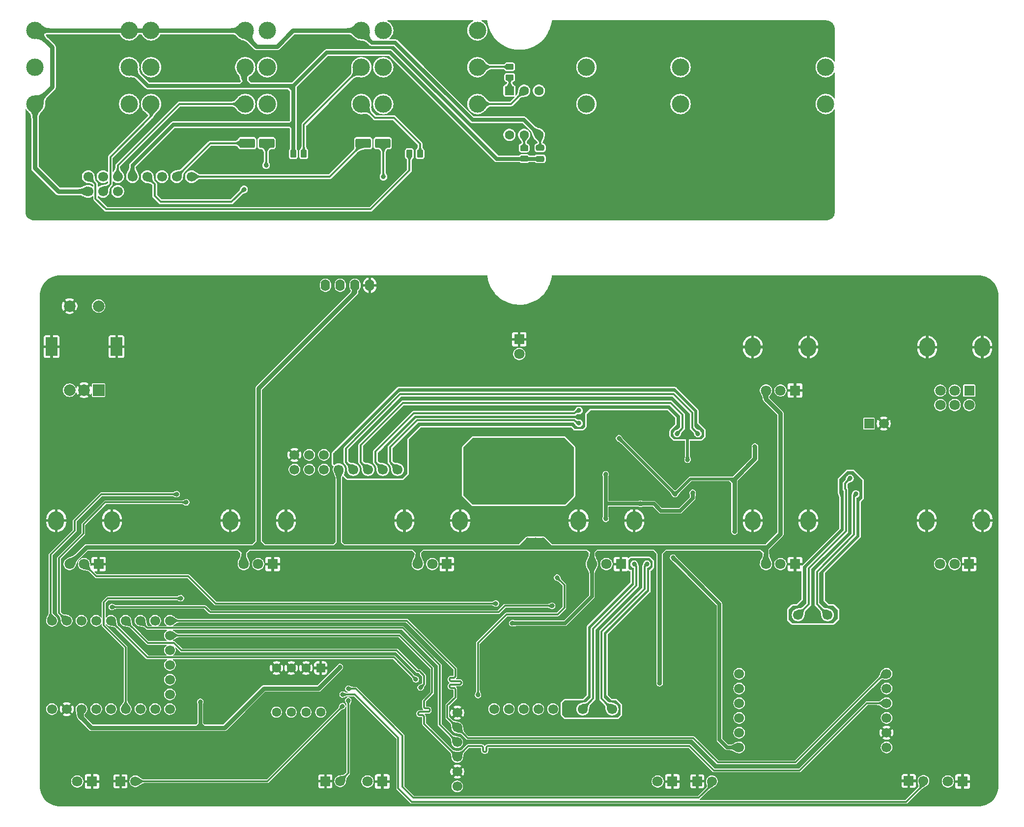
<source format=gbr>
%TF.GenerationSoftware,KiCad,Pcbnew,9.0.3*%
%TF.CreationDate,2025-08-21T10:37:57+02:00*%
%TF.ProjectId,RP2040_DSP,52503230-3430-45f4-9453-502e6b696361,V1.1*%
%TF.SameCoordinates,Original*%
%TF.FileFunction,Copper,L2,Bot*%
%TF.FilePolarity,Positive*%
%FSLAX46Y46*%
G04 Gerber Fmt 4.6, Leading zero omitted, Abs format (unit mm)*
G04 Created by KiCad (PCBNEW 9.0.3) date 2025-08-21 10:37:57*
%MOMM*%
%LPD*%
G01*
G04 APERTURE LIST*
G04 Aperture macros list*
%AMRoundRect*
0 Rectangle with rounded corners*
0 $1 Rounding radius*
0 $2 $3 $4 $5 $6 $7 $8 $9 X,Y pos of 4 corners*
0 Add a 4 corners polygon primitive as box body*
4,1,4,$2,$3,$4,$5,$6,$7,$8,$9,$2,$3,0*
0 Add four circle primitives for the rounded corners*
1,1,$1+$1,$2,$3*
1,1,$1+$1,$4,$5*
1,1,$1+$1,$6,$7*
1,1,$1+$1,$8,$9*
0 Add four rect primitives between the rounded corners*
20,1,$1+$1,$2,$3,$4,$5,0*
20,1,$1+$1,$4,$5,$6,$7,0*
20,1,$1+$1,$6,$7,$8,$9,0*
20,1,$1+$1,$8,$9,$2,$3,0*%
G04 Aperture macros list end*
%TA.AperFunction,ComponentPad*%
%ADD10R,1.700000X1.700000*%
%TD*%
%TA.AperFunction,ComponentPad*%
%ADD11C,1.700000*%
%TD*%
%TA.AperFunction,ComponentPad*%
%ADD12RoundRect,0.250000X-0.550000X0.550000X-0.550000X-0.550000X0.550000X-0.550000X0.550000X0.550000X0*%
%TD*%
%TA.AperFunction,ComponentPad*%
%ADD13C,1.600000*%
%TD*%
%TA.AperFunction,ComponentPad*%
%ADD14RoundRect,0.250000X-0.600000X0.600000X-0.600000X-0.600000X0.600000X-0.600000X0.600000X0.600000X0*%
%TD*%
%TA.AperFunction,ComponentPad*%
%ADD15C,3.000000*%
%TD*%
%TA.AperFunction,ComponentPad*%
%ADD16R,2.000000X2.000000*%
%TD*%
%TA.AperFunction,ComponentPad*%
%ADD17C,2.000000*%
%TD*%
%TA.AperFunction,ComponentPad*%
%ADD18R,2.000000X3.200000*%
%TD*%
%TA.AperFunction,ComponentPad*%
%ADD19R,1.800000X1.800000*%
%TD*%
%TA.AperFunction,ComponentPad*%
%ADD20C,1.800000*%
%TD*%
%TA.AperFunction,SMDPad,CuDef*%
%ADD21RoundRect,0.250000X-1.075000X-0.550000X1.075000X-0.550000X1.075000X0.550000X-1.075000X0.550000X0*%
%TD*%
%TA.AperFunction,ComponentPad*%
%ADD22O,2.720000X3.240000*%
%TD*%
%TA.AperFunction,SMDPad,CuDef*%
%ADD23RoundRect,0.250000X-0.262500X-0.450000X0.262500X-0.450000X0.262500X0.450000X-0.262500X0.450000X0*%
%TD*%
%TA.AperFunction,SMDPad,CuDef*%
%ADD24RoundRect,0.250000X-0.450000X0.262500X-0.450000X-0.262500X0.450000X-0.262500X0.450000X0.262500X0*%
%TD*%
%TA.AperFunction,SMDPad,CuDef*%
%ADD25RoundRect,0.250000X0.450000X-0.262500X0.450000X0.262500X-0.450000X0.262500X-0.450000X-0.262500X0*%
%TD*%
%TA.AperFunction,ComponentPad*%
%ADD26O,1.600000X2.000000*%
%TD*%
%TA.AperFunction,SMDPad,CuDef*%
%ADD27RoundRect,0.250000X0.475000X-0.250000X0.475000X0.250000X-0.475000X0.250000X-0.475000X-0.250000X0*%
%TD*%
%TA.AperFunction,ComponentPad*%
%ADD28RoundRect,0.250000X0.600000X-0.600000X0.600000X0.600000X-0.600000X0.600000X-0.600000X-0.600000X0*%
%TD*%
%TA.AperFunction,ViaPad*%
%ADD29C,0.800000*%
%TD*%
%TA.AperFunction,Conductor*%
%ADD30C,0.650000*%
%TD*%
%TA.AperFunction,Conductor*%
%ADD31C,0.500000*%
%TD*%
%TA.AperFunction,Conductor*%
%ADD32C,0.800000*%
%TD*%
%TA.AperFunction,Conductor*%
%ADD33C,0.320000*%
%TD*%
G04 APERTURE END LIST*
D10*
%TO.P,J5,1,Pin_1*%
%TO.N,GNDD*%
X211728250Y-155200000D03*
D11*
%TO.P,J5,2,Pin_2*%
%TO.N,Net-(J5-Pin_2)*%
X214268250Y-155200000D03*
%TD*%
D12*
%TO.P,SW2,1*%
%TO.N,GNDD*%
X110397500Y-135732500D03*
D13*
%TO.P,SW2,2*%
X107857500Y-135732500D03*
%TO.P,SW2,3*%
X105317500Y-135732500D03*
%TO.P,SW2,4*%
X102777500Y-135732500D03*
%TO.P,SW2,5*%
%TO.N,Net-(U6-IO0_7)*%
X102777500Y-143352500D03*
%TO.P,SW2,6*%
%TO.N,Net-(U6-IO0_6)*%
X105317500Y-143352500D03*
%TO.P,SW2,7*%
%TO.N,Net-(U6-IO0_5)*%
X107857500Y-143352500D03*
%TO.P,SW2,8*%
%TO.N,Net-(U6-IO0_4)*%
X110397500Y-143352500D03*
%TD*%
D10*
%TO.P,J8,1,Pin_1*%
%TO.N,GNDD*%
X75903250Y-155260000D03*
D11*
%TO.P,J8,2,Pin_2*%
%TO.N,Net-(J8-Pin_2)*%
X78443250Y-155260000D03*
%TD*%
D10*
%TO.P,J7,1,Pin_1*%
%TO.N,GNDD*%
X111203250Y-155260000D03*
D11*
%TO.P,J7,2,Pin_2*%
%TO.N,Net-(J7-Pin_2)*%
X113743250Y-155260000D03*
%TD*%
%TO.P,U4,1,5V*%
%TO.N,unconnected-(U4-5V-Pad1)*%
X64087750Y-142812000D03*
%TO.P,U4,2,GND*%
%TO.N,GNDD*%
X66627750Y-142812000D03*
%TO.P,U4,3,3V3*%
%TO.N,+3V3*%
X69167750Y-142812000D03*
%TO.P,U4,4,GP29*%
%TO.N,/INT*%
X71707750Y-142812000D03*
%TO.P,U4,5,GP28*%
%TO.N,/MUX_ADC*%
X74247750Y-142812000D03*
%TO.P,U4,6,GP27*%
%TO.N,/MUX_A*%
X76787750Y-142812000D03*
%TO.P,U4,7,GP26*%
%TO.N,/MUX_B*%
X79327750Y-142812000D03*
%TO.P,U4,8,GP15*%
%TO.N,/MUX_C*%
X81867750Y-142812000D03*
%TO.P,U4,9,GP14*%
%TO.N,/SPI_SCK*%
X84407750Y-142812000D03*
%TO.P,U4,10,GP0*%
%TO.N,/MIDI_TX*%
X64087750Y-127572000D03*
%TO.P,U4,11,GP1*%
%TO.N,/MIDI_RX*%
X66627750Y-127572000D03*
%TO.P,U4,12,GP2*%
%TO.N,/ENC_A*%
X69167750Y-127572000D03*
%TO.P,U4,13,GP3*%
%TO.N,/ENC_B*%
X71707750Y-127572000D03*
%TO.P,U4,14,GP4*%
%TO.N,/I2C_SDA*%
X74247750Y-127572000D03*
%TO.P,U4,15,GP5*%
%TO.N,/I2C_SCL*%
X76787750Y-127572000D03*
%TO.P,U4,16,GP6*%
%TO.N,/I2S_TX*%
X79327750Y-127572000D03*
%TO.P,U4,17,GP7*%
%TO.N,/I2S_RX*%
X81867750Y-127572000D03*
%TO.P,U4,18,GP8*%
%TO.N,/I2S_BCK*%
X84407750Y-127572000D03*
%TO.P,U4,19,GP13*%
%TO.N,/SPI_CS*%
X84407750Y-140272000D03*
%TO.P,U4,20,GP12*%
%TO.N,/SPI_RX*%
X84407750Y-137732000D03*
%TO.P,U4,21,GP11*%
%TO.N,/SPI_TX*%
X84407750Y-135192000D03*
%TO.P,U4,22,GP10*%
%TO.N,/I2S_SCK*%
X84407750Y-132652000D03*
%TO.P,U4,23,GP9*%
%TO.N,/I2S_LRCK*%
X84407750Y-130112000D03*
%TD*%
D14*
%TO.P,J13,1,Pin_1*%
%TO.N,GND*%
X123660000Y-98960000D03*
D11*
%TO.P,J13,2,Pin_2*%
%TO.N,/R_OUT*%
X123660000Y-101500000D03*
%TO.P,J13,3,Pin_3*%
%TO.N,GND*%
X121120000Y-98960000D03*
%TO.P,J13,4,Pin_4*%
%TO.N,/L_OUT*%
X121120000Y-101500000D03*
%TO.P,J13,5,Pin_5*%
%TO.N,GND*%
X118580000Y-98960000D03*
%TO.P,J13,6,Pin_6*%
%TO.N,/L_IN*%
X118580000Y-101500000D03*
%TO.P,J13,7,Pin_7*%
%TO.N,GND*%
X116040000Y-98960000D03*
%TO.P,J13,8,Pin_8*%
%TO.N,/R_IN*%
X116040000Y-101500000D03*
%TO.P,J13,9,Pin_9*%
%TO.N,GND*%
X113500000Y-98960000D03*
%TO.P,J13,10,Pin_10*%
%TO.N,+3V3*%
X113500000Y-101500000D03*
%TO.P,J13,11,Pin_11*%
%TO.N,/EXP_1*%
X110960000Y-98960000D03*
%TO.P,J13,12,Pin_12*%
%TO.N,/VOL_1*%
X110960000Y-101500000D03*
%TO.P,J13,13,Pin_13*%
%TO.N,/VOL_2*%
X108420000Y-98960000D03*
%TO.P,J13,14,Pin_14*%
%TO.N,/MIDI_RX*%
X108420000Y-101500000D03*
%TO.P,J13,15,Pin_15*%
%TO.N,GNDD*%
X105880000Y-98960000D03*
%TO.P,J13,16,Pin_16*%
%TO.N,/MIDI_TX*%
X105880000Y-101500000D03*
%TD*%
%TO.P,U7,1,FMY*%
%TO.N,Net-(U7-FMY)*%
X182503250Y-136720000D03*
%TO.P,U7,2,MD1
*%
X182503250Y-139260000D03*
%TO.P,U7,3,MD0*%
X182503250Y-141800000D03*
%TO.P,U7,4,GND*%
X182503250Y-144340000D03*
%TO.P,U7,5,3V3*%
%TO.N,+3V3*%
X182503250Y-146880000D03*
%TO.P,U7,6,5V*%
%TO.N,+5V*%
X182503250Y-149420000D03*
%TO.P,U7,7,3V3*%
%TO.N,+3V3*%
X207903250Y-149420000D03*
%TO.P,U7,8,GND*%
%TO.N,GNDD*%
X207903250Y-146880000D03*
%TO.P,U7,9,SCK*%
%TO.N,/I2S_SCK*%
X207903250Y-144340000D03*
%TO.P,U7,10,LRCK*%
%TO.N,/I2S_LRCK*%
X207903250Y-141800000D03*
%TO.P,U7,11,OUT*%
%TO.N,/I2S_RX*%
X207903250Y-139260000D03*
%TO.P,U7,12,BCK*%
%TO.N,/I2S_BCK*%
X207903250Y-136720000D03*
%TO.P,U7,13,Lin*%
%TO.N,/L_ADC*%
X197743250Y-126560000D03*
%TO.P,U7,14,GND*%
%TO.N,GND*%
X195203250Y-126560000D03*
%TO.P,U7,15,Rin*%
%TO.N,/R_ADC*%
X192663250Y-126560000D03*
%TD*%
D10*
%TO.P,J6,1,Pin_1*%
%TO.N,GNDD*%
X175278250Y-155260000D03*
D11*
%TO.P,J6,2,Pin_2*%
%TO.N,Net-(J6-Pin_2)*%
X177818250Y-155260000D03*
%TD*%
D10*
%TO.P,J1,1,Pin_1*%
%TO.N,Net-(D1-A)*%
X204878250Y-93550000D03*
D11*
%TO.P,J1,2,Pin_2*%
%TO.N,GNDD*%
X207418250Y-93550000D03*
%TD*%
%TO.P,U8,1,5V*%
%TO.N,+5V*%
X133933250Y-156150000D03*
%TO.P,U8,2,GND*%
%TO.N,GNDD*%
X133933250Y-153610000D03*
%TO.P,U8,3,LRCK*%
%TO.N,/I2S_LRCK*%
X133933250Y-151070000D03*
%TO.P,U8,4,IN*%
%TO.N,/I2S_TX*%
X133933250Y-148530000D03*
%TO.P,U8,5,BCK*%
%TO.N,/I2S_BCK*%
X133933250Y-145990000D03*
%TO.P,U8,6,SCK*%
%TO.N,GNDD*%
X133933250Y-143450000D03*
%TO.P,U8,7,1*%
%TO.N,unconnected-(U8-1-Pad7)*%
X140283250Y-142815000D03*
%TO.P,U8,8,2*%
%TO.N,unconnected-(U8-2-Pad8)*%
X142823250Y-142815000D03*
%TO.P,U8,9,3*%
%TO.N,unconnected-(U8-3-Pad9)*%
X145363250Y-142815000D03*
%TO.P,U8,10,4*%
%TO.N,unconnected-(U8-4-Pad10)*%
X147903250Y-142815000D03*
%TO.P,U8,11,x*%
%TO.N,unconnected-(U8-x-Pad11)*%
X150443250Y-142815000D03*
%TO.P,U8,12,GND*%
%TO.N,GND*%
X152983250Y-142815000D03*
%TO.P,U8,13,ROUT*%
%TO.N,/R_DAC*%
X155523250Y-142815000D03*
%TO.P,U8,14,GND*%
%TO.N,GND*%
X158063250Y-142815000D03*
%TO.P,U8,15,LOUT*%
%TO.N,/L_DAC*%
X160603250Y-142815000D03*
%TD*%
D15*
%TO.P,J3,R*%
%TO.N,+3V3d*%
X97400000Y-32085000D03*
%TO.P,J3,RN*%
%TO.N,unconnected-(J3-PadRN)*%
X81170000Y-32085000D03*
%TO.P,J3,S*%
%TO.N,GNDDd*%
X97400000Y-25735000D03*
%TO.P,J3,SN*%
X81170000Y-25735000D03*
%TO.P,J3,T*%
%TO.N,/VOL_1d*%
X97400000Y-38435000D03*
%TO.P,J3,TN*%
%TO.N,/VOL_2d*%
X81170000Y-38435000D03*
%TD*%
D16*
%TO.P,SW1,A,A*%
%TO.N,/ENC_B*%
X72126500Y-87800000D03*
D17*
%TO.P,SW1,B,B*%
%TO.N,/ENC_A*%
X67126500Y-87800000D03*
%TO.P,SW1,C,C*%
%TO.N,GNDD*%
X69626500Y-87800000D03*
D18*
%TO.P,SW1,MP*%
X64026500Y-80300000D03*
X75226500Y-80300000D03*
D17*
%TO.P,SW1,S1,S1*%
X67126500Y-73300000D03*
%TO.P,SW1,S2,S2*%
%TO.N,Net-(U6-IO1_4)*%
X72126500Y-73300000D03*
%TD*%
D19*
%TO.P,D7,1,K*%
%TO.N,GNDD*%
X71001500Y-155300000D03*
D20*
%TO.P,D7,2,A*%
%TO.N,Net-(D7-A)*%
X68461500Y-155300000D03*
%TD*%
D19*
%TO.P,D8,1,K*%
%TO.N,GNDD*%
X144603250Y-79025000D03*
D20*
%TO.P,D8,2,A*%
%TO.N,Net-(D8-A)*%
X144603250Y-81565000D03*
%TD*%
D21*
%TO.P,C32,1*%
%TO.N,/R_OUTd*%
X117725000Y-45200000D03*
%TO.P,C32,2*%
%TO.N,Net-(C32-Pad2)*%
X121075000Y-45200000D03*
%TD*%
D15*
%TO.P,J12,R*%
%TO.N,Net-(C32-Pad2)*%
X172400000Y-32085000D03*
%TO.P,J12,RN*%
%TO.N,unconnected-(J12-PadRN)*%
X156170000Y-32085000D03*
%TO.P,J12,S*%
%TO.N,GNDd*%
X172400000Y-25735000D03*
%TO.P,J12,SN*%
X156170000Y-25735000D03*
%TO.P,J12,T*%
%TO.N,Net-(C33-Pad2)*%
X172400000Y-38435000D03*
%TO.P,J12,TN*%
%TO.N,unconnected-(J12-PadTN)*%
X156170000Y-38435000D03*
%TD*%
%TO.P,J11,R*%
%TO.N,Net-(J11-PadR)*%
X137400000Y-32085000D03*
%TO.P,J11,RN*%
%TO.N,unconnected-(J11-PadRN)*%
X121170000Y-32085000D03*
%TO.P,J11,S*%
%TO.N,unconnected-(J11-PadS)*%
X137400000Y-25735000D03*
%TO.P,J11,SN*%
%TO.N,unconnected-(J11-PadSN)*%
X121170000Y-25735000D03*
%TO.P,J11,T*%
%TO.N,Net-(J11-PadT)*%
X137400000Y-38435000D03*
%TO.P,J11,TN*%
%TO.N,unconnected-(J11-PadTN)*%
X121170000Y-38435000D03*
%TD*%
D22*
%TO.P,RV6,*%
%TO.N,GNDD*%
X184826500Y-80350000D03*
X194426500Y-80350000D03*
D19*
%TO.P,RV6,1,1*%
X192126500Y-87850000D03*
D20*
%TO.P,RV6,2,2*%
%TO.N,/VOL_2*%
X189626500Y-87850000D03*
%TO.P,RV6,3,3*%
%TO.N,+3V3*%
X187126500Y-87850000D03*
%TD*%
D22*
%TO.P,RV7,*%
%TO.N,GNDD*%
X64826500Y-110300000D03*
X74426500Y-110300000D03*
D19*
%TO.P,RV7,1,1*%
X72126500Y-117800000D03*
D20*
%TO.P,RV7,2,2*%
%TO.N,POT_6*%
X69626500Y-117800000D03*
%TO.P,RV7,3,3*%
%TO.N,+3V3*%
X67126500Y-117800000D03*
%TD*%
D15*
%TO.P,J10,R*%
%TO.N,Net-(J10-PadR)*%
X117400000Y-32085000D03*
%TO.P,J10,RN*%
%TO.N,unconnected-(J10-PadRN)*%
X101170000Y-32085000D03*
%TO.P,J10,S*%
%TO.N,GNDDd*%
X117400000Y-25735000D03*
%TO.P,J10,SN*%
%TO.N,unconnected-(J10-PadSN)*%
X101170000Y-25735000D03*
%TO.P,J10,T*%
%TO.N,Net-(J10-PadT)*%
X117400000Y-38435000D03*
%TO.P,J10,TN*%
%TO.N,unconnected-(J10-PadTN)*%
X101170000Y-38435000D03*
%TD*%
D23*
%TO.P,R16,1*%
%TO.N,/MIDI_TXd*%
X125687500Y-47000000D03*
%TO.P,R16,2*%
%TO.N,Net-(J10-PadT)*%
X127512500Y-47000000D03*
%TD*%
D22*
%TO.P,RV1,*%
%TO.N,GNDD*%
X214826500Y-110300000D03*
X224426500Y-110300000D03*
D19*
%TO.P,RV1,1,1*%
X222126500Y-117800000D03*
D20*
%TO.P,RV1,2,2*%
%TO.N,POT_1*%
X219626500Y-117800000D03*
%TO.P,RV1,3,3*%
%TO.N,+3V3*%
X217126500Y-117800000D03*
%TD*%
D15*
%TO.P,J2,R*%
%TO.N,+3V3d*%
X77400000Y-32085000D03*
%TO.P,J2,RN*%
%TO.N,unconnected-(J2-PadRN)*%
X61170000Y-32085000D03*
%TO.P,J2,S*%
%TO.N,GNDDd*%
X77400000Y-25735000D03*
%TO.P,J2,SN*%
X61170000Y-25735000D03*
%TO.P,J2,T*%
%TO.N,/EXP_1d*%
X77400000Y-38435000D03*
%TO.P,J2,TN*%
%TO.N,GNDDd*%
X61170000Y-38435000D03*
%TD*%
D24*
%TO.P,R18,1*%
%TO.N,Net-(J11-PadR)*%
X142960000Y-32022500D03*
%TO.P,R18,2*%
%TO.N,Net-(R18-Pad2)*%
X142960000Y-33847500D03*
%TD*%
D25*
%TO.P,R15,1*%
%TO.N,+3V3d*%
X145460000Y-47847500D03*
%TO.P,R15,2*%
%TO.N,/MIDI_RXd*%
X145460000Y-46022500D03*
%TD*%
D22*
%TO.P,RV2,*%
%TO.N,GNDD*%
X184826500Y-110300000D03*
X194426500Y-110300000D03*
D19*
%TO.P,RV2,1,1*%
X192126500Y-117800000D03*
D20*
%TO.P,RV2,2,2*%
%TO.N,POT_2*%
X189626500Y-117800000D03*
%TO.P,RV2,3,3*%
%TO.N,+3V3*%
X187126500Y-117800000D03*
%TD*%
D21*
%TO.P,C33,1*%
%TO.N,/L_OUTd*%
X97725000Y-45200000D03*
%TO.P,C33,2*%
%TO.N,Net-(C33-Pad2)*%
X101075000Y-45200000D03*
%TD*%
D26*
%TO.P,U12,1,GND*%
%TO.N,GNDD*%
X118846500Y-69700000D03*
%TO.P,U12,2,VCC*%
%TO.N,+3V3*%
X116306500Y-69700000D03*
%TO.P,U12,3,DCL*%
%TO.N,/I2C_SCL*%
X113766500Y-69700000D03*
%TO.P,U12,4,SDA*%
%TO.N,/I2C_SDA*%
X111226500Y-69700000D03*
%TD*%
D22*
%TO.P,RV3,*%
%TO.N,GNDD*%
X154826500Y-110300000D03*
X164426500Y-110300000D03*
D19*
%TO.P,RV3,1,1*%
X162126500Y-117800000D03*
D20*
%TO.P,RV3,2,2*%
%TO.N,POT_3*%
X159626500Y-117800000D03*
%TO.P,RV3,3,3*%
%TO.N,+3V3*%
X157126500Y-117800000D03*
%TD*%
D23*
%TO.P,R17,1*%
%TO.N,+3V3d*%
X105675000Y-47000000D03*
%TO.P,R17,2*%
%TO.N,Net-(J10-PadR)*%
X107500000Y-47000000D03*
%TD*%
D19*
%TO.P,D4,1,K*%
%TO.N,GNDD*%
X221001500Y-155300000D03*
D20*
%TO.P,D4,2,A*%
%TO.N,Net-(D4-A)*%
X218461500Y-155300000D03*
%TD*%
D27*
%TO.P,C31,1*%
%TO.N,+3V3d*%
X148210000Y-47885000D03*
%TO.P,C31,2*%
%TO.N,GNDDd*%
X148210000Y-45985000D03*
%TD*%
D22*
%TO.P,RV5,*%
%TO.N,GNDD*%
X94826500Y-110300000D03*
X104426500Y-110300000D03*
D19*
%TO.P,RV5,1,1*%
X102126500Y-117800000D03*
D20*
%TO.P,RV5,2,2*%
%TO.N,POT_5*%
X99626500Y-117800000D03*
%TO.P,RV5,3,3*%
%TO.N,+3V3*%
X97126500Y-117800000D03*
%TD*%
D22*
%TO.P,RV8,*%
%TO.N,GNDD*%
X214900000Y-80375000D03*
X224400000Y-80375000D03*
D19*
%TO.P,RV8,1,1*%
%TO.N,Net-(U9A--)*%
X222150000Y-87875000D03*
D20*
%TO.P,RV8,2,2*%
%TO.N,/R_ADC*%
X219650000Y-87875000D03*
%TO.P,RV8,3,3*%
X217150000Y-87875000D03*
%TO.P,RV8,4,4*%
%TO.N,Net-(U9B--)*%
X222150000Y-90375000D03*
%TO.P,RV8,5,5*%
%TO.N,/L_ADC*%
X219650000Y-90375000D03*
%TO.P,RV8,6,6*%
X217150000Y-90375000D03*
%TD*%
D19*
%TO.P,D5,1,K*%
%TO.N,GNDD*%
X171001500Y-155300000D03*
D20*
%TO.P,D5,2,A*%
%TO.N,Net-(D5-A)*%
X168461500Y-155300000D03*
%TD*%
D28*
%TO.P,J4,1,Pin_1*%
%TO.N,GNDd*%
X88120000Y-53500000D03*
D11*
%TO.P,J4,2,Pin_2*%
%TO.N,/R_OUTd*%
X88120000Y-50960000D03*
%TO.P,J4,3,Pin_3*%
%TO.N,GNDd*%
X85580000Y-53500000D03*
%TO.P,J4,4,Pin_4*%
%TO.N,/L_OUTd*%
X85580000Y-50960000D03*
%TO.P,J4,5,Pin_5*%
%TO.N,GNDd*%
X83040000Y-53500000D03*
%TO.P,J4,6,Pin_6*%
%TO.N,/L_INd*%
X83040000Y-50960000D03*
%TO.P,J4,7,Pin_7*%
%TO.N,GNDd*%
X80500000Y-53500000D03*
%TO.P,J4,8,Pin_8*%
%TO.N,/R_INd*%
X80500000Y-50960000D03*
%TO.P,J4,9,Pin_9*%
%TO.N,GNDd*%
X77960000Y-53500000D03*
%TO.P,J4,10,Pin_10*%
%TO.N,+3V3d*%
X77960000Y-50960000D03*
%TO.P,J4,11,Pin_11*%
%TO.N,/EXP_1d*%
X75420000Y-53500000D03*
%TO.P,J4,12,Pin_12*%
%TO.N,/VOL_1d*%
X75420000Y-50960000D03*
%TO.P,J4,13,Pin_13*%
%TO.N,/VOL_2d*%
X72880000Y-53500000D03*
%TO.P,J4,14,Pin_14*%
%TO.N,/MIDI_RXd*%
X72880000Y-50960000D03*
%TO.P,J4,15,Pin_15*%
%TO.N,GNDDd*%
X70340000Y-53500000D03*
%TO.P,J4,16,Pin_16*%
%TO.N,/MIDI_TXd*%
X70340000Y-50960000D03*
%TD*%
D12*
%TO.P,U11,1*%
%TO.N,Net-(R18-Pad2)*%
X142920000Y-36130000D03*
D13*
%TO.P,U11,2*%
%TO.N,Net-(J11-PadT)*%
X145460000Y-36130000D03*
%TO.P,U11,3,NC*%
%TO.N,unconnected-(U11-NC-Pad3)*%
X148000000Y-36130000D03*
%TO.P,U11,4*%
%TO.N,GNDDd*%
X148000000Y-43750000D03*
%TO.P,U11,5*%
%TO.N,/MIDI_RXd*%
X145460000Y-43750000D03*
%TO.P,U11,6*%
%TO.N,unconnected-(U11-Pad6)*%
X142920000Y-43750000D03*
%TD*%
D19*
%TO.P,D6,1,K*%
%TO.N,GNDD*%
X121001500Y-155300000D03*
D20*
%TO.P,D6,2,A*%
%TO.N,Net-(D6-A)*%
X118461500Y-155300000D03*
%TD*%
D15*
%TO.P,J9,R*%
%TO.N,/R_INd*%
X197400000Y-32085000D03*
%TO.P,J9,RN*%
%TO.N,GNDd*%
X181170000Y-32085000D03*
%TO.P,J9,S*%
X197400000Y-25735000D03*
%TO.P,J9,SN*%
X181170000Y-25735000D03*
%TO.P,J9,T*%
%TO.N,/L_INd*%
X197400000Y-38435000D03*
%TO.P,J9,TN*%
%TO.N,GNDd*%
X181170000Y-38435000D03*
%TD*%
D22*
%TO.P,RV4,*%
%TO.N,GNDD*%
X124826500Y-110300000D03*
X134426500Y-110300000D03*
D19*
%TO.P,RV4,1,1*%
X132126500Y-117800000D03*
D20*
%TO.P,RV4,2,2*%
%TO.N,POT_4*%
X129626500Y-117800000D03*
%TO.P,RV4,3,3*%
%TO.N,+3V3*%
X127126500Y-117800000D03*
%TD*%
D29*
%TO.N,GND*%
X174503250Y-105500000D03*
X201603250Y-104400000D03*
X159503250Y-102300000D03*
X165500000Y-107400000D03*
X154903250Y-92400000D03*
X159503250Y-110000000D03*
X173603250Y-92000000D03*
X173603250Y-99800000D03*
X165503250Y-117800000D03*
%TO.N,VCC*%
X161803250Y-96100000D03*
X171453250Y-105750000D03*
X185226625Y-97526625D03*
X181703250Y-112200000D03*
%TO.N,+5V*%
X171103250Y-116700000D03*
%TO.N,GNDD*%
X210551750Y-139710000D03*
X66551750Y-121710000D03*
X89051750Y-90210000D03*
X224051750Y-112710000D03*
X93100000Y-135600000D03*
X71051750Y-103710000D03*
X179051750Y-76710000D03*
X84551750Y-90210000D03*
X215051750Y-157710000D03*
X197051750Y-144210000D03*
X71051750Y-130710000D03*
X89051750Y-103710000D03*
X120551750Y-148710000D03*
X71051750Y-144210000D03*
X84551750Y-85710000D03*
X197051750Y-81210000D03*
X170051750Y-81210000D03*
X75551750Y-157710000D03*
X107051750Y-72210000D03*
X93551750Y-157710000D03*
X129551750Y-148710000D03*
X111551750Y-81210000D03*
X219551750Y-81210000D03*
X129551750Y-76710000D03*
X75551750Y-76710000D03*
X98051750Y-112710000D03*
X75551750Y-108210000D03*
X89051750Y-108210000D03*
X89051750Y-117210000D03*
X107051750Y-90210000D03*
X120551750Y-157710000D03*
X66551750Y-130710000D03*
X116051750Y-153210000D03*
X66551750Y-153210000D03*
X174551750Y-144210000D03*
X215051750Y-72210000D03*
X66551750Y-139710000D03*
X93551750Y-81210000D03*
X84551750Y-108210000D03*
X93551750Y-103710000D03*
X80051750Y-76710000D03*
X179051750Y-81210000D03*
X188051750Y-139710000D03*
X98051750Y-99210000D03*
X179051750Y-72210000D03*
X80051750Y-90210000D03*
X116051750Y-90210000D03*
X147551750Y-76710000D03*
X102551750Y-94710000D03*
X129551750Y-153210000D03*
X156551750Y-81210000D03*
X165551750Y-144210000D03*
X210551750Y-81210000D03*
X188051750Y-135210000D03*
X188051750Y-157710000D03*
X75551750Y-99210000D03*
X161051750Y-121710000D03*
X93551750Y-117210000D03*
X129551750Y-94710000D03*
X102551750Y-72210000D03*
X93551750Y-112710000D03*
X215051750Y-135210000D03*
X66551750Y-135210000D03*
X183551750Y-72210000D03*
X116051750Y-103710000D03*
X188051750Y-99210000D03*
X84551750Y-112710000D03*
X219551750Y-99210000D03*
X224051750Y-135210000D03*
X98051750Y-76710000D03*
X219551750Y-76710000D03*
X219551750Y-121710000D03*
X143051750Y-76710000D03*
X98051750Y-90210000D03*
X206051750Y-72210000D03*
X89051750Y-85710000D03*
X80051750Y-153210000D03*
X152051750Y-72210000D03*
X75551750Y-117210000D03*
X224051750Y-94710000D03*
X206051750Y-153210000D03*
X224051750Y-126210000D03*
X206051750Y-85710000D03*
X75551750Y-148710000D03*
X98051750Y-72210000D03*
X183551750Y-76710000D03*
X192551750Y-121710000D03*
X125051750Y-103710000D03*
X125051750Y-81210000D03*
X152051750Y-76710000D03*
X215051750Y-112710000D03*
X66551750Y-94710000D03*
X183551750Y-94710000D03*
X224051750Y-144210000D03*
X120551750Y-72210000D03*
X102551750Y-148710000D03*
X188051750Y-144210000D03*
X201551750Y-153210000D03*
X170051750Y-72210000D03*
X201551750Y-117210000D03*
X161051750Y-81210000D03*
X134051750Y-103710000D03*
X219551750Y-139710000D03*
X98051750Y-153210000D03*
X201551750Y-126210000D03*
X197051750Y-90210000D03*
X84551750Y-117210000D03*
X219551750Y-103710000D03*
X80051750Y-99210000D03*
X116051750Y-157710000D03*
X210551750Y-90210000D03*
X80051750Y-72210000D03*
X219551750Y-157710000D03*
X125051750Y-117210000D03*
X102551750Y-108210000D03*
X120551750Y-153210000D03*
X84551750Y-81210000D03*
X156551750Y-76710000D03*
X210551750Y-121710000D03*
X197051750Y-153210000D03*
X66551750Y-85710000D03*
X192551750Y-76710000D03*
X219551750Y-72210000D03*
X210551750Y-144210000D03*
X206051750Y-90210000D03*
X89051750Y-76710000D03*
X129551750Y-112710000D03*
X192551750Y-72210000D03*
X98051750Y-139710000D03*
X165551750Y-135210000D03*
X197051750Y-72210000D03*
X75551750Y-85710000D03*
X129551750Y-144210000D03*
X89051750Y-157710000D03*
X71051750Y-157710000D03*
X71051750Y-85710000D03*
X206051750Y-121710000D03*
X206051750Y-144210000D03*
X138551750Y-144210000D03*
X71051750Y-148710000D03*
X71051750Y-121710000D03*
X197051750Y-99210000D03*
X215051750Y-76710000D03*
X210551750Y-76710000D03*
X93551750Y-108210000D03*
X219551750Y-94710000D03*
X210551750Y-135210000D03*
X224051750Y-72210000D03*
X165551750Y-76710000D03*
X183551750Y-99210000D03*
X98051750Y-94710000D03*
X192551750Y-144210000D03*
X120551750Y-76710000D03*
X102551750Y-157710000D03*
X215051750Y-130710000D03*
X224051750Y-130710000D03*
X71051750Y-81210000D03*
X183551750Y-135210000D03*
X201551750Y-81210000D03*
X143051750Y-81210000D03*
X170051750Y-76710000D03*
X183551750Y-117210000D03*
X93551750Y-94710000D03*
X210551750Y-130710000D03*
X93551750Y-85710000D03*
X165551750Y-72210000D03*
X89051750Y-72210000D03*
X143051750Y-139710000D03*
X89051750Y-99210000D03*
X84551750Y-157710000D03*
X129551750Y-72210000D03*
X120551750Y-117210000D03*
X210551750Y-72210000D03*
X66551750Y-90210000D03*
X89051750Y-153210000D03*
X93551750Y-99210000D03*
X107051750Y-153210000D03*
X210551750Y-85710000D03*
X201551750Y-99210000D03*
X138551750Y-76710000D03*
X188051750Y-81210000D03*
X174551750Y-81210000D03*
X75551750Y-139710000D03*
X201551750Y-139710000D03*
X165551750Y-139710000D03*
X161051750Y-135210000D03*
X206051750Y-108210000D03*
X161051750Y-72210000D03*
X174551750Y-72210000D03*
X98051750Y-148710000D03*
X206051750Y-112710000D03*
X84551750Y-153210000D03*
X80051750Y-94710000D03*
X192551750Y-135210000D03*
X201551750Y-76710000D03*
X93551750Y-72210000D03*
X71051750Y-139710000D03*
X134051750Y-99210000D03*
X134051750Y-112710000D03*
X75551750Y-94710000D03*
X102551750Y-99210000D03*
X98051750Y-81210000D03*
X111551750Y-94710000D03*
X66551750Y-76710000D03*
X147700000Y-129000000D03*
X170051750Y-153210000D03*
X210551750Y-108210000D03*
X89051750Y-126210000D03*
X206051750Y-135210000D03*
X84551750Y-144210000D03*
X201551750Y-72210000D03*
X174551750Y-153210000D03*
X93551750Y-153210000D03*
X152051750Y-81210000D03*
X98051750Y-103710000D03*
X206051750Y-81210000D03*
X224051750Y-76710000D03*
X107051750Y-85710000D03*
X206051750Y-126210000D03*
X210551750Y-112710000D03*
X215051750Y-139710000D03*
X129551750Y-108210000D03*
X143051750Y-135210000D03*
X219551750Y-112710000D03*
X107051750Y-94710000D03*
X125051750Y-76710000D03*
X224051750Y-121710000D03*
X224051750Y-99210000D03*
X215051750Y-153210000D03*
X75551750Y-90210000D03*
X143051750Y-153210000D03*
X80051750Y-85710000D03*
X75551750Y-153210000D03*
X125051750Y-112710000D03*
X156551750Y-126210000D03*
X93551750Y-76710000D03*
X165551750Y-81210000D03*
X111551750Y-112710000D03*
X224051750Y-103710000D03*
X197051750Y-157710000D03*
X120551750Y-81210000D03*
X129551750Y-81210000D03*
X116051750Y-108210000D03*
X89051750Y-81210000D03*
X215051750Y-99210000D03*
X134051750Y-76710000D03*
X224051750Y-117210000D03*
X111551750Y-85710000D03*
X147551750Y-135210000D03*
X98051750Y-157710000D03*
X192551750Y-112710000D03*
X102551750Y-103710000D03*
X192551750Y-108210000D03*
X224051750Y-153210000D03*
X75551750Y-112710000D03*
X80051750Y-81210000D03*
X117900000Y-145900000D03*
X111551750Y-90210000D03*
X219551750Y-130710000D03*
X138551750Y-72210000D03*
X201551750Y-121710000D03*
X219551750Y-108210000D03*
X197051750Y-76710000D03*
X111551750Y-157710000D03*
X147551750Y-81210000D03*
X183551750Y-157710000D03*
X66551750Y-103710000D03*
X210551750Y-103710000D03*
X197051750Y-85710000D03*
X192551750Y-157710000D03*
X80051750Y-157710000D03*
X152051750Y-153210000D03*
X84551750Y-103710000D03*
X174551750Y-76710000D03*
X170051750Y-135210000D03*
X210551750Y-126210000D03*
X206051750Y-117210000D03*
X215051750Y-144210000D03*
X192551750Y-139710000D03*
X183551750Y-112710000D03*
X134051750Y-81210000D03*
X174551750Y-135210000D03*
X183551750Y-108210000D03*
X192551750Y-85710000D03*
X152051750Y-139710000D03*
X215051750Y-126210000D03*
X107051750Y-108210000D03*
X188051750Y-76710000D03*
X134051750Y-72210000D03*
X120551750Y-108210000D03*
X219551750Y-148710000D03*
X71051750Y-112710000D03*
X107051750Y-117210000D03*
X120551750Y-112710000D03*
X147551750Y-139710000D03*
X179051750Y-157710000D03*
X66551750Y-81210000D03*
X84551750Y-94710000D03*
X210551750Y-157710000D03*
X192551750Y-99210000D03*
X75551750Y-135210000D03*
X206051750Y-76710000D03*
X165551750Y-126210000D03*
X152051750Y-117210000D03*
X138551750Y-153210000D03*
X219551750Y-144210000D03*
X84551750Y-76710000D03*
X125051750Y-72210000D03*
X129551750Y-103710000D03*
X210551750Y-148710000D03*
X197051750Y-139710000D03*
X119600000Y-138450000D03*
X75551750Y-144210000D03*
X111551750Y-117210000D03*
X89051750Y-112710000D03*
X146900000Y-121800000D03*
X147551750Y-153210000D03*
X197051750Y-135210000D03*
X84551750Y-72210000D03*
X107051750Y-112710000D03*
X219551750Y-126210000D03*
X71051750Y-153210000D03*
X215051750Y-148710000D03*
X116051750Y-85710000D03*
X111551750Y-153210000D03*
X138551750Y-81210000D03*
X102551750Y-112710000D03*
X93551750Y-144210000D03*
X107051750Y-157710000D03*
X120551750Y-103710000D03*
X161051750Y-139710000D03*
X129551750Y-99210000D03*
X134051750Y-94710000D03*
X210551750Y-117210000D03*
X66551750Y-157710000D03*
X188051750Y-94710000D03*
X179051750Y-90210000D03*
X188051750Y-72210000D03*
X95800000Y-131300000D03*
X102551750Y-90210000D03*
X161051750Y-153210000D03*
X224051750Y-157710000D03*
X116051750Y-76710000D03*
X71051750Y-135210000D03*
X224051750Y-148710000D03*
X219551750Y-135210000D03*
X156551750Y-72210000D03*
X197051750Y-108210000D03*
X224051750Y-139710000D03*
X219551750Y-153210000D03*
X80051750Y-144210000D03*
X123400000Y-139750000D03*
X152051750Y-112710000D03*
X102551750Y-76710000D03*
X161051750Y-76710000D03*
X116051750Y-117210000D03*
X152051750Y-135210000D03*
X201551750Y-157710000D03*
X147551750Y-108210000D03*
X98051750Y-108210000D03*
X197051750Y-112710000D03*
X215051750Y-103710000D03*
X75551750Y-72210000D03*
X188051750Y-108210000D03*
X71051750Y-76710000D03*
X116051750Y-81210000D03*
X66551750Y-99210000D03*
X215051750Y-121710000D03*
X201551750Y-85710000D03*
%TO.N,+3V3*%
X147403250Y-114900000D03*
X140500000Y-96500000D03*
X149700000Y-101000000D03*
X144525000Y-106500000D03*
X149700000Y-98000000D03*
X140500000Y-98000000D03*
X146100000Y-113600000D03*
X139300000Y-96500000D03*
X148500000Y-99500000D03*
X139300000Y-99500000D03*
X148500000Y-101000000D03*
X168800000Y-138375000D03*
X147400000Y-113600000D03*
X148500000Y-98000000D03*
X139300000Y-101000000D03*
X143403250Y-128000000D03*
X148700000Y-113600000D03*
X149700000Y-99500000D03*
X148500000Y-96500000D03*
X113700000Y-135550000D03*
X148703250Y-114900000D03*
X139300000Y-98000000D03*
X146103250Y-114900000D03*
X89653250Y-141550000D03*
X140500000Y-101000000D03*
X140500000Y-99500000D03*
X149700000Y-96500000D03*
%TO.N,/L_ADC*%
X202603250Y-105700000D03*
%TO.N,/R_ADC*%
X201603250Y-103000000D03*
%TO.N,/L_DAC*%
X166603250Y-117800000D03*
%TO.N,/R_DAC*%
X164403250Y-117800000D03*
%TO.N,/I2C_SCL*%
X127603250Y-139100000D03*
%TO.N,/I2C_SDA*%
X126803250Y-137700000D03*
%TO.N,POT_6*%
X140603250Y-124600000D03*
%TO.N,/MUX_ADC*%
X74403250Y-125200000D03*
X150303250Y-125000000D03*
%TO.N,/MUX_A*%
X86303250Y-123700000D03*
%TO.N,Net-(J5-Pin_2)*%
X114153250Y-140300000D03*
%TO.N,Net-(J6-Pin_2)*%
X115153250Y-139300000D03*
%TO.N,Net-(J7-Pin_2)*%
X115153250Y-141300000D03*
%TO.N,Net-(J8-Pin_2)*%
X114153250Y-142300000D03*
%TO.N,/L_OUT*%
X154903250Y-91300000D03*
%TO.N,/R_IN*%
X175403250Y-95300000D03*
%TO.N,/L_IN*%
X171803250Y-95300000D03*
%TO.N,/R_OUT*%
X154903250Y-93500000D03*
%TO.N,/MIDI_TX*%
X85600000Y-105750000D03*
%TO.N,Net-(U6-IO1_7)*%
X137503250Y-140400000D03*
X151126625Y-120123375D03*
%TO.N,/R_INd*%
X97200000Y-53150000D03*
%TO.N,/MIDI_RX*%
X87250000Y-107150000D03*
%TO.N,GNDd*%
X188051750Y-27210000D03*
X165551750Y-49710000D03*
X192551750Y-49710000D03*
X183551750Y-40710000D03*
X179051750Y-36210000D03*
X152051750Y-36210000D03*
X192551750Y-27210000D03*
X161051750Y-31710000D03*
X84551750Y-31710000D03*
X93551750Y-54210000D03*
X129551750Y-31710000D03*
X165551750Y-31710000D03*
X116051750Y-40710000D03*
X156551750Y-54210000D03*
X111551750Y-40710000D03*
X152051750Y-27210000D03*
X192551750Y-31710000D03*
X156551750Y-36210000D03*
X197051750Y-40710000D03*
X66551750Y-49710000D03*
X174551750Y-40710000D03*
X71051750Y-27210000D03*
X161051750Y-27210000D03*
X129551750Y-45210000D03*
X93551750Y-40710000D03*
X66551750Y-40710000D03*
X89051750Y-45210000D03*
X129551750Y-27210000D03*
X152051750Y-31710000D03*
X179051750Y-27210000D03*
X152051750Y-40710000D03*
X165551750Y-40710000D03*
X174551750Y-49710000D03*
X111551750Y-45210000D03*
X161051750Y-45210000D03*
X156551750Y-40710000D03*
X161051750Y-36210000D03*
X174551750Y-36210000D03*
X147551750Y-31710000D03*
X147551750Y-40710000D03*
X134051750Y-27210000D03*
X156551750Y-45210000D03*
X107051750Y-54210000D03*
X143051750Y-45210000D03*
X188051750Y-36210000D03*
X107051750Y-31710000D03*
X183551750Y-54210000D03*
X125051750Y-36210000D03*
X125051750Y-40710000D03*
X192551750Y-54210000D03*
X197051750Y-36210000D03*
X125051750Y-27210000D03*
X84551750Y-27210000D03*
X66551750Y-27210000D03*
X197051750Y-45210000D03*
X116051750Y-36210000D03*
X134051750Y-31710000D03*
X111551750Y-31710000D03*
X174551750Y-27210000D03*
X165551750Y-27210000D03*
X125051750Y-54210000D03*
X188051750Y-45210000D03*
X143051750Y-54210000D03*
X98051750Y-49710000D03*
X192551750Y-40710000D03*
X93551750Y-27210000D03*
X62051750Y-54210000D03*
X66551750Y-31710000D03*
X89051750Y-40710000D03*
X197051750Y-54210000D03*
X183551750Y-31710000D03*
X188051750Y-54210000D03*
X98051750Y-40710000D03*
X120551750Y-36210000D03*
X71051750Y-40710000D03*
X170051750Y-36210000D03*
X147551750Y-54210000D03*
X107051750Y-27210000D03*
X129551750Y-54210000D03*
X66551750Y-36210000D03*
X71051750Y-36210000D03*
X152051750Y-54210000D03*
X134051750Y-36210000D03*
X89051750Y-31710000D03*
X89051750Y-27210000D03*
X107051750Y-40710000D03*
X71051750Y-31710000D03*
X170051750Y-27210000D03*
X111551750Y-27210000D03*
X165551750Y-36210000D03*
X102551750Y-54210000D03*
X170051750Y-45210000D03*
X179051750Y-40710000D03*
X134051750Y-45210000D03*
X107051750Y-36210000D03*
X174551750Y-31710000D03*
X183551750Y-36210000D03*
X174551750Y-54210000D03*
X161051750Y-40710000D03*
X170051750Y-31710000D03*
X197051750Y-49710000D03*
X93551750Y-49710000D03*
X170051750Y-54210000D03*
X188051750Y-31710000D03*
X138551750Y-54210000D03*
X183551750Y-27210000D03*
X111551750Y-36210000D03*
X161051750Y-54210000D03*
X134051750Y-54210000D03*
X125051750Y-45210000D03*
X188051750Y-49710000D03*
X75551750Y-36210000D03*
X129551750Y-40710000D03*
X138551750Y-36210000D03*
X102551750Y-40710000D03*
X183551750Y-49710000D03*
X192551750Y-45210000D03*
X165551750Y-54210000D03*
X66551750Y-45210000D03*
X84551750Y-45210000D03*
X93551750Y-31710000D03*
X179051750Y-45210000D03*
X179051750Y-54210000D03*
X152051750Y-45210000D03*
X111551750Y-54210000D03*
X116051750Y-54210000D03*
%TO.N,Net-(C32-Pad2)*%
X121200000Y-51000000D03*
%TO.N,Net-(C33-Pad2)*%
X101000000Y-49000000D03*
%TD*%
D30*
%TO.N,GND*%
X174503250Y-106396750D02*
X172300000Y-108600000D01*
X167800000Y-107400000D02*
X165500000Y-107400000D01*
X165500000Y-107400000D02*
X159503250Y-107400000D01*
X159503250Y-110000000D02*
X159503250Y-106400000D01*
X172300000Y-108600000D02*
X169000000Y-108600000D01*
X169000000Y-108600000D02*
X167800000Y-107400000D01*
X159503250Y-107400000D02*
X159503250Y-106400000D01*
D31*
X173603250Y-99800000D02*
X173603250Y-92000000D01*
D30*
X159503250Y-106400000D02*
X159503250Y-102300000D01*
X174503250Y-105500000D02*
X174503250Y-106396750D01*
D32*
%TO.N,VCC*%
X181703250Y-103800000D02*
X181703250Y-103096750D01*
D31*
X174106500Y-103096750D02*
X180000000Y-103096750D01*
D32*
X185226625Y-99573375D02*
X185226625Y-97526625D01*
D31*
X171453250Y-105750000D02*
X174106500Y-103096750D01*
X180000000Y-103096750D02*
X181000000Y-103096750D01*
D32*
X181703250Y-103096750D02*
X185226625Y-99573375D01*
D31*
X180000000Y-103096750D02*
X181703250Y-103096750D01*
X161803250Y-96100000D02*
X171453250Y-105750000D01*
D32*
X181703250Y-112200000D02*
X181703250Y-103800000D01*
D31*
X181000000Y-103096750D02*
X181703250Y-103800000D01*
D30*
%TO.N,+5V*%
X179103250Y-148100000D02*
X179103250Y-124700000D01*
X179103250Y-124700000D02*
X171103250Y-116700000D01*
X182503250Y-149420000D02*
X180423250Y-149420000D01*
X180423250Y-149420000D02*
X179103250Y-148100000D01*
D32*
%TO.N,+3V3*%
X100553250Y-114900000D02*
X99703250Y-114050000D01*
X99703250Y-114050000D02*
X99703250Y-114900000D01*
D30*
X89653250Y-145453250D02*
X90250000Y-146050000D01*
D32*
X157126500Y-115600000D02*
X157126500Y-114923250D01*
X148700000Y-113600000D02*
X146100000Y-113600000D01*
X148703250Y-114900000D02*
X151000000Y-114900000D01*
X115150000Y-114900000D02*
X117150000Y-114900000D01*
X157126500Y-117800000D02*
X157126500Y-115600000D01*
X160100000Y-114900000D02*
X157826500Y-114900000D01*
X185150000Y-114900000D02*
X186326500Y-114900000D01*
X187303250Y-114900000D02*
X189603250Y-112600000D01*
X125700000Y-114900000D02*
X126376500Y-114900000D01*
X146100000Y-114896750D02*
X146103250Y-114900000D01*
X69167750Y-142812000D02*
X69167750Y-144314500D01*
X189603250Y-112600000D02*
X189603250Y-91800000D01*
X167200000Y-114900000D02*
X167900000Y-114900000D01*
X117150000Y-114900000D02*
X125700000Y-114900000D01*
X144800000Y-114900000D02*
X144000000Y-114900000D01*
X126376500Y-114900000D02*
X127126500Y-115650000D01*
X99703250Y-114900000D02*
X101750000Y-114900000D01*
X70903250Y-146050000D02*
X89050000Y-146050000D01*
X168103250Y-114900000D02*
X171700000Y-114900000D01*
X93800000Y-146050000D02*
X90250000Y-146050000D01*
X171700000Y-114900000D02*
X185150000Y-114900000D01*
X127403250Y-114900000D02*
X130050000Y-114900000D01*
X97926500Y-114900000D02*
X97126500Y-115700000D01*
D30*
X89653250Y-144400000D02*
X89653250Y-145453250D01*
D32*
X69167750Y-144314500D02*
X70903250Y-146050000D01*
X130050000Y-114900000D02*
X127876500Y-114900000D01*
X99703250Y-87500000D02*
X116306500Y-70896750D01*
X113500000Y-114200000D02*
X113500000Y-101500000D01*
X169700000Y-114900000D02*
X168800000Y-115800000D01*
X125700000Y-114900000D02*
X127403250Y-114900000D01*
X127126500Y-115176750D02*
X127403250Y-114900000D01*
X150000000Y-114900000D02*
X151000000Y-114900000D01*
X168800000Y-115800000D02*
X168800000Y-138375000D01*
X185150000Y-114900000D02*
X187303250Y-114900000D01*
X157103250Y-114900000D02*
X160100000Y-114900000D01*
X70026500Y-114900000D02*
X94800000Y-114900000D01*
X148703250Y-113603250D02*
X148700000Y-113600000D01*
X98853250Y-114900000D02*
X97926500Y-114900000D01*
X127126500Y-117800000D02*
X127126500Y-115650000D01*
D30*
X89653250Y-144400000D02*
X89653250Y-145446750D01*
D32*
X113500000Y-114200000D02*
X114200000Y-114900000D01*
X146100000Y-113600000D02*
X144800000Y-114900000D01*
X89050000Y-146050000D02*
X89653250Y-146050000D01*
D30*
X157126500Y-117800000D02*
X157126500Y-123376750D01*
D32*
X171700000Y-114900000D02*
X169700000Y-114900000D01*
X67126500Y-117800000D02*
X70026500Y-114900000D01*
D30*
X152503250Y-128000000D02*
X143403250Y-128000000D01*
D32*
X167200000Y-114900000D02*
X168103250Y-114900000D01*
X109998375Y-139251625D02*
X100598375Y-139251625D01*
X144000000Y-114900000D02*
X148703250Y-114900000D01*
X187126500Y-89323250D02*
X187126500Y-87850000D01*
X189603250Y-91800000D02*
X187126500Y-89323250D01*
X167900000Y-114900000D02*
X168800000Y-115800000D01*
X155000000Y-114900000D02*
X156426500Y-114900000D01*
X94800000Y-114900000D02*
X97003250Y-114900000D01*
X112800000Y-114900000D02*
X112400000Y-114900000D01*
X157126500Y-114923250D02*
X157103250Y-114900000D01*
X112400000Y-114900000D02*
X115150000Y-114900000D01*
X113500000Y-114900000D02*
X113500000Y-114200000D01*
X148700000Y-113600000D02*
X150000000Y-114900000D01*
X130050000Y-114900000D02*
X144000000Y-114900000D01*
X97126500Y-115023250D02*
X97003250Y-114900000D01*
X100598375Y-139251625D02*
X93800000Y-146050000D01*
X97126500Y-115700000D02*
X97126500Y-115023250D01*
D30*
X89653250Y-141550000D02*
X89653250Y-144400000D01*
D32*
X116306500Y-69700000D02*
X116306500Y-70896750D01*
X148703250Y-114900000D02*
X148703250Y-114200000D01*
X127126500Y-115650000D02*
X127126500Y-115176750D01*
X117150000Y-114900000D02*
X113500000Y-114900000D01*
X146100000Y-114200000D02*
X148703250Y-114200000D01*
X157826500Y-114900000D02*
X157126500Y-115600000D01*
X113500000Y-114200000D02*
X112800000Y-114900000D01*
X98150000Y-114900000D02*
X98853250Y-114900000D01*
D30*
X89653250Y-145446750D02*
X89050000Y-146050000D01*
D32*
X187126500Y-115076750D02*
X187303250Y-114900000D01*
X187126500Y-117800000D02*
X187126500Y-115700000D01*
X160100000Y-114900000D02*
X167200000Y-114900000D01*
X99703250Y-87500000D02*
X99703250Y-114050000D01*
X114200000Y-114900000D02*
X115150000Y-114900000D01*
X148703250Y-114200000D02*
X148703250Y-113603250D01*
X101750000Y-114900000D02*
X100553250Y-114900000D01*
D30*
X89653250Y-144400000D02*
X89653250Y-146050000D01*
D32*
X94800000Y-114900000D02*
X96326500Y-114900000D01*
X146100000Y-114200000D02*
X146100000Y-114896750D01*
X113700000Y-135550000D02*
X109998375Y-139251625D01*
X98853250Y-114900000D02*
X99703250Y-114050000D01*
X155000000Y-114900000D02*
X157103250Y-114900000D01*
X98150000Y-114900000D02*
X99703250Y-114900000D01*
X168103250Y-114900000D02*
X168900000Y-114900000D01*
X168900000Y-114900000D02*
X168800000Y-115000000D01*
X90250000Y-146050000D02*
X89653250Y-146050000D01*
X97003250Y-114900000D02*
X98150000Y-114900000D01*
X127876500Y-114900000D02*
X127126500Y-115650000D01*
X146100000Y-113600000D02*
X146100000Y-114200000D01*
X186326500Y-114900000D02*
X187126500Y-115700000D01*
X96326500Y-114900000D02*
X97126500Y-115700000D01*
X101750000Y-114900000D02*
X112400000Y-114900000D01*
X168800000Y-115000000D02*
X168800000Y-115800000D01*
X97126500Y-117800000D02*
X97126500Y-115700000D01*
X151000000Y-114900000D02*
X155000000Y-114900000D01*
X156426500Y-114900000D02*
X157126500Y-115600000D01*
D30*
X157126500Y-123376750D02*
X152503250Y-128000000D01*
D32*
X187126500Y-115700000D02*
X187126500Y-115076750D01*
D33*
%TO.N,/L_ADC*%
X195903250Y-119096750D02*
X195903250Y-124720000D01*
X202303250Y-106000000D02*
X202303250Y-112696750D01*
X202303250Y-112696750D02*
X195903250Y-119096750D01*
X195903250Y-124720000D02*
X197743250Y-126560000D01*
X202603250Y-105700000D02*
X202303250Y-106000000D01*
%TO.N,/R_ADC*%
X200903250Y-112100000D02*
X194503250Y-118500000D01*
X194503250Y-124720000D02*
X192663250Y-126560000D01*
X201603250Y-103000000D02*
X200753250Y-103850000D01*
X200753250Y-104850000D02*
X200903250Y-105000000D01*
X200903250Y-105000000D02*
X200903250Y-112100000D01*
X194503250Y-118500000D02*
X194503250Y-124720000D01*
X200753250Y-103850000D02*
X200753250Y-104850000D01*
%TO.N,/L_DAC*%
X166203250Y-122100000D02*
X166203250Y-118200000D01*
X158803250Y-141015000D02*
X158803250Y-129500000D01*
X158803250Y-141015000D02*
X160603250Y-142815000D01*
X158803250Y-129500000D02*
X166203250Y-122100000D01*
X166203250Y-118200000D02*
X166603250Y-117800000D01*
%TO.N,/R_DAC*%
X164803250Y-121500000D02*
X164803250Y-118200000D01*
X157353250Y-128950000D02*
X164803250Y-121500000D01*
X164803250Y-118200000D02*
X164403250Y-117800000D01*
X157353250Y-140985000D02*
X157353250Y-128950000D01*
X155523250Y-142815000D02*
X157353250Y-140985000D01*
%TO.N,/I2C_SCL*%
X80615750Y-131400000D02*
X76787750Y-127572000D01*
X85103250Y-131400000D02*
X80615750Y-131400000D01*
X123503250Y-132700000D02*
X86403250Y-132700000D01*
X127403250Y-136250000D02*
X127053250Y-136250000D01*
X127053250Y-136250000D02*
X123503250Y-132700000D01*
X128203250Y-138500000D02*
X128203250Y-137050000D01*
X127603250Y-139100000D02*
X128203250Y-138500000D01*
X86403250Y-132700000D02*
X85103250Y-131400000D01*
X128203250Y-137050000D02*
X127403250Y-136250000D01*
%TO.N,/I2C_SDA*%
X126803250Y-137700000D02*
X123003250Y-133900000D01*
X80575750Y-133900000D02*
X74247750Y-127572000D01*
X123003250Y-133900000D02*
X80575750Y-133900000D01*
%TO.N,POT_6*%
X71726500Y-119900000D02*
X69626500Y-117800000D01*
X140603250Y-124600000D02*
X92303250Y-124600000D01*
X92303250Y-124600000D02*
X87603250Y-119900000D01*
X87603250Y-119900000D02*
X71726500Y-119900000D01*
%TO.N,/MUX_ADC*%
X141050000Y-126100000D02*
X142150000Y-125000000D01*
X74403250Y-125200000D02*
X90450000Y-125200000D01*
X91350000Y-126100000D02*
X141050000Y-126100000D01*
X90450000Y-125200000D02*
X91350000Y-126100000D01*
X142150000Y-125000000D02*
X150303250Y-125000000D01*
%TO.N,/MUX_A*%
X73003250Y-128400000D02*
X76787750Y-132184500D01*
X76787750Y-132184500D02*
X76787750Y-142812000D01*
X73003250Y-124400000D02*
X73003250Y-128400000D01*
X73703250Y-123700000D02*
X73003250Y-124400000D01*
X86303250Y-123700000D02*
X73703250Y-123700000D01*
%TO.N,/I2S_TX*%
X80580750Y-128825000D02*
X124528250Y-128825000D01*
X79327750Y-127572000D02*
X80580750Y-128825000D01*
X124528250Y-128825000D02*
X130903250Y-135200000D01*
X130903250Y-145500000D02*
X133933250Y-148530000D01*
X130903250Y-135200000D02*
X130903250Y-145500000D01*
%TO.N,/I2S_LRCK*%
X127443250Y-143888321D02*
X127963250Y-143888321D01*
X84407750Y-130112000D02*
X123965250Y-130112000D01*
X123965250Y-130112000D02*
X129603250Y-135750000D01*
X178153250Y-153400000D02*
X192903250Y-153400000D01*
X173953250Y-149200000D02*
X178153250Y-153400000D01*
X133933250Y-151070000D02*
X135803250Y-149200000D01*
X127443250Y-143288321D02*
X128963250Y-143288321D01*
X135803250Y-149200000D02*
X138123058Y-149200000D01*
X128443250Y-142688321D02*
X128963250Y-142688321D01*
X192903250Y-153400000D02*
X204503250Y-141800000D01*
X128203250Y-144128321D02*
X128203250Y-145340000D01*
X129603250Y-140000000D02*
X128203250Y-141400000D01*
X129203250Y-142928321D02*
X129203250Y-143048321D01*
X139203058Y-149200000D02*
X173953250Y-149200000D01*
X138963058Y-149960000D02*
X138963058Y-149440000D01*
X129603250Y-135750000D02*
X129603250Y-140000000D01*
X128203250Y-141400000D02*
X128203250Y-142448321D01*
X138363058Y-149440000D02*
X138363058Y-149960000D01*
X128203250Y-145340000D02*
X133933250Y-151070000D01*
X127203250Y-143528321D02*
X127203250Y-143648321D01*
X138603058Y-150200000D02*
X138723058Y-150200000D01*
X204503250Y-141800000D02*
X207903250Y-141800000D01*
X127963250Y-143888321D02*
G75*
G02*
X128203279Y-144128321I50J-239979D01*
G01*
X138963058Y-149440000D02*
G75*
G02*
X139203058Y-149199958I240042J0D01*
G01*
X138123058Y-149200000D02*
G75*
G02*
X138363100Y-149440000I42J-240000D01*
G01*
X129203250Y-143048321D02*
G75*
G02*
X128963250Y-143288250I-239950J21D01*
G01*
X128963250Y-142688321D02*
G75*
G02*
X129203279Y-142928321I50J-239979D01*
G01*
X138723058Y-150200000D02*
G75*
G03*
X138963100Y-149960000I42J240000D01*
G01*
X128203250Y-142448321D02*
G75*
G03*
X128443250Y-142688250I239950J21D01*
G01*
X127443250Y-143288321D02*
G75*
G03*
X127203221Y-143528321I-50J-239979D01*
G01*
X127203250Y-143648321D02*
G75*
G03*
X127443250Y-143888250I239950J21D01*
G01*
X138363058Y-149960000D02*
G75*
G03*
X138603058Y-150200042I240042J0D01*
G01*
%TO.N,/I2S_BCK*%
X125275250Y-127572000D02*
X133603250Y-135900000D01*
X132603250Y-138819578D02*
X132603250Y-138939578D01*
X132203250Y-144260000D02*
X133933250Y-145990000D01*
X132843250Y-137979578D02*
X134363250Y-137979578D01*
X192203250Y-152000000D02*
X178803250Y-152000000D01*
X132843250Y-139179578D02*
X133363250Y-139179578D01*
X178803250Y-152000000D02*
X174603250Y-147800000D01*
X207483250Y-136720000D02*
X192203250Y-152000000D01*
X133603250Y-140800000D02*
X132203250Y-142200000D01*
X133603250Y-135900000D02*
X133603250Y-137139578D01*
X84407750Y-127572000D02*
X125275250Y-127572000D01*
X132603250Y-137619578D02*
X132603250Y-137739578D01*
X133363250Y-137379578D02*
X132843250Y-137379578D01*
X174603250Y-147800000D02*
X135743250Y-147800000D01*
X135743250Y-147800000D02*
X133933250Y-145990000D01*
X133603250Y-139419578D02*
X133603250Y-140800000D01*
X132843250Y-138579578D02*
X134363250Y-138579578D01*
X132203250Y-142200000D02*
X132203250Y-144260000D01*
X134603250Y-138219578D02*
X134603250Y-138339578D01*
X133363250Y-139179578D02*
G75*
G02*
X133603322Y-139419578I50J-240022D01*
G01*
X134603250Y-138339578D02*
G75*
G02*
X134363250Y-138579550I-239950J-22D01*
G01*
X133603250Y-137139578D02*
G75*
G02*
X133363250Y-137379550I-239950J-22D01*
G01*
X134363250Y-137979578D02*
G75*
G02*
X134603322Y-138219578I50J-240022D01*
G01*
X132603250Y-138939578D02*
G75*
G03*
X132843250Y-139179550I239950J-22D01*
G01*
X132603250Y-137739578D02*
G75*
G03*
X132843250Y-137979550I239950J-22D01*
G01*
X132843250Y-137379578D02*
G75*
G03*
X132603178Y-137619578I-50J-240022D01*
G01*
X132843250Y-138579578D02*
G75*
G03*
X132603178Y-138819578I-50J-240022D01*
G01*
%TO.N,/MIDI_RXd*%
X145460000Y-46022500D02*
X145460000Y-43750000D01*
%TO.N,/MIDI_TXd*%
X73450000Y-56600000D02*
X71600000Y-54750000D01*
X125687500Y-47000000D02*
X125687500Y-49912500D01*
X119000000Y-56600000D02*
X73450000Y-56600000D01*
X71600000Y-54750000D02*
X71600000Y-52220000D01*
X125687500Y-49912500D02*
X119000000Y-56600000D01*
X71600000Y-52220000D02*
X70340000Y-50960000D01*
%TO.N,Net-(J10-PadR)*%
X107500000Y-41985000D02*
X117400000Y-32085000D01*
X107500000Y-47000000D02*
X107500000Y-41985000D01*
%TO.N,Net-(J10-PadT)*%
X117400000Y-38435000D02*
X119765000Y-40800000D01*
X123000000Y-40800000D02*
X127512500Y-45312500D01*
X119765000Y-40800000D02*
X123000000Y-40800000D01*
X127512500Y-45312500D02*
X127512500Y-47000000D01*
%TO.N,Net-(J11-PadT)*%
X143155000Y-38435000D02*
X145460000Y-36130000D01*
X137400000Y-38435000D02*
X143155000Y-38435000D01*
%TO.N,Net-(J5-Pin_2)*%
X126050000Y-158800000D02*
X211303250Y-158800000D01*
X211303250Y-158800000D02*
X214268250Y-155835000D01*
X123750000Y-156500000D02*
X126050000Y-158800000D01*
X114153250Y-140300000D02*
X116303250Y-140300000D01*
X116303250Y-140300000D02*
X123750000Y-147746750D01*
X123750000Y-147746750D02*
X123750000Y-156500000D01*
%TO.N,Net-(J6-Pin_2)*%
X124500000Y-156250000D02*
X126350000Y-158100000D01*
X126350000Y-158100000D02*
X175553250Y-158100000D01*
X175553250Y-158100000D02*
X177818250Y-155835000D01*
X116403250Y-139300000D02*
X124500000Y-147396750D01*
X124500000Y-147396750D02*
X124500000Y-156250000D01*
X115153250Y-139300000D02*
X116403250Y-139300000D01*
%TO.N,Net-(J7-Pin_2)*%
X115153250Y-153850000D02*
X113743250Y-155260000D01*
X115153250Y-141300000D02*
X115153250Y-153850000D01*
%TO.N,Net-(J8-Pin_2)*%
X101193250Y-155260000D02*
X114153250Y-142300000D01*
X101193250Y-155260000D02*
X78443250Y-155260000D01*
%TO.N,/L_OUT*%
X126450000Y-91800000D02*
X119850000Y-98400000D01*
X119850000Y-100230000D02*
X121120000Y-101500000D01*
X154653250Y-91300000D02*
X154153250Y-91800000D01*
X154903250Y-91300000D02*
X154653250Y-91300000D01*
X119850000Y-98400000D02*
X119850000Y-100230000D01*
X126450000Y-91800000D02*
X154153250Y-91800000D01*
%TO.N,/R_IN*%
X116040000Y-101500000D02*
X114750000Y-100210000D01*
X114750000Y-97850000D02*
X124100000Y-88500000D01*
X171203250Y-88500000D02*
X174403250Y-91700000D01*
X174403250Y-91700000D02*
X174403250Y-94300000D01*
X124100000Y-88500000D02*
X171203250Y-88500000D01*
X114750000Y-100210000D02*
X114750000Y-97850000D01*
X174403250Y-94300000D02*
X175403250Y-95300000D01*
%TO.N,/L_IN*%
X170700000Y-90000000D02*
X172750000Y-92050000D01*
X172750000Y-92050000D02*
X172750000Y-94353250D01*
X124550000Y-90000000D02*
X170700000Y-90000000D01*
X117300000Y-97250000D02*
X124550000Y-90000000D01*
X118580000Y-101500000D02*
X117300000Y-100220000D01*
X117300000Y-100220000D02*
X117300000Y-97250000D01*
X172750000Y-94353250D02*
X171803250Y-95300000D01*
%TO.N,/R_OUT*%
X122350000Y-100190000D02*
X123660000Y-101500000D01*
X122350000Y-97650000D02*
X122350000Y-100190000D01*
X154903250Y-93500000D02*
X154653250Y-93500000D01*
X154153250Y-93000000D02*
X127000000Y-93000000D01*
X154653250Y-93500000D02*
X154153250Y-93000000D01*
X127000000Y-93000000D02*
X122350000Y-97650000D01*
%TO.N,Net-(J11-PadR)*%
X142960000Y-32022500D02*
X137462500Y-32022500D01*
%TO.N,/VOL_2d*%
X81170000Y-40530000D02*
X74150000Y-47550000D01*
X74150000Y-47550000D02*
X74150000Y-52230000D01*
X81170000Y-38435000D02*
X81170000Y-40530000D01*
X74150000Y-52230000D02*
X72880000Y-53500000D01*
%TO.N,/VOL_1d*%
X86015000Y-38435000D02*
X75420000Y-49030000D01*
X97400000Y-38435000D02*
X86015000Y-38435000D01*
X75420000Y-49030000D02*
X75420000Y-50960000D01*
%TO.N,/MIDI_TX*%
X68000000Y-110350000D02*
X68000000Y-112050000D01*
X85600000Y-105750000D02*
X72600000Y-105750000D01*
X72600000Y-105750000D02*
X68000000Y-110350000D01*
X63850000Y-116200000D02*
X63850000Y-127334250D01*
X68000000Y-112050000D02*
X63850000Y-116200000D01*
%TO.N,Net-(U6-IO1_7)*%
X152403250Y-125300000D02*
X151203250Y-126500000D01*
X151203250Y-126500000D02*
X142403250Y-126500000D01*
X142403250Y-126500000D02*
X137503250Y-131400000D01*
X152403250Y-121400000D02*
X152403250Y-125300000D01*
X151126625Y-120123375D02*
X152403250Y-121400000D01*
X137503250Y-131400000D02*
X137503250Y-140400000D01*
%TO.N,/L_OUTd*%
X91340000Y-45200000D02*
X97725000Y-45200000D01*
X85580000Y-50960000D02*
X91340000Y-45200000D01*
%TO.N,/R_INd*%
X81800000Y-52260000D02*
X80500000Y-50960000D01*
X82850000Y-55300000D02*
X81800000Y-54250000D01*
X95050000Y-55300000D02*
X82850000Y-55300000D01*
X97200000Y-53150000D02*
X95050000Y-55300000D01*
X81800000Y-54250000D02*
X81800000Y-52260000D01*
%TO.N,/MIDI_RX*%
X73300000Y-107150000D02*
X69500000Y-110950000D01*
X87250000Y-107150000D02*
X73300000Y-107150000D01*
X69500000Y-110950000D02*
X69500000Y-112550000D01*
X69500000Y-112550000D02*
X65300000Y-116750000D01*
X65300000Y-126244250D02*
X66627750Y-127572000D01*
X65300000Y-116750000D02*
X65300000Y-126244250D01*
%TO.N,Net-(R18-Pad2)*%
X142960000Y-33847500D02*
X142960000Y-36090000D01*
%TO.N,/R_OUTd*%
X88120000Y-50960000D02*
X111965000Y-50960000D01*
X111965000Y-50960000D02*
X117725000Y-45200000D01*
%TO.N,GNDDd*%
X148210000Y-45985000D02*
X148210000Y-43960000D01*
D30*
X119200000Y-27850000D02*
X117400000Y-26050000D01*
D32*
X61170000Y-49470000D02*
X61170000Y-38435000D01*
X65200000Y-53500000D02*
X61170000Y-49470000D01*
X105615000Y-25735000D02*
X117400000Y-25735000D01*
X61170000Y-25735000D02*
X64100000Y-28665000D01*
X97400000Y-26550000D02*
X99350000Y-28500000D01*
D30*
X148000000Y-43750000D02*
X145400000Y-41150000D01*
D32*
X70340000Y-53500000D02*
X65200000Y-53500000D01*
D30*
X136550000Y-41150000D02*
X123250000Y-27850000D01*
D32*
X102850000Y-28500000D02*
X105615000Y-25735000D01*
D30*
X123250000Y-27850000D02*
X119200000Y-27850000D01*
D32*
X64100000Y-28665000D02*
X64100000Y-35505000D01*
X64100000Y-35505000D02*
X61170000Y-38435000D01*
D30*
X145400000Y-41150000D02*
X136550000Y-41150000D01*
D32*
X99350000Y-28500000D02*
X102850000Y-28500000D01*
X61170000Y-25735000D02*
X97400000Y-25735000D01*
D30*
%TO.N,+3V3d*%
X97450000Y-35300000D02*
X97400000Y-35250000D01*
X98650000Y-35300000D02*
X98150000Y-35300000D01*
X77960000Y-50960000D02*
X77960000Y-49040000D01*
X96650000Y-35300000D02*
X97400000Y-34550000D01*
X105675000Y-35300000D02*
X104900000Y-35300000D01*
X105675000Y-42475000D02*
X105200000Y-42000000D01*
X97400000Y-35250000D02*
X97400000Y-34550000D01*
X95500000Y-35300000D02*
X96650000Y-35300000D01*
X104975000Y-35300000D02*
X105675000Y-36000000D01*
X111425000Y-29550000D02*
X122400000Y-29550000D01*
X104900000Y-35300000D02*
X104975000Y-35300000D01*
X105675000Y-41200000D02*
X105675000Y-41525000D01*
X105675000Y-42000000D02*
X105675000Y-41200000D01*
X105675000Y-35300000D02*
X111425000Y-29550000D01*
X98150000Y-35300000D02*
X97400000Y-34550000D01*
X85000000Y-42000000D02*
X105200000Y-42000000D01*
X122400000Y-29550000D02*
X140735000Y-47885000D01*
X105675000Y-42800000D02*
X105675000Y-42000000D01*
X105675000Y-36000000D02*
X105675000Y-35300000D01*
X105675000Y-42800000D02*
X105675000Y-42475000D01*
X80615000Y-35300000D02*
X77400000Y-32085000D01*
X95500000Y-35300000D02*
X80615000Y-35300000D01*
X97450000Y-35300000D02*
X95500000Y-35300000D01*
X98650000Y-35300000D02*
X97450000Y-35300000D01*
X77960000Y-49040000D02*
X85000000Y-42000000D01*
X105675000Y-41525000D02*
X105200000Y-42000000D01*
X104900000Y-35300000D02*
X98650000Y-35300000D01*
X140735000Y-47885000D02*
X148210000Y-47885000D01*
X105675000Y-41200000D02*
X105675000Y-36000000D01*
X105675000Y-47000000D02*
X105675000Y-42800000D01*
X97400000Y-34550000D02*
X97400000Y-32085000D01*
X105200000Y-42000000D02*
X105675000Y-42000000D01*
D33*
%TO.N,Net-(C32-Pad2)*%
X121200000Y-51000000D02*
X121200000Y-45325000D01*
%TO.N,Net-(C33-Pad2)*%
X101000000Y-45275000D02*
X101000000Y-49000000D01*
%TD*%
%TA.AperFunction,Conductor*%
%TO.N,GNDd*%
G36*
X136693480Y-24022174D02*
G01*
X136715154Y-24074500D01*
X136693480Y-24126826D01*
X136669472Y-24142867D01*
X136624120Y-24161652D01*
X136624112Y-24161655D01*
X136425388Y-24276388D01*
X136243334Y-24416085D01*
X136081085Y-24578334D01*
X135941388Y-24760388D01*
X135826655Y-24959112D01*
X135826654Y-24959114D01*
X135738841Y-25171115D01*
X135679451Y-25392761D01*
X135649500Y-25620267D01*
X135649500Y-25849732D01*
X135679451Y-26077238D01*
X135738841Y-26298884D01*
X135738842Y-26298887D01*
X135759847Y-26349598D01*
X135826654Y-26510885D01*
X135826655Y-26510887D01*
X135940127Y-26707426D01*
X135941389Y-26709612D01*
X136081081Y-26891661D01*
X136243339Y-27053919D01*
X136371844Y-27152525D01*
X136425388Y-27193611D01*
X136624112Y-27308344D01*
X136624114Y-27308345D01*
X136637088Y-27313719D01*
X136836113Y-27396158D01*
X137057762Y-27455548D01*
X137057761Y-27455548D01*
X137130505Y-27465125D01*
X137285266Y-27485500D01*
X137285268Y-27485500D01*
X137514732Y-27485500D01*
X137514734Y-27485500D01*
X137742238Y-27455548D01*
X137963887Y-27396158D01*
X138175888Y-27308344D01*
X138374612Y-27193611D01*
X138556661Y-27053919D01*
X138718919Y-26891661D01*
X138858611Y-26709612D01*
X138973344Y-26510888D01*
X139061158Y-26298887D01*
X139120548Y-26077238D01*
X139150500Y-25849734D01*
X139150500Y-25620266D01*
X139120548Y-25392762D01*
X139061158Y-25171113D01*
X138973344Y-24959112D01*
X138858611Y-24760388D01*
X138718919Y-24578339D01*
X138556661Y-24416081D01*
X138374612Y-24276389D01*
X138374613Y-24276389D01*
X138374611Y-24276388D01*
X138175887Y-24161655D01*
X138175879Y-24161652D01*
X138130528Y-24142867D01*
X138090479Y-24102819D01*
X138090479Y-24046182D01*
X138130527Y-24006133D01*
X138158846Y-24000500D01*
X139057038Y-24000500D01*
X139109364Y-24022174D01*
X139130785Y-24068389D01*
X139140744Y-24188580D01*
X139214004Y-24627595D01*
X139216476Y-24642409D01*
X139328428Y-25084500D01*
X139329426Y-25088440D01*
X139478818Y-25523605D01*
X139478819Y-25523607D01*
X139663637Y-25944949D01*
X139663638Y-25944952D01*
X139882622Y-26349598D01*
X139882636Y-26349621D01*
X140134272Y-26734779D01*
X140134276Y-26734784D01*
X140256378Y-26891660D01*
X140398769Y-27074604D01*
X140416872Y-27097862D01*
X140416872Y-27097863D01*
X140416875Y-27097866D01*
X140416878Y-27097870D01*
X140728496Y-27436379D01*
X141067005Y-27747997D01*
X141323582Y-27947699D01*
X141430090Y-28030598D01*
X141430095Y-28030602D01*
X141815253Y-28282238D01*
X141815262Y-28282243D01*
X141815272Y-28282250D01*
X142079974Y-28425500D01*
X142219922Y-28501236D01*
X142219925Y-28501237D01*
X142641267Y-28686055D01*
X142641269Y-28686056D01*
X142891552Y-28771978D01*
X143076442Y-28835451D01*
X143522466Y-28948399D01*
X143976293Y-29024130D01*
X144434816Y-29062125D01*
X144434824Y-29062125D01*
X144894934Y-29062125D01*
X145261750Y-29031729D01*
X145353457Y-29024130D01*
X145807284Y-28948399D01*
X146253308Y-28835451D01*
X146688480Y-28686056D01*
X147109830Y-28501235D01*
X147514478Y-28282250D01*
X147899660Y-28030598D01*
X148262745Y-27747997D01*
X148601254Y-27436379D01*
X148912872Y-27097870D01*
X149195473Y-26734785D01*
X149206343Y-26718148D01*
X149294305Y-26583512D01*
X149447125Y-26349603D01*
X149666110Y-25944955D01*
X149850931Y-25523605D01*
X150000326Y-25088433D01*
X150113274Y-24642409D01*
X150189005Y-24188582D01*
X150196112Y-24102819D01*
X150198965Y-24068389D01*
X150224886Y-24018032D01*
X150272712Y-24000500D01*
X197434108Y-24000500D01*
X197497364Y-24000500D01*
X197502642Y-24000688D01*
X197708118Y-24015385D01*
X197718567Y-24016887D01*
X197742872Y-24022174D01*
X197917296Y-24060117D01*
X197927406Y-24063085D01*
X198117965Y-24134161D01*
X198127556Y-24138541D01*
X198247496Y-24204033D01*
X198306041Y-24236001D01*
X198314924Y-24241709D01*
X198477727Y-24363582D01*
X198485706Y-24370496D01*
X198629503Y-24514293D01*
X198636417Y-24522272D01*
X198758290Y-24685075D01*
X198763998Y-24693958D01*
X198861456Y-24872439D01*
X198865841Y-24882040D01*
X198936802Y-25072293D01*
X198936909Y-25072578D01*
X198939884Y-25082710D01*
X198983112Y-25281432D01*
X198984614Y-25291881D01*
X198999311Y-25497356D01*
X198999500Y-25502636D01*
X198999500Y-31078242D01*
X198977826Y-31130568D01*
X198925500Y-31152242D01*
X198873174Y-31130568D01*
X198861415Y-31115244D01*
X198858611Y-31110388D01*
X198812014Y-31049662D01*
X198718919Y-30928339D01*
X198556661Y-30766081D01*
X198374612Y-30626389D01*
X198374613Y-30626389D01*
X198374611Y-30626388D01*
X198175887Y-30511655D01*
X198175885Y-30511654D01*
X198015325Y-30445148D01*
X197963887Y-30423842D01*
X197963885Y-30423841D01*
X197963884Y-30423841D01*
X197742237Y-30364451D01*
X197742238Y-30364451D01*
X197562150Y-30340742D01*
X197514734Y-30334500D01*
X197285266Y-30334500D01*
X197242324Y-30340153D01*
X197057761Y-30364451D01*
X196836115Y-30423841D01*
X196624114Y-30511654D01*
X196624112Y-30511655D01*
X196425388Y-30626388D01*
X196243334Y-30766085D01*
X196081085Y-30928334D01*
X195941388Y-31110388D01*
X195826655Y-31309112D01*
X195826654Y-31309114D01*
X195738841Y-31521115D01*
X195679451Y-31742761D01*
X195649500Y-31970267D01*
X195649500Y-32199732D01*
X195679451Y-32427238D01*
X195738841Y-32648884D01*
X195826654Y-32860885D01*
X195826655Y-32860887D01*
X195941388Y-33059611D01*
X195960486Y-33084500D01*
X196081081Y-33241661D01*
X196243339Y-33403919D01*
X196425388Y-33543611D01*
X196624112Y-33658344D01*
X196836113Y-33746158D01*
X197057762Y-33805548D01*
X197057761Y-33805548D01*
X197133596Y-33815532D01*
X197285266Y-33835500D01*
X197285268Y-33835500D01*
X197514732Y-33835500D01*
X197514734Y-33835500D01*
X197742238Y-33805548D01*
X197963887Y-33746158D01*
X198175888Y-33658344D01*
X198374612Y-33543611D01*
X198556661Y-33403919D01*
X198718919Y-33241661D01*
X198858611Y-33059612D01*
X198861413Y-33054759D01*
X198906345Y-33020279D01*
X198962498Y-33027670D01*
X198996978Y-33072602D01*
X198999500Y-33091757D01*
X198999500Y-37428242D01*
X198977826Y-37480568D01*
X198925500Y-37502242D01*
X198873174Y-37480568D01*
X198861415Y-37465244D01*
X198858611Y-37460388D01*
X198835942Y-37430845D01*
X198718919Y-37278339D01*
X198556661Y-37116081D01*
X198374612Y-36976389D01*
X198374613Y-36976389D01*
X198374611Y-36976388D01*
X198175887Y-36861655D01*
X198175885Y-36861654D01*
X197996824Y-36787485D01*
X197963887Y-36773842D01*
X197963885Y-36773841D01*
X197963884Y-36773841D01*
X197742237Y-36714451D01*
X197742238Y-36714451D01*
X197560513Y-36690527D01*
X197514734Y-36684500D01*
X197285266Y-36684500D01*
X197242324Y-36690153D01*
X197057761Y-36714451D01*
X196836115Y-36773841D01*
X196624114Y-36861654D01*
X196624112Y-36861655D01*
X196425388Y-36976388D01*
X196243334Y-37116085D01*
X196081085Y-37278334D01*
X195941388Y-37460388D01*
X195826655Y-37659112D01*
X195826654Y-37659114D01*
X195738841Y-37871115D01*
X195679451Y-38092761D01*
X195649500Y-38320267D01*
X195649500Y-38549732D01*
X195679451Y-38777238D01*
X195738841Y-38998884D01*
X195826654Y-39210885D01*
X195826655Y-39210887D01*
X195941388Y-39409611D01*
X195964050Y-39439144D01*
X196081081Y-39591661D01*
X196243339Y-39753919D01*
X196425388Y-39893611D01*
X196624112Y-40008344D01*
X196836113Y-40096158D01*
X197057762Y-40155548D01*
X197057761Y-40155548D01*
X197133596Y-40165532D01*
X197285266Y-40185500D01*
X197285268Y-40185500D01*
X197514732Y-40185500D01*
X197514734Y-40185500D01*
X197742238Y-40155548D01*
X197963887Y-40096158D01*
X198175888Y-40008344D01*
X198374612Y-39893611D01*
X198556661Y-39753919D01*
X198718919Y-39591661D01*
X198858611Y-39409612D01*
X198861413Y-39404759D01*
X198906345Y-39370279D01*
X198962498Y-39377670D01*
X198996978Y-39422602D01*
X198999500Y-39441757D01*
X198999500Y-56997363D01*
X198999311Y-57002643D01*
X198984614Y-57208118D01*
X198983112Y-57218567D01*
X198939884Y-57417289D01*
X198936909Y-57427421D01*
X198865842Y-57617957D01*
X198861456Y-57627560D01*
X198763998Y-57806041D01*
X198758290Y-57814924D01*
X198636417Y-57977727D01*
X198629503Y-57985706D01*
X198485706Y-58129503D01*
X198477727Y-58136417D01*
X198314924Y-58258290D01*
X198306041Y-58263998D01*
X198127560Y-58361456D01*
X198117957Y-58365842D01*
X197927421Y-58436909D01*
X197917289Y-58439884D01*
X197718567Y-58483112D01*
X197708118Y-58484614D01*
X197525297Y-58497690D01*
X197502641Y-58499311D01*
X197497364Y-58499500D01*
X61002636Y-58499500D01*
X60997358Y-58499311D01*
X60972878Y-58497560D01*
X60791881Y-58484614D01*
X60781432Y-58483112D01*
X60582710Y-58439884D01*
X60572584Y-58436910D01*
X60382040Y-58365841D01*
X60372439Y-58361456D01*
X60193958Y-58263998D01*
X60185075Y-58258290D01*
X60022272Y-58136417D01*
X60014293Y-58129503D01*
X59870496Y-57985706D01*
X59863582Y-57977727D01*
X59741709Y-57814924D01*
X59736001Y-57806041D01*
X59638543Y-57627560D01*
X59634161Y-57617965D01*
X59563085Y-57427406D01*
X59560117Y-57417296D01*
X59516887Y-57218567D01*
X59515385Y-57208117D01*
X59500689Y-57002642D01*
X59500500Y-56997363D01*
X59500500Y-39320512D01*
X59522174Y-39268186D01*
X59574500Y-39246512D01*
X59626826Y-39268186D01*
X59638583Y-39283508D01*
X59682533Y-39359633D01*
X59711388Y-39409611D01*
X59734050Y-39439144D01*
X59851081Y-39591661D01*
X60013339Y-39753919D01*
X60067975Y-39795844D01*
X60074442Y-39801429D01*
X60125797Y-39851240D01*
X60130727Y-39856513D01*
X60246298Y-39992928D01*
X60250934Y-39999013D01*
X60305726Y-40079219D01*
X60309165Y-40084763D01*
X60360893Y-40176996D01*
X60363820Y-40182799D01*
X60403329Y-40270498D01*
X60405639Y-40276257D01*
X60440535Y-40375097D01*
X60442291Y-40380794D01*
X60469516Y-40483624D01*
X60470742Y-40489077D01*
X60492132Y-40604479D01*
X60492904Y-40609662D01*
X60507024Y-40734715D01*
X60507409Y-40739544D01*
X60514036Y-40880571D01*
X60514037Y-40880592D01*
X60514179Y-40883594D01*
X60514414Y-40912621D01*
X60518831Y-40934142D01*
X60519205Y-40938319D01*
X60518921Y-40939223D01*
X60519500Y-40944916D01*
X60519500Y-49534069D01*
X60535072Y-49612353D01*
X60539777Y-49636007D01*
X60544497Y-49659739D01*
X60544498Y-49659742D01*
X60593535Y-49778127D01*
X60659903Y-49877456D01*
X60664723Y-49884669D01*
X64785331Y-54005277D01*
X64891874Y-54076466D01*
X64961219Y-54105188D01*
X64961220Y-54105189D01*
X64995895Y-54119552D01*
X65010256Y-54125501D01*
X65010258Y-54125501D01*
X65010260Y-54125502D01*
X65052903Y-54133984D01*
X65135931Y-54150500D01*
X68629231Y-54150500D01*
X68645730Y-54152362D01*
X68660408Y-54155720D01*
X68806677Y-54159894D01*
X68811576Y-54160198D01*
X68931338Y-54171639D01*
X68936977Y-54172398D01*
X69031154Y-54188792D01*
X69037130Y-54190090D01*
X69109465Y-54208966D01*
X69117840Y-54211694D01*
X69282161Y-54276295D01*
X69287553Y-54278668D01*
X69378805Y-54323273D01*
X69378893Y-54323321D01*
X69381391Y-54324537D01*
X69381549Y-54324614D01*
X69381551Y-54324614D01*
X69383324Y-54325481D01*
X69383425Y-54325527D01*
X69509321Y-54386784D01*
X69515540Y-54389708D01*
X69515555Y-54389715D01*
X69516089Y-54389957D01*
X69521888Y-54392502D01*
X69521900Y-54392507D01*
X69668634Y-54454738D01*
X69678083Y-54458525D01*
X69678959Y-54458856D01*
X69678968Y-54458859D01*
X69678994Y-54458869D01*
X69688613Y-54462285D01*
X69775597Y-54491212D01*
X69867751Y-54521859D01*
X69878086Y-54525054D01*
X69879047Y-54525329D01*
X69889695Y-54528130D01*
X70102709Y-54579270D01*
X70107293Y-54580326D01*
X70107728Y-54580422D01*
X70112657Y-54581458D01*
X70112714Y-54581458D01*
X70127532Y-54581474D01*
X70139013Y-54582384D01*
X70232679Y-54597219D01*
X70253388Y-54600500D01*
X70253389Y-54600500D01*
X70426612Y-54600500D01*
X70469383Y-54593725D01*
X70597701Y-54573402D01*
X70597708Y-54573399D01*
X70597711Y-54573399D01*
X70762442Y-54519874D01*
X70762442Y-54519873D01*
X70762445Y-54519873D01*
X70916788Y-54441232D01*
X71056928Y-54339414D01*
X71063174Y-54333168D01*
X71115500Y-54311494D01*
X71167826Y-54333168D01*
X71189500Y-54385494D01*
X71189500Y-54804045D01*
X71217473Y-54908444D01*
X71271518Y-55002053D01*
X73118929Y-56849463D01*
X73118934Y-56849469D01*
X73121518Y-56852053D01*
X73197947Y-56928482D01*
X73207692Y-56934108D01*
X73291555Y-56982526D01*
X73356770Y-57000000D01*
X73395953Y-57010499D01*
X73395954Y-57010500D01*
X73395956Y-57010500D01*
X119054045Y-57010500D01*
X119054045Y-57010499D01*
X119127428Y-56990836D01*
X119158444Y-56982526D01*
X119158444Y-56982525D01*
X119158447Y-56982525D01*
X119252053Y-56928482D01*
X125939550Y-50240983D01*
X125939553Y-50240982D01*
X126015982Y-50164553D01*
X126070025Y-50070947D01*
X126071201Y-50066558D01*
X126097220Y-49969458D01*
X126097999Y-49966546D01*
X126098000Y-49966543D01*
X126098000Y-48245912D01*
X126098368Y-48238537D01*
X126098940Y-48232818D01*
X126103208Y-48216445D01*
X126106919Y-48153159D01*
X126107069Y-48151668D01*
X126107175Y-48151470D01*
X126107584Y-48147649D01*
X126119129Y-48073657D01*
X126120512Y-48066888D01*
X126140075Y-47989720D01*
X126142453Y-47982101D01*
X126161377Y-47931309D01*
X126189502Y-47898850D01*
X126188093Y-47896968D01*
X126192329Y-47893796D01*
X126192331Y-47893796D01*
X126307546Y-47807546D01*
X126393796Y-47692331D01*
X126444091Y-47557483D01*
X126450500Y-47497873D01*
X126450499Y-46502128D01*
X126450104Y-46498458D01*
X126447833Y-46477329D01*
X126444091Y-46442517D01*
X126425431Y-46392487D01*
X126393797Y-46307670D01*
X126393796Y-46307669D01*
X126387151Y-46298793D01*
X126307546Y-46192454D01*
X126194124Y-46107546D01*
X126192330Y-46106203D01*
X126192329Y-46106202D01*
X126057487Y-46055910D01*
X126057484Y-46055909D01*
X126057483Y-46055909D01*
X125997873Y-46049500D01*
X125377126Y-46049500D01*
X125317514Y-46055909D01*
X125182670Y-46106202D01*
X125182669Y-46106203D01*
X125067454Y-46192454D01*
X124981203Y-46307669D01*
X124981202Y-46307670D01*
X124930910Y-46442512D01*
X124930909Y-46442517D01*
X124924500Y-46502126D01*
X124924500Y-47497873D01*
X124930909Y-47557485D01*
X124981202Y-47692329D01*
X124981203Y-47692330D01*
X125001942Y-47720034D01*
X125067454Y-47807546D01*
X125182669Y-47893796D01*
X125182670Y-47893796D01*
X125186907Y-47896968D01*
X125184991Y-47899526D01*
X125213163Y-47933445D01*
X125218711Y-47950500D01*
X125246685Y-48036509D01*
X125249531Y-48048670D01*
X125270914Y-48194628D01*
X125271670Y-48203395D01*
X125271787Y-48207846D01*
X125271789Y-48207857D01*
X125275278Y-48223745D01*
X125277000Y-48239617D01*
X125277000Y-49711813D01*
X125255326Y-49764139D01*
X118851639Y-56167826D01*
X118799313Y-56189500D01*
X73650686Y-56189500D01*
X73598360Y-56167826D01*
X72032174Y-54601639D01*
X72010500Y-54549313D01*
X72010500Y-54365494D01*
X72032174Y-54313168D01*
X72084500Y-54291494D01*
X72136826Y-54313168D01*
X72163072Y-54339414D01*
X72163075Y-54339416D01*
X72163076Y-54339417D01*
X72303212Y-54441232D01*
X72457553Y-54519872D01*
X72457557Y-54519874D01*
X72622288Y-54573399D01*
X72622294Y-54573400D01*
X72622299Y-54573402D01*
X72736359Y-54591467D01*
X72793388Y-54600500D01*
X72793389Y-54600500D01*
X72966612Y-54600500D01*
X73009383Y-54593725D01*
X73137701Y-54573402D01*
X73137708Y-54573399D01*
X73137711Y-54573399D01*
X73302442Y-54519874D01*
X73302442Y-54519873D01*
X73302445Y-54519873D01*
X73456788Y-54441232D01*
X73596928Y-54339414D01*
X73719414Y-54216928D01*
X73821232Y-54076788D01*
X73899873Y-53922445D01*
X73953402Y-53757701D01*
X73959063Y-53721952D01*
X73962734Y-53707895D01*
X73963835Y-53704914D01*
X73967913Y-53693872D01*
X74012427Y-53413388D01*
X74319500Y-53413388D01*
X74319500Y-53586611D01*
X74346597Y-53757698D01*
X74346600Y-53757711D01*
X74400125Y-53922442D01*
X74400127Y-53922446D01*
X74478767Y-54076787D01*
X74574799Y-54208964D01*
X74580586Y-54216928D01*
X74703072Y-54339414D01*
X74703075Y-54339416D01*
X74703076Y-54339417D01*
X74843212Y-54441232D01*
X74997553Y-54519872D01*
X74997557Y-54519874D01*
X75162288Y-54573399D01*
X75162294Y-54573400D01*
X75162299Y-54573402D01*
X75276359Y-54591467D01*
X75333388Y-54600500D01*
X75333389Y-54600500D01*
X75506612Y-54600500D01*
X75549383Y-54593725D01*
X75677701Y-54573402D01*
X75677708Y-54573399D01*
X75677711Y-54573399D01*
X75842442Y-54519874D01*
X75842442Y-54519873D01*
X75842445Y-54519873D01*
X75996788Y-54441232D01*
X76136928Y-54339414D01*
X76259414Y-54216928D01*
X76361232Y-54076788D01*
X76439873Y-53922445D01*
X76473838Y-53817913D01*
X76493399Y-53757711D01*
X76493401Y-53757704D01*
X76493402Y-53757701D01*
X76520500Y-53586611D01*
X76520500Y-53413389D01*
X76493402Y-53242299D01*
X76493400Y-53242294D01*
X76493399Y-53242288D01*
X76439874Y-53077557D01*
X76439872Y-53077553D01*
X76361232Y-52923212D01*
X76259417Y-52783076D01*
X76259416Y-52783075D01*
X76259414Y-52783072D01*
X76136928Y-52660586D01*
X76136925Y-52660583D01*
X76136923Y-52660582D01*
X75996787Y-52558767D01*
X75842446Y-52480127D01*
X75842442Y-52480125D01*
X75677711Y-52426600D01*
X75677698Y-52426597D01*
X75506612Y-52399500D01*
X75506611Y-52399500D01*
X75333389Y-52399500D01*
X75333388Y-52399500D01*
X75162301Y-52426597D01*
X75162288Y-52426600D01*
X74997557Y-52480125D01*
X74997553Y-52480127D01*
X74843212Y-52558767D01*
X74703076Y-52660582D01*
X74580582Y-52783076D01*
X74478767Y-52923212D01*
X74400127Y-53077553D01*
X74400125Y-53077557D01*
X74346600Y-53242288D01*
X74346597Y-53242301D01*
X74319500Y-53413388D01*
X74012427Y-53413388D01*
X74021360Y-53357099D01*
X74021975Y-53353011D01*
X74022033Y-53352603D01*
X74022670Y-53347792D01*
X74030427Y-53284637D01*
X74030492Y-53284166D01*
X74030496Y-53284157D01*
X74030544Y-53283796D01*
X74058999Y-53085577D01*
X74060297Y-53078804D01*
X74060597Y-53077557D01*
X74075407Y-53015947D01*
X74077742Y-53008150D01*
X74081179Y-52998620D01*
X74097873Y-52952320D01*
X74101577Y-52943777D01*
X74131042Y-52886081D01*
X74135476Y-52878539D01*
X74182138Y-52808956D01*
X74186385Y-52803240D01*
X74257958Y-52716000D01*
X74261392Y-52712105D01*
X74361351Y-52606557D01*
X74361543Y-52606258D01*
X74370070Y-52592913D01*
X74380096Y-52580436D01*
X74402050Y-52558483D01*
X74402053Y-52558482D01*
X74478482Y-52482053D01*
X74532525Y-52388447D01*
X74536465Y-52373745D01*
X74545127Y-52341415D01*
X74560499Y-52284046D01*
X74560500Y-52284046D01*
X74560500Y-51835494D01*
X74582174Y-51783168D01*
X74634500Y-51761494D01*
X74686826Y-51783168D01*
X74703072Y-51799414D01*
X74703075Y-51799416D01*
X74703076Y-51799417D01*
X74843212Y-51901232D01*
X74997553Y-51979872D01*
X74997557Y-51979874D01*
X75162288Y-52033399D01*
X75162294Y-52033400D01*
X75162299Y-52033402D01*
X75271394Y-52050681D01*
X75333388Y-52060500D01*
X75333389Y-52060500D01*
X75506612Y-52060500D01*
X75549383Y-52053725D01*
X75677701Y-52033402D01*
X75677708Y-52033399D01*
X75677711Y-52033399D01*
X75842442Y-51979874D01*
X75842442Y-51979873D01*
X75842445Y-51979873D01*
X75996788Y-51901232D01*
X76136928Y-51799414D01*
X76259414Y-51676928D01*
X76361232Y-51536788D01*
X76439873Y-51382445D01*
X76493402Y-51217701D01*
X76520500Y-51046611D01*
X76520500Y-50873389D01*
X76493402Y-50702299D01*
X76493400Y-50702294D01*
X76493399Y-50702288D01*
X76439874Y-50537557D01*
X76439872Y-50537553D01*
X76434163Y-50526348D01*
X76361232Y-50383212D01*
X76339955Y-50353928D01*
X76332617Y-50341401D01*
X76326359Y-50327815D01*
X76126005Y-50051871D01*
X76123281Y-50048190D01*
X76123033Y-50047861D01*
X76121585Y-50045974D01*
X76120332Y-50044341D01*
X76081567Y-49994720D01*
X76080652Y-49993524D01*
X76000571Y-49886599D01*
X75960629Y-49833267D01*
X75956773Y-49827585D01*
X75922999Y-49772432D01*
X75919143Y-49765278D01*
X75893907Y-49711583D01*
X75890480Y-49702910D01*
X75887922Y-49695014D01*
X75870517Y-49641278D01*
X75868314Y-49632790D01*
X75858400Y-49582507D01*
X75852110Y-49550606D01*
X75851071Y-49543564D01*
X75839996Y-49431310D01*
X75839668Y-49426098D01*
X75835716Y-49280769D01*
X75832231Y-49264948D01*
X75830500Y-49249033D01*
X75830500Y-49230687D01*
X75852174Y-49178361D01*
X86163361Y-38867174D01*
X86215687Y-38845500D01*
X94884335Y-38845500D01*
X94901307Y-38847473D01*
X94903948Y-38848095D01*
X94915164Y-38850738D01*
X94915163Y-38850738D01*
X94915168Y-38850739D01*
X94972775Y-38852758D01*
X94972776Y-38852759D01*
X95030578Y-38854788D01*
X95036139Y-38855193D01*
X95049231Y-38856645D01*
X95138195Y-38866512D01*
X95144085Y-38867408D01*
X95234040Y-38884851D01*
X95240177Y-38886315D01*
X95312807Y-38906955D01*
X95322028Y-38910250D01*
X95468532Y-38973836D01*
X95480021Y-38980084D01*
X95608322Y-39065358D01*
X95617466Y-39072532D01*
X95754141Y-39198320D01*
X95759822Y-39204158D01*
X95948214Y-39420471D01*
X95948516Y-39420821D01*
X95961596Y-39436115D01*
X95964050Y-39439144D01*
X96081081Y-39591661D01*
X96243339Y-39753919D01*
X96425388Y-39893611D01*
X96624112Y-40008344D01*
X96836113Y-40096158D01*
X97057762Y-40155548D01*
X97057761Y-40155548D01*
X97133596Y-40165532D01*
X97285266Y-40185500D01*
X97285268Y-40185500D01*
X97514732Y-40185500D01*
X97514734Y-40185500D01*
X97742238Y-40155548D01*
X97963887Y-40096158D01*
X98175888Y-40008344D01*
X98374612Y-39893611D01*
X98556661Y-39753919D01*
X98718919Y-39591661D01*
X98858611Y-39409612D01*
X98973344Y-39210888D01*
X99061158Y-38998887D01*
X99120548Y-38777238D01*
X99150500Y-38549734D01*
X99150500Y-38320267D01*
X99419500Y-38320267D01*
X99419500Y-38549732D01*
X99449451Y-38777238D01*
X99508841Y-38998884D01*
X99596654Y-39210885D01*
X99596655Y-39210887D01*
X99711388Y-39409611D01*
X99734050Y-39439144D01*
X99851081Y-39591661D01*
X100013339Y-39753919D01*
X100195388Y-39893611D01*
X100394112Y-40008344D01*
X100606113Y-40096158D01*
X100827762Y-40155548D01*
X100827761Y-40155548D01*
X100903596Y-40165532D01*
X101055266Y-40185500D01*
X101055268Y-40185500D01*
X101284732Y-40185500D01*
X101284734Y-40185500D01*
X101512238Y-40155548D01*
X101733887Y-40096158D01*
X101945888Y-40008344D01*
X102144612Y-39893611D01*
X102326661Y-39753919D01*
X102488919Y-39591661D01*
X102628611Y-39409612D01*
X102743344Y-39210888D01*
X102831158Y-38998887D01*
X102890548Y-38777238D01*
X102920500Y-38549734D01*
X102920500Y-38320266D01*
X102890548Y-38092762D01*
X102831158Y-37871113D01*
X102743344Y-37659112D01*
X102628611Y-37460388D01*
X102488919Y-37278339D01*
X102326661Y-37116081D01*
X102144612Y-36976389D01*
X102144613Y-36976389D01*
X102144611Y-36976388D01*
X101945887Y-36861655D01*
X101945885Y-36861654D01*
X101766824Y-36787485D01*
X101733887Y-36773842D01*
X101733885Y-36773841D01*
X101733884Y-36773841D01*
X101512237Y-36714451D01*
X101512238Y-36714451D01*
X101330513Y-36690527D01*
X101284734Y-36684500D01*
X101055266Y-36684500D01*
X101012324Y-36690153D01*
X100827761Y-36714451D01*
X100606115Y-36773841D01*
X100394114Y-36861654D01*
X100394112Y-36861655D01*
X100195388Y-36976388D01*
X100013334Y-37116085D01*
X99851085Y-37278334D01*
X99711388Y-37460388D01*
X99596655Y-37659112D01*
X99596654Y-37659114D01*
X99508841Y-37871115D01*
X99449451Y-38092761D01*
X99419500Y-38320267D01*
X99150500Y-38320267D01*
X99150500Y-38320266D01*
X99120548Y-38092762D01*
X99061158Y-37871113D01*
X98973344Y-37659112D01*
X98858611Y-37460388D01*
X98718919Y-37278339D01*
X98556661Y-37116081D01*
X98374612Y-36976389D01*
X98374613Y-36976389D01*
X98374611Y-36976388D01*
X98175887Y-36861655D01*
X98175885Y-36861654D01*
X97996824Y-36787485D01*
X97963887Y-36773842D01*
X97963885Y-36773841D01*
X97963884Y-36773841D01*
X97742237Y-36714451D01*
X97742238Y-36714451D01*
X97560513Y-36690527D01*
X97514734Y-36684500D01*
X97285266Y-36684500D01*
X97242324Y-36690153D01*
X97057761Y-36714451D01*
X96836115Y-36773841D01*
X96624114Y-36861654D01*
X96624112Y-36861655D01*
X96425388Y-36976388D01*
X96243334Y-37116085D01*
X96081084Y-37278335D01*
X95964060Y-37430841D01*
X95961593Y-37433885D01*
X95948857Y-37448779D01*
X95948314Y-37449406D01*
X95748928Y-37677349D01*
X95744062Y-37682408D01*
X95650943Y-37770424D01*
X95644708Y-37775697D01*
X95545206Y-37850843D01*
X95536667Y-37856412D01*
X95427179Y-37917505D01*
X95416913Y-37922244D01*
X95288902Y-37969845D01*
X95278031Y-37972965D01*
X95121445Y-38005200D01*
X95111151Y-38006575D01*
X94907828Y-38019312D01*
X94907822Y-38019313D01*
X94895705Y-38022321D01*
X94877879Y-38024500D01*
X85960955Y-38024500D01*
X85856555Y-38052473D01*
X85762946Y-38106518D01*
X75091518Y-48777946D01*
X75037473Y-48871555D01*
X75009500Y-48975954D01*
X75009500Y-49249221D01*
X75007636Y-49265725D01*
X75004279Y-49280397D01*
X74999945Y-49431997D01*
X74999574Y-49437575D01*
X74987407Y-49553975D01*
X74986348Y-49560907D01*
X74971981Y-49632169D01*
X74970032Y-49639745D01*
X74954997Y-49687550D01*
X74950460Y-49698709D01*
X74897262Y-49804044D01*
X74890840Y-49814501D01*
X74758116Y-49995129D01*
X74757130Y-49996441D01*
X74693146Y-50079590D01*
X74644058Y-50107841D01*
X74589371Y-50093107D01*
X74561120Y-50044019D01*
X74560500Y-50034461D01*
X74560500Y-47750685D01*
X74582173Y-47698360D01*
X81177053Y-41103479D01*
X81185324Y-41096350D01*
X81203309Y-41083027D01*
X81258894Y-41021761D01*
X81261353Y-41019179D01*
X81422050Y-40858483D01*
X81422053Y-40858482D01*
X81498482Y-40782053D01*
X81552525Y-40688447D01*
X81555753Y-40676399D01*
X81567830Y-40651420D01*
X81653980Y-40535478D01*
X81658415Y-40529321D01*
X81658817Y-40528745D01*
X81663151Y-40522330D01*
X81786025Y-40334385D01*
X81786121Y-40334236D01*
X81786226Y-40334165D01*
X81786186Y-40334139D01*
X81881659Y-40187735D01*
X81883883Y-40184514D01*
X81971291Y-40064822D01*
X81976232Y-40058758D01*
X82065700Y-39960102D01*
X82073289Y-39952844D01*
X82145874Y-39892705D01*
X82148030Y-39890987D01*
X82326661Y-39753919D01*
X82488919Y-39591661D01*
X82628611Y-39409612D01*
X82743344Y-39210888D01*
X82831158Y-38998887D01*
X82890548Y-38777238D01*
X82920500Y-38549734D01*
X82920500Y-38320266D01*
X82890548Y-38092762D01*
X82831158Y-37871113D01*
X82743344Y-37659112D01*
X82628611Y-37460388D01*
X82488919Y-37278339D01*
X82326661Y-37116081D01*
X82144612Y-36976389D01*
X82144613Y-36976389D01*
X82144611Y-36976388D01*
X81945887Y-36861655D01*
X81945885Y-36861654D01*
X81766824Y-36787485D01*
X81733887Y-36773842D01*
X81733885Y-36773841D01*
X81733884Y-36773841D01*
X81512237Y-36714451D01*
X81512238Y-36714451D01*
X81330513Y-36690527D01*
X81284734Y-36684500D01*
X81055266Y-36684500D01*
X81012324Y-36690153D01*
X80827761Y-36714451D01*
X80606115Y-36773841D01*
X80394114Y-36861654D01*
X80394112Y-36861655D01*
X80195388Y-36976388D01*
X80013334Y-37116085D01*
X79851085Y-37278334D01*
X79711388Y-37460388D01*
X79596655Y-37659112D01*
X79596654Y-37659114D01*
X79508841Y-37871115D01*
X79449451Y-38092761D01*
X79419500Y-38320267D01*
X79419500Y-38549732D01*
X79449451Y-38777238D01*
X79508841Y-38998884D01*
X79596654Y-39210885D01*
X79596655Y-39210887D01*
X79711388Y-39409611D01*
X79734050Y-39439144D01*
X79851081Y-39591661D01*
X80013339Y-39753919D01*
X80195388Y-39893611D01*
X80195391Y-39893613D01*
X80244405Y-39921911D01*
X80254026Y-39928530D01*
X80474464Y-40107417D01*
X80479785Y-40112180D01*
X80570996Y-40202130D01*
X80577708Y-40209723D01*
X80641709Y-40292991D01*
X80648007Y-40302663D01*
X80658824Y-40322502D01*
X80663103Y-40331838D01*
X80669301Y-40348290D01*
X80672687Y-40360232D01*
X80674010Y-40367025D01*
X80675375Y-40381109D01*
X80675376Y-40382299D01*
X80673878Y-40397175D01*
X80673254Y-40400229D01*
X80668969Y-40414091D01*
X80666178Y-40420733D01*
X80663784Y-40426427D01*
X80657727Y-40437899D01*
X80641326Y-40463290D01*
X80634709Y-40472037D01*
X80595042Y-40517093D01*
X80595040Y-40517095D01*
X80588661Y-40527704D01*
X80577572Y-40541892D01*
X73821518Y-47297946D01*
X73767473Y-47391555D01*
X73739500Y-47495954D01*
X73739500Y-50084506D01*
X73717826Y-50136832D01*
X73665500Y-50158506D01*
X73613174Y-50136832D01*
X73596933Y-50120591D01*
X73596928Y-50120586D01*
X73596925Y-50120583D01*
X73596923Y-50120582D01*
X73456787Y-50018767D01*
X73302446Y-49940127D01*
X73302442Y-49940125D01*
X73137711Y-49886600D01*
X73137698Y-49886597D01*
X72966612Y-49859500D01*
X72966611Y-49859500D01*
X72793389Y-49859500D01*
X72793388Y-49859500D01*
X72622301Y-49886597D01*
X72622288Y-49886600D01*
X72457557Y-49940125D01*
X72457553Y-49940127D01*
X72303212Y-50018767D01*
X72163076Y-50120582D01*
X72040582Y-50243076D01*
X71938767Y-50383212D01*
X71860127Y-50537553D01*
X71860125Y-50537557D01*
X71806600Y-50702288D01*
X71806597Y-50702301D01*
X71779500Y-50873388D01*
X71779500Y-51046611D01*
X71806597Y-51217698D01*
X71806600Y-51217711D01*
X71860125Y-51382442D01*
X71860127Y-51382446D01*
X71938767Y-51536787D01*
X72030477Y-51663015D01*
X72040586Y-51676928D01*
X72163072Y-51799414D01*
X72163075Y-51799416D01*
X72163076Y-51799417D01*
X72303212Y-51901232D01*
X72457553Y-51979872D01*
X72457557Y-51979874D01*
X72622288Y-52033399D01*
X72622294Y-52033400D01*
X72622299Y-52033402D01*
X72731394Y-52050681D01*
X72793388Y-52060500D01*
X72793389Y-52060500D01*
X72966612Y-52060500D01*
X73009383Y-52053725D01*
X73137701Y-52033402D01*
X73137708Y-52033399D01*
X73137711Y-52033399D01*
X73302442Y-51979874D01*
X73302442Y-51979873D01*
X73302445Y-51979873D01*
X73456788Y-51901232D01*
X73596928Y-51799414D01*
X73613174Y-51783168D01*
X73665500Y-51761494D01*
X73717826Y-51783168D01*
X73739500Y-51835494D01*
X73739500Y-52018783D01*
X73739064Y-52019833D01*
X73739470Y-52020897D01*
X73728291Y-52045843D01*
X73717826Y-52071109D01*
X73716309Y-52072583D01*
X73663447Y-52122507D01*
X73659240Y-52126189D01*
X73568311Y-52199907D01*
X73562662Y-52204060D01*
X73502128Y-52244281D01*
X73495391Y-52248260D01*
X73450950Y-52271435D01*
X73439853Y-52276117D01*
X73327753Y-52312984D01*
X73315817Y-52315838D01*
X73094230Y-52349713D01*
X73092606Y-52349943D01*
X72909849Y-52373749D01*
X72904782Y-52374461D01*
X72904368Y-52374524D01*
X72904338Y-52374528D01*
X72904317Y-52374532D01*
X72903126Y-52374724D01*
X72899248Y-52375349D01*
X72790202Y-52394056D01*
X72682747Y-52412491D01*
X72682685Y-52412502D01*
X72682669Y-52412505D01*
X72677871Y-52413375D01*
X72677707Y-52413407D01*
X72677613Y-52413426D01*
X72676537Y-52413635D01*
X72676126Y-52413715D01*
X72667066Y-52417456D01*
X72650408Y-52422144D01*
X72622311Y-52426595D01*
X72622294Y-52426599D01*
X72457557Y-52480125D01*
X72457553Y-52480127D01*
X72303212Y-52558767D01*
X72163076Y-52660582D01*
X72136826Y-52686832D01*
X72084500Y-52708506D01*
X72032174Y-52686832D01*
X72010500Y-52634506D01*
X72010500Y-52165955D01*
X72010499Y-52165954D01*
X72003407Y-52139488D01*
X71985204Y-52071553D01*
X71982525Y-52061553D01*
X71957601Y-52018383D01*
X71928482Y-51967947D01*
X71852053Y-51891518D01*
X71849476Y-51888941D01*
X71849467Y-51888932D01*
X71839964Y-51879429D01*
X71829620Y-51866451D01*
X71821615Y-51853698D01*
X71821611Y-51853693D01*
X71717484Y-51743441D01*
X71713815Y-51739250D01*
X71640085Y-51648308D01*
X71635945Y-51642674D01*
X71595710Y-51582116D01*
X71591732Y-51575382D01*
X71568563Y-51530954D01*
X71563881Y-51519856D01*
X71556880Y-51498570D01*
X71527016Y-51407765D01*
X71524162Y-51395829D01*
X71523594Y-51392112D01*
X71490272Y-51174147D01*
X71490063Y-51172670D01*
X71466255Y-50989893D01*
X71465572Y-50985021D01*
X71465502Y-50984554D01*
X71464646Y-50979228D01*
X71427517Y-50762800D01*
X71426810Y-50758864D01*
X71426755Y-50758571D01*
X71426736Y-50758473D01*
X71426719Y-50758381D01*
X71426285Y-50756134D01*
X71426284Y-50756130D01*
X71422790Y-50747671D01*
X71422545Y-50747077D01*
X71417853Y-50730406D01*
X71413402Y-50702299D01*
X71413401Y-50702295D01*
X71359874Y-50537557D01*
X71359872Y-50537553D01*
X71281232Y-50383212D01*
X71179417Y-50243076D01*
X71179416Y-50243075D01*
X71179414Y-50243072D01*
X71056928Y-50120586D01*
X71056925Y-50120583D01*
X71056923Y-50120582D01*
X70916787Y-50018767D01*
X70762446Y-49940127D01*
X70762442Y-49940125D01*
X70597711Y-49886600D01*
X70597698Y-49886597D01*
X70426612Y-49859500D01*
X70426611Y-49859500D01*
X70253389Y-49859500D01*
X70253388Y-49859500D01*
X70082301Y-49886597D01*
X70082288Y-49886600D01*
X69917557Y-49940125D01*
X69917553Y-49940127D01*
X69763212Y-50018767D01*
X69623076Y-50120582D01*
X69500582Y-50243076D01*
X69398767Y-50383212D01*
X69320127Y-50537553D01*
X69320125Y-50537557D01*
X69266600Y-50702288D01*
X69266597Y-50702301D01*
X69239500Y-50873388D01*
X69239500Y-51046611D01*
X69266597Y-51217698D01*
X69266600Y-51217711D01*
X69320125Y-51382442D01*
X69320127Y-51382446D01*
X69398767Y-51536787D01*
X69490477Y-51663015D01*
X69500586Y-51676928D01*
X69623072Y-51799414D01*
X69623075Y-51799416D01*
X69623076Y-51799417D01*
X69763212Y-51901232D01*
X69917553Y-51979872D01*
X69917557Y-51979874D01*
X70082288Y-52033399D01*
X70082294Y-52033400D01*
X70082299Y-52033402D01*
X70118043Y-52039063D01*
X70132098Y-52042732D01*
X70146127Y-52047913D01*
X70146129Y-52047913D01*
X70146132Y-52047914D01*
X70282388Y-52069538D01*
X70482900Y-52101360D01*
X70486988Y-52101975D01*
X70487084Y-52101988D01*
X70487093Y-52101990D01*
X70487324Y-52102023D01*
X70487348Y-52102026D01*
X70487396Y-52102033D01*
X70492227Y-52102673D01*
X70503885Y-52104104D01*
X70517452Y-52105769D01*
X70520988Y-52106203D01*
X70520990Y-52106204D01*
X70538265Y-52108325D01*
X70554736Y-52110348D01*
X70556196Y-52110543D01*
X70754408Y-52138997D01*
X70761189Y-52140296D01*
X70824047Y-52155406D01*
X70831850Y-52157743D01*
X70887658Y-52177866D01*
X70896213Y-52181575D01*
X70953913Y-52211041D01*
X70961455Y-52215475D01*
X71031041Y-52262138D01*
X71036752Y-52266381D01*
X71095901Y-52314908D01*
X71123969Y-52337936D01*
X71127915Y-52341415D01*
X71166382Y-52377844D01*
X71189473Y-52429560D01*
X71189500Y-52431574D01*
X71189500Y-52614506D01*
X71167826Y-52666832D01*
X71115500Y-52688506D01*
X71063174Y-52666832D01*
X71056933Y-52660591D01*
X71056928Y-52660586D01*
X71056925Y-52660583D01*
X71056923Y-52660582D01*
X70916787Y-52558767D01*
X70762446Y-52480127D01*
X70762442Y-52480125D01*
X70597711Y-52426600D01*
X70597698Y-52426597D01*
X70426612Y-52399500D01*
X70426611Y-52399500D01*
X70253389Y-52399500D01*
X70253387Y-52399500D01*
X70133418Y-52418500D01*
X70123899Y-52419382D01*
X70105691Y-52419887D01*
X70105688Y-52419888D01*
X69953238Y-52454631D01*
X69945626Y-52456490D01*
X69944952Y-52456666D01*
X69937864Y-52458622D01*
X69798738Y-52499192D01*
X69787615Y-52502713D01*
X69786620Y-52503053D01*
X69775636Y-52507092D01*
X69533381Y-52602524D01*
X69524400Y-52606260D01*
X69523626Y-52606600D01*
X69514612Y-52610762D01*
X69383216Y-52674573D01*
X69382739Y-52674803D01*
X69241440Y-52742175D01*
X69234555Y-52745041D01*
X69100494Y-52793083D01*
X69089670Y-52796057D01*
X68919340Y-52829215D01*
X68909191Y-52830471D01*
X68653632Y-52844272D01*
X68653620Y-52844274D01*
X68640531Y-52847434D01*
X68623169Y-52849500D01*
X65500098Y-52849500D01*
X65447772Y-52827826D01*
X61842174Y-49222228D01*
X61820500Y-49169902D01*
X61820500Y-40949568D01*
X61822387Y-40932964D01*
X61825725Y-40918467D01*
X61829946Y-40777521D01*
X61830239Y-40772811D01*
X61833600Y-40737113D01*
X61842333Y-40644353D01*
X61842974Y-40639369D01*
X61861939Y-40523643D01*
X61862996Y-40518395D01*
X61863308Y-40517095D01*
X61886372Y-40420731D01*
X61888802Y-40412648D01*
X61890720Y-40407378D01*
X61957037Y-40225188D01*
X61961905Y-40214531D01*
X62049967Y-40056261D01*
X62056191Y-40046849D01*
X62173434Y-39895982D01*
X62179668Y-39888935D01*
X62274026Y-39795072D01*
X62281164Y-39788829D01*
X62326661Y-39753919D01*
X62488919Y-39591661D01*
X62628611Y-39409612D01*
X62743344Y-39210888D01*
X62831158Y-38998887D01*
X62890548Y-38777238D01*
X62920500Y-38549734D01*
X62920500Y-38320267D01*
X75649500Y-38320267D01*
X75649500Y-38549732D01*
X75679451Y-38777238D01*
X75738841Y-38998884D01*
X75826654Y-39210885D01*
X75826655Y-39210887D01*
X75941388Y-39409611D01*
X75964050Y-39439144D01*
X76081081Y-39591661D01*
X76243339Y-39753919D01*
X76425388Y-39893611D01*
X76624112Y-40008344D01*
X76836113Y-40096158D01*
X77057762Y-40155548D01*
X77057761Y-40155548D01*
X77133596Y-40165532D01*
X77285266Y-40185500D01*
X77285268Y-40185500D01*
X77514732Y-40185500D01*
X77514734Y-40185500D01*
X77742238Y-40155548D01*
X77963887Y-40096158D01*
X78175888Y-40008344D01*
X78374612Y-39893611D01*
X78556661Y-39753919D01*
X78718919Y-39591661D01*
X78858611Y-39409612D01*
X78973344Y-39210888D01*
X79061158Y-38998887D01*
X79120548Y-38777238D01*
X79150500Y-38549734D01*
X79150500Y-38320266D01*
X79120548Y-38092762D01*
X79061158Y-37871113D01*
X78973344Y-37659112D01*
X78858611Y-37460388D01*
X78718919Y-37278339D01*
X78556661Y-37116081D01*
X78374612Y-36976389D01*
X78374613Y-36976389D01*
X78374611Y-36976388D01*
X78175887Y-36861655D01*
X78175885Y-36861654D01*
X77996824Y-36787485D01*
X77963887Y-36773842D01*
X77963885Y-36773841D01*
X77963884Y-36773841D01*
X77742237Y-36714451D01*
X77742238Y-36714451D01*
X77560513Y-36690527D01*
X77514734Y-36684500D01*
X77285266Y-36684500D01*
X77242324Y-36690153D01*
X77057761Y-36714451D01*
X76836115Y-36773841D01*
X76624114Y-36861654D01*
X76624112Y-36861655D01*
X76425388Y-36976388D01*
X76243334Y-37116085D01*
X76081085Y-37278334D01*
X75941388Y-37460388D01*
X75826655Y-37659112D01*
X75826654Y-37659114D01*
X75738841Y-37871115D01*
X75679451Y-38092761D01*
X75649500Y-38320267D01*
X62920500Y-38320267D01*
X62920500Y-38320266D01*
X62911488Y-38251820D01*
X62911469Y-38251671D01*
X62911482Y-38251622D01*
X62910884Y-38243454D01*
X62909793Y-38171912D01*
X62910036Y-38164688D01*
X62921815Y-38022321D01*
X62924776Y-37986520D01*
X62925802Y-37978935D01*
X62927141Y-37971822D01*
X62943769Y-37883496D01*
X62945256Y-37877152D01*
X62952659Y-37850843D01*
X62973905Y-37775332D01*
X62975927Y-37769192D01*
X63010023Y-37679183D01*
X63012436Y-37673541D01*
X63057666Y-37578947D01*
X63060436Y-37573708D01*
X63113923Y-37481697D01*
X63116887Y-37477014D01*
X63183397Y-37380239D01*
X63186500Y-37376051D01*
X63264937Y-37277648D01*
X63268062Y-37273980D01*
X63365154Y-37167313D01*
X63385513Y-37146624D01*
X63397609Y-37128279D01*
X63400296Y-37125065D01*
X63401136Y-37124625D01*
X63404747Y-37120197D01*
X64605277Y-35919669D01*
X64676465Y-35813127D01*
X64693617Y-35771718D01*
X64725501Y-35694744D01*
X64750500Y-35569069D01*
X64750500Y-31970267D01*
X75649500Y-31970267D01*
X75649500Y-32199732D01*
X75679451Y-32427238D01*
X75738841Y-32648884D01*
X75826654Y-32860885D01*
X75826655Y-32860887D01*
X75941388Y-33059611D01*
X75960486Y-33084500D01*
X76081081Y-33241661D01*
X76243339Y-33403919D01*
X76425388Y-33543611D01*
X76624112Y-33658344D01*
X76836113Y-33746158D01*
X77057762Y-33805548D01*
X77057761Y-33805548D01*
X77133596Y-33815532D01*
X77285266Y-33835500D01*
X77285268Y-33835500D01*
X77514732Y-33835500D01*
X77514734Y-33835500D01*
X77589697Y-33825630D01*
X77597735Y-33825015D01*
X77798651Y-33820650D01*
X77805705Y-33820836D01*
X77946126Y-33831273D01*
X77954027Y-33832289D01*
X78093714Y-33857983D01*
X78103098Y-33860354D01*
X78243533Y-33905800D01*
X78253306Y-33909752D01*
X78400016Y-33981643D01*
X78409037Y-33986884D01*
X78555023Y-34086126D01*
X78566617Y-34094008D01*
X78574203Y-34099921D01*
X78750802Y-34257048D01*
X78758576Y-34261765D01*
X78761901Y-34263782D01*
X78775842Y-34274722D01*
X80154485Y-35653365D01*
X80261635Y-35760515D01*
X80392865Y-35836281D01*
X80539231Y-35875499D01*
X80539232Y-35875500D01*
X80539234Y-35875500D01*
X95424234Y-35875500D01*
X96574234Y-35875500D01*
X96725766Y-35875500D01*
X97374234Y-35875500D01*
X98074233Y-35875500D01*
X98074234Y-35875500D01*
X98574234Y-35875500D01*
X104705968Y-35875500D01*
X104758294Y-35897174D01*
X105077826Y-36216706D01*
X105099500Y-36269032D01*
X105099500Y-41255968D01*
X105077826Y-41308294D01*
X104983294Y-41402826D01*
X104930968Y-41424500D01*
X84924233Y-41424500D01*
X84831923Y-41449234D01*
X84831922Y-41449233D01*
X84777868Y-41463717D01*
X84777863Y-41463719D01*
X84646636Y-41539484D01*
X84646633Y-41539486D01*
X84646626Y-41539494D01*
X77499483Y-48686637D01*
X77423721Y-48817860D01*
X77423717Y-48817869D01*
X77384500Y-48964231D01*
X77384500Y-49248605D01*
X77382589Y-49265315D01*
X77379269Y-49279634D01*
X77375178Y-49409742D01*
X77374817Y-49415078D01*
X77363708Y-49521789D01*
X77362825Y-49527834D01*
X77346894Y-49612353D01*
X77345388Y-49618762D01*
X77327592Y-49681763D01*
X77324304Y-49691011D01*
X77263847Y-49830859D01*
X77259951Y-49838593D01*
X77184530Y-49968766D01*
X77184283Y-49969190D01*
X77109409Y-50096462D01*
X77105260Y-50103785D01*
X77104919Y-50104410D01*
X77100787Y-50112316D01*
X77026488Y-50260660D01*
X77020812Y-50272770D01*
X77020331Y-50273871D01*
X77015249Y-50286389D01*
X76965216Y-50419668D01*
X76946446Y-50469667D01*
X76945874Y-50471332D01*
X76941771Y-50483271D01*
X76941378Y-50484528D01*
X76938937Y-50493183D01*
X76937526Y-50498185D01*
X76919227Y-50570688D01*
X76881599Y-50719771D01*
X76880187Y-50725662D01*
X76880052Y-50726256D01*
X76878680Y-50732682D01*
X76878663Y-50746656D01*
X76877752Y-50758140D01*
X76859500Y-50873387D01*
X76859500Y-51046611D01*
X76886597Y-51217698D01*
X76886600Y-51217711D01*
X76940125Y-51382442D01*
X76940127Y-51382446D01*
X77018767Y-51536787D01*
X77110477Y-51663015D01*
X77120586Y-51676928D01*
X77243072Y-51799414D01*
X77243075Y-51799416D01*
X77243076Y-51799417D01*
X77383212Y-51901232D01*
X77537553Y-51979872D01*
X77537557Y-51979874D01*
X77702288Y-52033399D01*
X77702294Y-52033400D01*
X77702299Y-52033402D01*
X77811394Y-52050681D01*
X77873388Y-52060500D01*
X77873389Y-52060500D01*
X78046612Y-52060500D01*
X78089383Y-52053725D01*
X78217701Y-52033402D01*
X78217708Y-52033399D01*
X78217711Y-52033399D01*
X78382442Y-51979874D01*
X78382442Y-51979873D01*
X78382445Y-51979873D01*
X78536788Y-51901232D01*
X78676928Y-51799414D01*
X78799414Y-51676928D01*
X78901232Y-51536788D01*
X78979873Y-51382445D01*
X79033402Y-51217701D01*
X79060500Y-51046611D01*
X79060500Y-50873389D01*
X79060500Y-50873388D01*
X79399500Y-50873388D01*
X79399500Y-51046611D01*
X79426597Y-51217698D01*
X79426600Y-51217711D01*
X79480125Y-51382442D01*
X79480127Y-51382446D01*
X79558767Y-51536787D01*
X79650477Y-51663015D01*
X79660586Y-51676928D01*
X79783072Y-51799414D01*
X79783075Y-51799416D01*
X79783076Y-51799417D01*
X79923212Y-51901232D01*
X80077553Y-51979872D01*
X80077557Y-51979874D01*
X80242288Y-52033399D01*
X80242294Y-52033400D01*
X80242299Y-52033402D01*
X80278043Y-52039063D01*
X80292098Y-52042732D01*
X80306127Y-52047913D01*
X80306129Y-52047913D01*
X80306132Y-52047914D01*
X80442388Y-52069538D01*
X80642900Y-52101360D01*
X80646988Y-52101975D01*
X80647084Y-52101988D01*
X80647093Y-52101990D01*
X80647324Y-52102023D01*
X80647348Y-52102026D01*
X80647396Y-52102033D01*
X80652227Y-52102673D01*
X80663885Y-52104104D01*
X80677452Y-52105769D01*
X80680988Y-52106203D01*
X80680990Y-52106204D01*
X80698265Y-52108325D01*
X80714736Y-52110348D01*
X80716196Y-52110543D01*
X80914408Y-52138997D01*
X80921189Y-52140296D01*
X80984047Y-52155406D01*
X80991850Y-52157743D01*
X81047658Y-52177866D01*
X81056213Y-52181575D01*
X81113913Y-52211041D01*
X81121455Y-52215475D01*
X81191041Y-52262138D01*
X81196752Y-52266381D01*
X81283983Y-52337947D01*
X81287904Y-52341405D01*
X81366383Y-52415725D01*
X81389473Y-52467441D01*
X81389500Y-52469454D01*
X81389500Y-54304045D01*
X81417473Y-54408444D01*
X81471518Y-54502053D01*
X82518929Y-55549463D01*
X82518934Y-55549469D01*
X82521518Y-55552053D01*
X82597947Y-55628482D01*
X82691553Y-55682525D01*
X82691555Y-55682526D01*
X82764938Y-55702188D01*
X82795953Y-55710499D01*
X82795954Y-55710500D01*
X82795956Y-55710500D01*
X95104045Y-55710500D01*
X95104045Y-55710499D01*
X95177428Y-55690836D01*
X95208444Y-55682526D01*
X95208444Y-55682525D01*
X95208447Y-55682525D01*
X95302053Y-55628482D01*
X96908281Y-54022251D01*
X96912880Y-54018027D01*
X96917340Y-54014264D01*
X96933354Y-54004594D01*
X96989112Y-53953717D01*
X96990214Y-53952789D01*
X96990482Y-53952703D01*
X96994421Y-53949493D01*
X97022587Y-53929024D01*
X97034520Y-53921960D01*
X97103402Y-53889487D01*
X97114570Y-53885288D01*
X97171440Y-53869015D01*
X97174398Y-53868149D01*
X97174672Y-53868067D01*
X97177703Y-53867139D01*
X97317526Y-53823397D01*
X97333241Y-53817913D01*
X97334666Y-53817363D01*
X97350063Y-53810833D01*
X97432349Y-53772714D01*
X97432360Y-53772709D01*
X97438681Y-53769572D01*
X97444592Y-53766640D01*
X97445694Y-53766056D01*
X97457520Y-53759381D01*
X97543187Y-53707975D01*
X97548157Y-53704914D01*
X97548613Y-53704626D01*
X97553585Y-53701405D01*
X97564748Y-53690296D01*
X97575816Y-53681234D01*
X97614669Y-53655276D01*
X97705276Y-53564669D01*
X97776465Y-53458127D01*
X97825501Y-53339744D01*
X97850500Y-53214069D01*
X97850500Y-53085931D01*
X97833428Y-53000105D01*
X97825502Y-52960260D01*
X97825501Y-52960257D01*
X97818672Y-52943771D01*
X97776465Y-52841873D01*
X97705276Y-52735331D01*
X97614669Y-52644724D01*
X97508127Y-52573535D01*
X97508124Y-52573533D01*
X97508123Y-52573533D01*
X97389742Y-52524498D01*
X97389739Y-52524497D01*
X97299696Y-52506586D01*
X97264069Y-52499500D01*
X97135931Y-52499500D01*
X97104726Y-52505707D01*
X97010260Y-52524497D01*
X97010257Y-52524498D01*
X96891876Y-52573533D01*
X96785331Y-52644723D01*
X96785330Y-52644724D01*
X96694722Y-52735333D01*
X96694719Y-52735337D01*
X96664480Y-52780592D01*
X96657543Y-52789437D01*
X96642585Y-52805782D01*
X96642580Y-52805788D01*
X96595463Y-52883537D01*
X96589172Y-52894521D01*
X96588652Y-52895485D01*
X96583143Y-52906283D01*
X96546480Y-52982584D01*
X96539446Y-52998610D01*
X96538852Y-53000099D01*
X96532951Y-53016505D01*
X96483471Y-53170369D01*
X96482330Y-53174011D01*
X96482243Y-53174299D01*
X96482227Y-53174351D01*
X96482210Y-53174409D01*
X96481458Y-53176958D01*
X96480838Y-53179065D01*
X96463504Y-53240065D01*
X96460775Y-53247947D01*
X96445730Y-53284584D01*
X96439883Y-53295927D01*
X96413928Y-53337114D01*
X96406838Y-53346589D01*
X96342193Y-53419939D01*
X96342188Y-53419945D01*
X96335778Y-53430596D01*
X96324703Y-53444761D01*
X94901639Y-54867826D01*
X94849313Y-54889500D01*
X83050686Y-54889500D01*
X82998360Y-54867826D01*
X82232174Y-54101639D01*
X82210500Y-54049313D01*
X82210500Y-52205955D01*
X82210499Y-52205954D01*
X82209471Y-52202119D01*
X82199782Y-52165957D01*
X82182526Y-52101555D01*
X82182525Y-52101553D01*
X82128482Y-52007947D01*
X82052053Y-51931518D01*
X81999966Y-51879431D01*
X81989614Y-51866443D01*
X81989559Y-51866356D01*
X81981615Y-51853698D01*
X81877481Y-51743437D01*
X81873815Y-51739250D01*
X81800085Y-51648308D01*
X81795945Y-51642674D01*
X81755710Y-51582116D01*
X81751732Y-51575382D01*
X81728563Y-51530954D01*
X81723881Y-51519856D01*
X81716880Y-51498570D01*
X81687016Y-51407765D01*
X81684162Y-51395829D01*
X81683594Y-51392112D01*
X81650272Y-51174147D01*
X81650063Y-51172670D01*
X81626255Y-50989893D01*
X81625572Y-50985021D01*
X81625502Y-50984554D01*
X81624646Y-50979228D01*
X81606489Y-50873388D01*
X81939500Y-50873388D01*
X81939500Y-51046611D01*
X81966597Y-51217698D01*
X81966600Y-51217711D01*
X82020125Y-51382442D01*
X82020127Y-51382446D01*
X82098767Y-51536787D01*
X82190477Y-51663015D01*
X82200586Y-51676928D01*
X82323072Y-51799414D01*
X82323075Y-51799416D01*
X82323076Y-51799417D01*
X82463212Y-51901232D01*
X82617553Y-51979872D01*
X82617557Y-51979874D01*
X82782288Y-52033399D01*
X82782294Y-52033400D01*
X82782299Y-52033402D01*
X82891394Y-52050681D01*
X82953388Y-52060500D01*
X82953389Y-52060500D01*
X83126612Y-52060500D01*
X83169383Y-52053725D01*
X83297701Y-52033402D01*
X83297708Y-52033399D01*
X83297711Y-52033399D01*
X83462442Y-51979874D01*
X83462442Y-51979873D01*
X83462445Y-51979873D01*
X83616788Y-51901232D01*
X83756928Y-51799414D01*
X83879414Y-51676928D01*
X83981232Y-51536788D01*
X84059873Y-51382445D01*
X84113402Y-51217701D01*
X84140500Y-51046611D01*
X84140500Y-50873389D01*
X84140500Y-50873388D01*
X84479500Y-50873388D01*
X84479500Y-51046611D01*
X84506597Y-51217698D01*
X84506600Y-51217711D01*
X84560125Y-51382442D01*
X84560127Y-51382446D01*
X84638767Y-51536787D01*
X84730477Y-51663015D01*
X84740586Y-51676928D01*
X84863072Y-51799414D01*
X84863075Y-51799416D01*
X84863076Y-51799417D01*
X85003212Y-51901232D01*
X85157553Y-51979872D01*
X85157557Y-51979874D01*
X85322288Y-52033399D01*
X85322294Y-52033400D01*
X85322299Y-52033402D01*
X85431394Y-52050681D01*
X85493388Y-52060500D01*
X85493389Y-52060500D01*
X85666612Y-52060500D01*
X85709383Y-52053725D01*
X85837701Y-52033402D01*
X85837708Y-52033399D01*
X85837711Y-52033399D01*
X86002442Y-51979874D01*
X86002442Y-51979873D01*
X86002445Y-51979873D01*
X86156788Y-51901232D01*
X86296928Y-51799414D01*
X86419414Y-51676928D01*
X86521232Y-51536788D01*
X86599873Y-51382445D01*
X86653402Y-51217701D01*
X86659063Y-51181952D01*
X86662734Y-51167895D01*
X86667913Y-51153872D01*
X86712427Y-50873388D01*
X87019500Y-50873388D01*
X87019500Y-51046611D01*
X87046597Y-51217698D01*
X87046600Y-51217711D01*
X87100125Y-51382442D01*
X87100127Y-51382446D01*
X87178767Y-51536787D01*
X87270477Y-51663015D01*
X87280586Y-51676928D01*
X87403072Y-51799414D01*
X87403075Y-51799416D01*
X87403076Y-51799417D01*
X87543212Y-51901232D01*
X87697553Y-51979872D01*
X87697557Y-51979874D01*
X87862288Y-52033399D01*
X87862294Y-52033400D01*
X87862299Y-52033402D01*
X87971394Y-52050681D01*
X88033388Y-52060500D01*
X88033389Y-52060500D01*
X88206612Y-52060500D01*
X88249383Y-52053725D01*
X88377701Y-52033402D01*
X88377708Y-52033399D01*
X88377711Y-52033399D01*
X88542442Y-51979874D01*
X88542442Y-51979873D01*
X88542445Y-51979873D01*
X88696788Y-51901232D01*
X88726077Y-51879952D01*
X88738595Y-51872617D01*
X88752184Y-51866358D01*
X89028128Y-51666003D01*
X89031809Y-51663280D01*
X89032138Y-51663032D01*
X89035635Y-51660349D01*
X89085358Y-51621503D01*
X89086429Y-51620685D01*
X89246721Y-51500638D01*
X89252414Y-51496774D01*
X89307561Y-51463002D01*
X89314715Y-51459146D01*
X89368427Y-51433902D01*
X89377071Y-51430487D01*
X89438734Y-51410513D01*
X89447201Y-51408315D01*
X89529395Y-51392109D01*
X89536417Y-51391073D01*
X89648689Y-51379996D01*
X89653905Y-51379668D01*
X89799233Y-51375715D01*
X89815048Y-51372232D01*
X89830964Y-51370500D01*
X112019045Y-51370500D01*
X112019045Y-51370499D01*
X112092428Y-51350836D01*
X112123444Y-51342526D01*
X112123444Y-51342525D01*
X112123447Y-51342525D01*
X112217053Y-51288482D01*
X116622689Y-46882843D01*
X116639047Y-46870500D01*
X116646031Y-46866617D01*
X116805384Y-46731328D01*
X116813032Y-46725642D01*
X117050598Y-46571795D01*
X117056060Y-46568583D01*
X117164974Y-46510641D01*
X117191527Y-46496515D01*
X117195310Y-46494639D01*
X117342974Y-46426682D01*
X117346980Y-46424981D01*
X117490750Y-46368831D01*
X117495126Y-46367278D01*
X117639888Y-46321007D01*
X117644686Y-46319650D01*
X117771541Y-46288367D01*
X117776890Y-46287256D01*
X117891238Y-46267897D01*
X117891237Y-46267896D01*
X117896148Y-46267064D01*
X117903577Y-46266192D01*
X118057015Y-46256018D01*
X118088738Y-46251303D01*
X118099617Y-46250499D01*
X118847872Y-46250499D01*
X118907483Y-46244091D01*
X118993572Y-46211982D01*
X119042329Y-46193797D01*
X119042329Y-46193796D01*
X119042331Y-46193796D01*
X119157546Y-46107546D01*
X119243796Y-45992331D01*
X119294091Y-45857483D01*
X119300500Y-45797873D01*
X119300499Y-44602128D01*
X119300499Y-44602126D01*
X119499500Y-44602126D01*
X119499500Y-45797873D01*
X119505909Y-45857485D01*
X119556202Y-45992329D01*
X119556203Y-45992330D01*
X119556204Y-45992331D01*
X119642454Y-46107546D01*
X119731746Y-46174390D01*
X119757669Y-46193796D01*
X119757670Y-46193797D01*
X119822217Y-46217871D01*
X119892517Y-46244091D01*
X119952127Y-46250500D01*
X120294012Y-46250499D01*
X120305881Y-46251457D01*
X120312119Y-46252470D01*
X120322945Y-46256197D01*
X120397071Y-46266275D01*
X120397988Y-46266424D01*
X120398676Y-46266849D01*
X120414923Y-46271302D01*
X120471087Y-46295038D01*
X120486466Y-46303841D01*
X120538373Y-46342483D01*
X120554489Y-46354480D01*
X120565902Y-46365007D01*
X120641278Y-46450835D01*
X120649418Y-46462077D01*
X120718542Y-46579296D01*
X120724390Y-46591722D01*
X120768812Y-46714573D01*
X120772541Y-46729723D01*
X120785448Y-46824301D01*
X120785465Y-46824428D01*
X120786236Y-46826937D01*
X120789500Y-46848672D01*
X120789500Y-50176927D01*
X120789235Y-50183183D01*
X120788741Y-50189001D01*
X120784256Y-50207164D01*
X120780803Y-50282553D01*
X120780680Y-50284010D01*
X120780549Y-50284262D01*
X120780035Y-50289325D01*
X120774595Y-50323688D01*
X120771148Y-50337134D01*
X120745413Y-50408776D01*
X120740473Y-50419668D01*
X120711800Y-50471332D01*
X120710751Y-50473243D01*
X120710521Y-50473666D01*
X120708653Y-50477168D01*
X120640720Y-50606959D01*
X120633431Y-50622072D01*
X120632831Y-50623427D01*
X120626621Y-50638793D01*
X120595370Y-50723990D01*
X120591019Y-50736906D01*
X120590655Y-50738091D01*
X120587016Y-50751162D01*
X120562765Y-50848188D01*
X120561448Y-50853727D01*
X120561341Y-50854197D01*
X120560067Y-50860155D01*
X120560066Y-50860159D01*
X120560029Y-50875886D01*
X120558607Y-50890144D01*
X120549500Y-50935931D01*
X120549500Y-51064067D01*
X120574497Y-51189739D01*
X120574498Y-51189742D01*
X120615397Y-51288482D01*
X120623535Y-51308127D01*
X120646519Y-51342525D01*
X120691045Y-51409164D01*
X120694724Y-51414669D01*
X120785331Y-51505276D01*
X120891873Y-51576465D01*
X121010256Y-51625501D01*
X121010258Y-51625501D01*
X121010260Y-51625502D01*
X121052903Y-51633984D01*
X121135931Y-51650500D01*
X121135933Y-51650500D01*
X121264067Y-51650500D01*
X121264069Y-51650500D01*
X121389744Y-51625501D01*
X121508127Y-51576465D01*
X121614669Y-51505276D01*
X121705276Y-51414669D01*
X121776465Y-51308127D01*
X121825501Y-51189744D01*
X121850500Y-51064069D01*
X121850500Y-50935931D01*
X121839876Y-50882522D01*
X121838528Y-50871372D01*
X121837548Y-50849234D01*
X121815883Y-50760931D01*
X121815322Y-50758864D01*
X121812644Y-50748990D01*
X121812640Y-50748974D01*
X121812317Y-50747888D01*
X121808508Y-50736130D01*
X121780490Y-50656282D01*
X121774160Y-50640039D01*
X121773529Y-50638570D01*
X121766072Y-50622730D01*
X121757979Y-50606963D01*
X121692317Y-50479046D01*
X121690088Y-50474799D01*
X121689910Y-50474467D01*
X121687973Y-50470929D01*
X121687269Y-50469667D01*
X121657088Y-50415526D01*
X121653444Y-50408022D01*
X121653408Y-50407937D01*
X121638180Y-50371484D01*
X121634296Y-50359333D01*
X121633071Y-50353935D01*
X121623524Y-50311854D01*
X121621838Y-50300141D01*
X121620971Y-50286400D01*
X121615684Y-50202563D01*
X121612685Y-50190495D01*
X121610500Y-50172646D01*
X121610500Y-46846592D01*
X121611201Y-46836430D01*
X121612138Y-46829665D01*
X121614783Y-46821735D01*
X121630347Y-46698319D01*
X121630400Y-46697944D01*
X121630491Y-46697787D01*
X121632323Y-46688574D01*
X121650502Y-46622143D01*
X121652582Y-46615719D01*
X121682216Y-46536721D01*
X121684939Y-46530381D01*
X121719453Y-46459368D01*
X121723163Y-46452649D01*
X121740366Y-46424981D01*
X121762980Y-46388608D01*
X121767882Y-46381653D01*
X121800546Y-46340541D01*
X121806971Y-46333450D01*
X121839156Y-46302257D01*
X121847372Y-46295377D01*
X121866518Y-46281579D01*
X121876499Y-46275524D01*
X121892667Y-46267388D01*
X121904290Y-46262728D01*
X121910441Y-46260848D01*
X121922884Y-46258191D01*
X121945323Y-46255391D01*
X121950535Y-46253783D01*
X121972338Y-46250499D01*
X122197872Y-46250499D01*
X122257483Y-46244091D01*
X122343572Y-46211982D01*
X122392329Y-46193797D01*
X122392329Y-46193796D01*
X122392331Y-46193796D01*
X122507546Y-46107546D01*
X122593796Y-45992331D01*
X122644091Y-45857483D01*
X122650500Y-45797873D01*
X122650499Y-44602128D01*
X122644091Y-44542517D01*
X122636991Y-44523481D01*
X122593797Y-44407670D01*
X122593796Y-44407669D01*
X122554123Y-44354673D01*
X122507546Y-44292454D01*
X122392331Y-44206204D01*
X122392330Y-44206203D01*
X122392329Y-44206202D01*
X122257487Y-44155910D01*
X122257484Y-44155909D01*
X122257483Y-44155909D01*
X122197873Y-44149500D01*
X119952126Y-44149500D01*
X119892514Y-44155909D01*
X119757670Y-44206202D01*
X119757669Y-44206203D01*
X119642454Y-44292454D01*
X119556203Y-44407669D01*
X119556202Y-44407670D01*
X119505910Y-44542512D01*
X119505909Y-44542517D01*
X119499500Y-44602126D01*
X119300499Y-44602126D01*
X119294091Y-44542517D01*
X119286991Y-44523481D01*
X119243797Y-44407670D01*
X119243796Y-44407669D01*
X119204123Y-44354673D01*
X119157546Y-44292454D01*
X119042331Y-44206204D01*
X119042330Y-44206203D01*
X119042329Y-44206202D01*
X118907487Y-44155910D01*
X118907484Y-44155909D01*
X118907483Y-44155909D01*
X118847873Y-44149500D01*
X116602126Y-44149500D01*
X116542514Y-44155909D01*
X116407670Y-44206202D01*
X116407669Y-44206203D01*
X116292454Y-44292454D01*
X116206203Y-44407669D01*
X116206202Y-44407670D01*
X116155910Y-44542512D01*
X116155909Y-44542517D01*
X116149500Y-44602126D01*
X116149500Y-45797873D01*
X116154867Y-45847790D01*
X116155909Y-45857483D01*
X116190907Y-45951318D01*
X116201410Y-45979478D01*
X116202083Y-46029314D01*
X116188577Y-46068750D01*
X116183411Y-46080431D01*
X116111070Y-46211982D01*
X116103591Y-46223075D01*
X116074974Y-46258188D01*
X116054856Y-46282873D01*
X116054797Y-46282945D01*
X116051110Y-46289493D01*
X116038958Y-46305506D01*
X111816639Y-50527826D01*
X111764313Y-50549500D01*
X89830777Y-50549500D01*
X89814273Y-50547636D01*
X89799600Y-50544279D01*
X89648001Y-50539945D01*
X89642423Y-50539574D01*
X89526023Y-50527407D01*
X89519091Y-50526348D01*
X89447829Y-50511981D01*
X89440252Y-50510032D01*
X89392441Y-50494995D01*
X89381284Y-50490458D01*
X89369510Y-50484512D01*
X89330285Y-50464702D01*
X89275961Y-50437267D01*
X89265502Y-50430845D01*
X89234326Y-50407937D01*
X89084831Y-50298088D01*
X89083534Y-50297113D01*
X89073413Y-50289325D01*
X88960664Y-50202563D01*
X88937491Y-50184731D01*
X88933702Y-50181872D01*
X88933243Y-50181532D01*
X88928882Y-50178379D01*
X88749559Y-50051574D01*
X88746859Y-50049690D01*
X88746700Y-50049581D01*
X88746613Y-50049521D01*
X88743931Y-50047700D01*
X88734892Y-50043946D01*
X88719784Y-50035476D01*
X88696788Y-50018768D01*
X88696785Y-50018766D01*
X88696783Y-50018765D01*
X88542446Y-49940127D01*
X88542442Y-49940125D01*
X88377711Y-49886600D01*
X88377698Y-49886597D01*
X88206612Y-49859500D01*
X88206611Y-49859500D01*
X88033389Y-49859500D01*
X88033388Y-49859500D01*
X87862301Y-49886597D01*
X87862288Y-49886600D01*
X87697557Y-49940125D01*
X87697553Y-49940127D01*
X87543212Y-50018767D01*
X87403076Y-50120582D01*
X87280582Y-50243076D01*
X87178767Y-50383212D01*
X87100127Y-50537553D01*
X87100125Y-50537557D01*
X87046600Y-50702288D01*
X87046597Y-50702301D01*
X87019500Y-50873388D01*
X86712427Y-50873388D01*
X86721360Y-50817099D01*
X86721975Y-50813011D01*
X86722033Y-50812603D01*
X86722670Y-50807792D01*
X86730427Y-50744637D01*
X86730492Y-50744166D01*
X86730496Y-50744157D01*
X86730544Y-50743796D01*
X86758999Y-50545577D01*
X86760297Y-50538804D01*
X86760597Y-50537557D01*
X86775407Y-50475947D01*
X86777742Y-50468150D01*
X86786816Y-50442987D01*
X86797873Y-50412320D01*
X86801577Y-50403777D01*
X86831042Y-50346081D01*
X86835476Y-50338539D01*
X86882138Y-50268956D01*
X86886385Y-50263240D01*
X86888018Y-50261250D01*
X86957958Y-50176000D01*
X86961392Y-50172105D01*
X87061351Y-50066557D01*
X87070071Y-50052910D01*
X87080093Y-50040440D01*
X91488360Y-45632174D01*
X91540686Y-45610500D01*
X95555126Y-45610500D01*
X95577898Y-45614091D01*
X95580636Y-45614977D01*
X95580640Y-45614977D01*
X95580642Y-45614978D01*
X95661244Y-45624411D01*
X95716158Y-45630839D01*
X95725920Y-45632653D01*
X95800617Y-45651800D01*
X95806567Y-45653595D01*
X95895011Y-45684393D01*
X95900729Y-45686655D01*
X95987410Y-45725210D01*
X95993302Y-45728154D01*
X96075543Y-45773949D01*
X96081607Y-45777720D01*
X96110773Y-45797873D01*
X96124722Y-45807511D01*
X96154186Y-45853133D01*
X96154844Y-45852978D01*
X96155281Y-45854828D01*
X96155449Y-45855088D01*
X96155618Y-45856253D01*
X96155908Y-45857483D01*
X96206202Y-45992329D01*
X96206203Y-45992330D01*
X96206204Y-45992331D01*
X96292454Y-46107546D01*
X96381746Y-46174390D01*
X96407669Y-46193796D01*
X96407670Y-46193797D01*
X96472217Y-46217871D01*
X96542517Y-46244091D01*
X96602127Y-46250500D01*
X98847872Y-46250499D01*
X98907483Y-46244091D01*
X98993572Y-46211982D01*
X99042329Y-46193797D01*
X99042329Y-46193796D01*
X99042331Y-46193796D01*
X99157546Y-46107546D01*
X99243796Y-45992331D01*
X99294091Y-45857483D01*
X99300500Y-45797873D01*
X99300499Y-44602128D01*
X99300499Y-44602126D01*
X99499500Y-44602126D01*
X99499500Y-45797873D01*
X99505909Y-45857485D01*
X99556202Y-45992329D01*
X99556203Y-45992330D01*
X99556204Y-45992331D01*
X99642454Y-46107546D01*
X99731746Y-46174390D01*
X99757669Y-46193796D01*
X99757670Y-46193797D01*
X99822217Y-46217871D01*
X99892517Y-46244091D01*
X99952127Y-46250500D01*
X100192017Y-46250499D01*
X100205732Y-46251781D01*
X100211770Y-46252919D01*
X100220373Y-46256080D01*
X100268885Y-46263691D01*
X100269994Y-46263901D01*
X100270949Y-46264525D01*
X100288947Y-46270220D01*
X100319656Y-46285329D01*
X100335744Y-46296060D01*
X100379735Y-46334592D01*
X100386561Y-46340571D01*
X100397398Y-46352369D01*
X100461799Y-46439859D01*
X100468792Y-46451446D01*
X100530829Y-46579411D01*
X100535424Y-46591467D01*
X100575329Y-46731914D01*
X100577563Y-46742865D01*
X100577689Y-46743863D01*
X100584699Y-46814636D01*
X100588245Y-46827428D01*
X100588917Y-46832748D01*
X100588463Y-46834404D01*
X100589500Y-46842022D01*
X100589500Y-48176927D01*
X100587342Y-48194667D01*
X100584257Y-48207158D01*
X100584255Y-48207174D01*
X100580867Y-48281140D01*
X100580035Y-48289325D01*
X100574595Y-48323688D01*
X100571148Y-48337134D01*
X100545413Y-48408776D01*
X100540473Y-48419668D01*
X100511787Y-48471354D01*
X100510751Y-48473243D01*
X100510521Y-48473666D01*
X100508653Y-48477168D01*
X100440720Y-48606959D01*
X100433431Y-48622072D01*
X100432831Y-48623427D01*
X100426621Y-48638793D01*
X100395370Y-48723990D01*
X100391019Y-48736906D01*
X100390655Y-48738091D01*
X100387016Y-48751162D01*
X100362765Y-48848188D01*
X100361448Y-48853727D01*
X100361341Y-48854197D01*
X100360067Y-48860155D01*
X100360066Y-48860159D01*
X100360029Y-48875886D01*
X100358607Y-48890144D01*
X100349500Y-48935931D01*
X100349500Y-49064067D01*
X100374497Y-49189739D01*
X100374498Y-49189742D01*
X100412049Y-49280399D01*
X100423535Y-49308127D01*
X100471207Y-49379473D01*
X100493518Y-49412865D01*
X100494724Y-49414669D01*
X100585331Y-49505276D01*
X100691873Y-49576465D01*
X100810256Y-49625501D01*
X100810258Y-49625501D01*
X100810260Y-49625502D01*
X100843777Y-49632169D01*
X100935931Y-49650500D01*
X100935933Y-49650500D01*
X101064067Y-49650500D01*
X101064069Y-49650500D01*
X101189744Y-49625501D01*
X101308127Y-49576465D01*
X101414669Y-49505276D01*
X101505276Y-49414669D01*
X101576465Y-49308127D01*
X101625501Y-49189744D01*
X101650500Y-49064069D01*
X101650500Y-48935931D01*
X101639876Y-48882522D01*
X101638528Y-48871372D01*
X101637548Y-48849234D01*
X101615883Y-48760931D01*
X101612640Y-48748974D01*
X101612317Y-48747888D01*
X101608508Y-48736130D01*
X101580490Y-48656282D01*
X101574160Y-48640039D01*
X101573529Y-48638570D01*
X101566072Y-48622730D01*
X101557979Y-48606963D01*
X101492317Y-48479046D01*
X101490088Y-48474799D01*
X101489910Y-48474467D01*
X101487973Y-48470929D01*
X101484385Y-48464493D01*
X101457088Y-48415526D01*
X101453444Y-48408022D01*
X101438181Y-48371486D01*
X101434296Y-48359333D01*
X101431161Y-48345516D01*
X101423524Y-48311854D01*
X101421838Y-48300141D01*
X101417514Y-48231587D01*
X101415684Y-48202563D01*
X101414797Y-48198995D01*
X101412685Y-48190495D01*
X101410500Y-48172646D01*
X101410500Y-46848436D01*
X101411295Y-46837618D01*
X101412296Y-46830838D01*
X101414547Y-46824301D01*
X101429332Y-46715556D01*
X101429390Y-46715170D01*
X101429490Y-46715002D01*
X101431729Y-46704681D01*
X101436572Y-46688574D01*
X101447583Y-46651950D01*
X101449974Y-46645202D01*
X101477480Y-46578120D01*
X101480435Y-46571787D01*
X101515658Y-46504828D01*
X101519424Y-46498469D01*
X101561327Y-46435180D01*
X101566014Y-46428860D01*
X101605633Y-46380998D01*
X101611486Y-46374712D01*
X101653441Y-46334592D01*
X101660579Y-46328580D01*
X101661723Y-46327733D01*
X101693552Y-46304191D01*
X101701982Y-46298799D01*
X101734670Y-46280890D01*
X101744340Y-46276465D01*
X101768166Y-46267577D01*
X101778664Y-46264525D01*
X101804620Y-46259026D01*
X101815064Y-46257584D01*
X101830173Y-46256590D01*
X101843192Y-46253410D01*
X101846460Y-46252612D01*
X101864017Y-46250499D01*
X102197872Y-46250499D01*
X102257483Y-46244091D01*
X102343572Y-46211982D01*
X102392329Y-46193797D01*
X102392329Y-46193796D01*
X102392331Y-46193796D01*
X102507546Y-46107546D01*
X102593796Y-45992331D01*
X102644091Y-45857483D01*
X102650500Y-45797873D01*
X102650499Y-44602128D01*
X102644091Y-44542517D01*
X102636991Y-44523481D01*
X102593797Y-44407670D01*
X102593796Y-44407669D01*
X102554123Y-44354673D01*
X102507546Y-44292454D01*
X102392331Y-44206204D01*
X102392330Y-44206203D01*
X102392329Y-44206202D01*
X102257487Y-44155910D01*
X102257484Y-44155909D01*
X102257483Y-44155909D01*
X102197873Y-44149500D01*
X99952126Y-44149500D01*
X99892514Y-44155909D01*
X99757670Y-44206202D01*
X99757669Y-44206203D01*
X99642454Y-44292454D01*
X99556203Y-44407669D01*
X99556202Y-44407670D01*
X99505910Y-44542512D01*
X99505909Y-44542517D01*
X99499500Y-44602126D01*
X99300499Y-44602126D01*
X99294091Y-44542517D01*
X99286991Y-44523481D01*
X99243797Y-44407670D01*
X99243796Y-44407669D01*
X99204123Y-44354673D01*
X99157546Y-44292454D01*
X99042331Y-44206204D01*
X99042330Y-44206203D01*
X99042329Y-44206202D01*
X98907487Y-44155910D01*
X98907484Y-44155909D01*
X98907483Y-44155909D01*
X98847873Y-44149500D01*
X96602126Y-44149500D01*
X96542514Y-44155909D01*
X96407670Y-44206202D01*
X96407669Y-44206203D01*
X96292454Y-44292454D01*
X96206203Y-44407669D01*
X96206202Y-44407670D01*
X96155908Y-44542516D01*
X96154978Y-44546455D01*
X96122324Y-44592099D01*
X96013430Y-44660502D01*
X96002855Y-44666010D01*
X95834807Y-44736972D01*
X95826467Y-44739920D01*
X95747680Y-44762571D01*
X95741272Y-44764108D01*
X95670127Y-44777855D01*
X95661775Y-44778980D01*
X95591167Y-44784422D01*
X95584933Y-44786041D01*
X95580762Y-44787124D01*
X95562162Y-44789500D01*
X91285954Y-44789500D01*
X91204116Y-44811429D01*
X91193831Y-44814185D01*
X91186740Y-44816084D01*
X91181551Y-44817475D01*
X91087946Y-44871518D01*
X91011516Y-44947949D01*
X86499433Y-49460030D01*
X86486450Y-49470379D01*
X86473700Y-49478382D01*
X86473698Y-49478383D01*
X86363447Y-49582507D01*
X86359240Y-49586189D01*
X86268311Y-49659907D01*
X86262662Y-49664060D01*
X86202128Y-49704281D01*
X86195391Y-49708260D01*
X86150950Y-49731435D01*
X86139853Y-49736117D01*
X86027753Y-49772984D01*
X86015817Y-49775838D01*
X85794230Y-49809713D01*
X85792606Y-49809943D01*
X85609849Y-49833749D01*
X85604782Y-49834461D01*
X85604368Y-49834524D01*
X85604338Y-49834528D01*
X85604317Y-49834532D01*
X85603126Y-49834724D01*
X85599248Y-49835349D01*
X85490202Y-49854056D01*
X85382747Y-49872491D01*
X85382685Y-49872502D01*
X85382669Y-49872505D01*
X85377871Y-49873375D01*
X85377707Y-49873407D01*
X85377613Y-49873426D01*
X85376537Y-49873635D01*
X85376126Y-49873715D01*
X85367066Y-49877456D01*
X85350408Y-49882144D01*
X85322311Y-49886595D01*
X85322294Y-49886599D01*
X85157557Y-49940125D01*
X85157553Y-49940127D01*
X85003212Y-50018767D01*
X84863076Y-50120582D01*
X84740582Y-50243076D01*
X84638767Y-50383212D01*
X84560127Y-50537553D01*
X84560125Y-50537557D01*
X84506600Y-50702288D01*
X84506597Y-50702301D01*
X84479500Y-50873388D01*
X84140500Y-50873388D01*
X84113402Y-50702299D01*
X84113400Y-50702294D01*
X84113399Y-50702288D01*
X84059874Y-50537557D01*
X84059872Y-50537553D01*
X83981232Y-50383212D01*
X83879417Y-50243076D01*
X83879416Y-50243075D01*
X83879414Y-50243072D01*
X83756928Y-50120586D01*
X83756925Y-50120583D01*
X83756923Y-50120582D01*
X83616787Y-50018767D01*
X83462446Y-49940127D01*
X83462442Y-49940125D01*
X83297711Y-49886600D01*
X83297698Y-49886597D01*
X83126612Y-49859500D01*
X83126611Y-49859500D01*
X82953389Y-49859500D01*
X82953388Y-49859500D01*
X82782301Y-49886597D01*
X82782288Y-49886600D01*
X82617557Y-49940125D01*
X82617553Y-49940127D01*
X82463212Y-50018767D01*
X82323076Y-50120582D01*
X82200582Y-50243076D01*
X82098767Y-50383212D01*
X82020127Y-50537553D01*
X82020125Y-50537557D01*
X81966600Y-50702288D01*
X81966597Y-50702301D01*
X81939500Y-50873388D01*
X81606489Y-50873388D01*
X81587517Y-50762800D01*
X81586810Y-50758864D01*
X81586755Y-50758571D01*
X81586736Y-50758473D01*
X81586719Y-50758381D01*
X81586285Y-50756134D01*
X81586284Y-50756130D01*
X81582790Y-50747671D01*
X81582545Y-50747077D01*
X81577853Y-50730406D01*
X81573402Y-50702299D01*
X81573401Y-50702295D01*
X81519874Y-50537557D01*
X81519872Y-50537553D01*
X81441232Y-50383212D01*
X81339417Y-50243076D01*
X81339416Y-50243075D01*
X81339414Y-50243072D01*
X81216928Y-50120586D01*
X81216925Y-50120583D01*
X81216923Y-50120582D01*
X81076787Y-50018767D01*
X80922446Y-49940127D01*
X80922442Y-49940125D01*
X80757711Y-49886600D01*
X80757698Y-49886597D01*
X80586612Y-49859500D01*
X80586611Y-49859500D01*
X80413389Y-49859500D01*
X80413388Y-49859500D01*
X80242301Y-49886597D01*
X80242288Y-49886600D01*
X80077557Y-49940125D01*
X80077553Y-49940127D01*
X79923212Y-50018767D01*
X79783076Y-50120582D01*
X79660582Y-50243076D01*
X79558767Y-50383212D01*
X79480127Y-50537553D01*
X79480125Y-50537557D01*
X79426600Y-50702288D01*
X79426597Y-50702301D01*
X79399500Y-50873388D01*
X79060500Y-50873388D01*
X79041279Y-50752036D01*
X79041290Y-50751990D01*
X79040443Y-50743005D01*
X79039884Y-50724875D01*
X79034664Y-50702296D01*
X79008201Y-50587837D01*
X79006165Y-50579649D01*
X79005963Y-50578890D01*
X79003637Y-50570705D01*
X78965017Y-50443014D01*
X78965009Y-50442987D01*
X78960827Y-50430357D01*
X78960412Y-50429205D01*
X78955524Y-50416681D01*
X78862888Y-50196592D01*
X78856547Y-50182701D01*
X78856536Y-50182678D01*
X78855933Y-50181455D01*
X78851974Y-50173991D01*
X78848882Y-50168161D01*
X78782749Y-50051871D01*
X78737136Y-49971663D01*
X78737058Y-49971527D01*
X78736159Y-49969959D01*
X78735870Y-49969459D01*
X78658059Y-49834858D01*
X78654212Y-49827217D01*
X78617529Y-49742465D01*
X78596990Y-49695011D01*
X78593763Y-49685994D01*
X78575200Y-49621150D01*
X78573651Y-49614633D01*
X78557277Y-49528474D01*
X78556381Y-49522376D01*
X78545214Y-49415532D01*
X78544851Y-49410178D01*
X78541543Y-49305359D01*
X78561556Y-49252376D01*
X78563180Y-49250699D01*
X85216706Y-42597174D01*
X85269032Y-42575500D01*
X104930968Y-42575500D01*
X104983294Y-42597174D01*
X105077826Y-42691706D01*
X105099500Y-42744032D01*
X105099500Y-45783840D01*
X105095319Y-45811330D01*
X105099500Y-45903350D01*
X105099500Y-46122064D01*
X105077826Y-46174390D01*
X105069849Y-46181302D01*
X105054957Y-46192451D01*
X105054955Y-46192452D01*
X105054954Y-46192454D01*
X105035927Y-46217871D01*
X104968703Y-46307669D01*
X104968702Y-46307670D01*
X104918410Y-46442512D01*
X104918409Y-46442517D01*
X104912000Y-46502126D01*
X104912000Y-47497873D01*
X104918409Y-47557485D01*
X104968702Y-47692329D01*
X104968703Y-47692330D01*
X104989442Y-47720034D01*
X105054954Y-47807546D01*
X105170169Y-47893796D01*
X105170170Y-47893797D01*
X105270752Y-47931311D01*
X105305017Y-47944091D01*
X105364627Y-47950500D01*
X105985372Y-47950499D01*
X106044983Y-47944091D01*
X106149990Y-47904926D01*
X106179829Y-47893797D01*
X106179829Y-47893796D01*
X106179831Y-47893796D01*
X106295046Y-47807546D01*
X106381296Y-47692331D01*
X106431591Y-47557483D01*
X106438000Y-47497873D01*
X106437999Y-46502128D01*
X106437999Y-46502126D01*
X106737000Y-46502126D01*
X106737000Y-47497873D01*
X106743409Y-47557485D01*
X106793702Y-47692329D01*
X106793703Y-47692330D01*
X106814442Y-47720034D01*
X106879954Y-47807546D01*
X106995169Y-47893796D01*
X106995170Y-47893797D01*
X107095752Y-47931311D01*
X107130017Y-47944091D01*
X107189627Y-47950500D01*
X107810372Y-47950499D01*
X107869983Y-47944091D01*
X107974990Y-47904926D01*
X108004829Y-47893797D01*
X108004829Y-47893796D01*
X108004831Y-47893796D01*
X108120046Y-47807546D01*
X108206296Y-47692331D01*
X108256591Y-47557483D01*
X108263000Y-47497873D01*
X108262999Y-46502128D01*
X108262604Y-46498458D01*
X108260333Y-46477329D01*
X108256591Y-46442517D01*
X108237931Y-46392487D01*
X108206297Y-46307670D01*
X108206296Y-46307669D01*
X108199651Y-46298793D01*
X108120046Y-46192454D01*
X108004831Y-46106204D01*
X108004828Y-46106203D01*
X108000594Y-46103033D01*
X108002488Y-46100501D01*
X107974335Y-46066553D01*
X107940809Y-45963473D01*
X107937966Y-45951325D01*
X107916585Y-45805383D01*
X107915829Y-45796612D01*
X107915712Y-45792155D01*
X107913886Y-45783840D01*
X107912222Y-45776260D01*
X107910500Y-45760389D01*
X107910500Y-42185685D01*
X107932173Y-42133360D01*
X111745266Y-38320267D01*
X115649500Y-38320267D01*
X115649500Y-38549732D01*
X115679451Y-38777238D01*
X115738841Y-38998884D01*
X115826654Y-39210885D01*
X115826655Y-39210887D01*
X115941388Y-39409611D01*
X115964050Y-39439144D01*
X116081081Y-39591661D01*
X116243339Y-39753919D01*
X116425388Y-39893611D01*
X116624112Y-40008344D01*
X116836113Y-40096158D01*
X117057762Y-40155548D01*
X117057761Y-40155548D01*
X117133596Y-40165532D01*
X117285266Y-40185500D01*
X117285268Y-40185500D01*
X117514732Y-40185500D01*
X117514734Y-40185500D01*
X117705363Y-40160402D01*
X117709195Y-40160000D01*
X117729082Y-40158448D01*
X117729555Y-40158414D01*
X118031752Y-40138220D01*
X118038740Y-40138085D01*
X118166848Y-40141692D01*
X118174955Y-40142369D01*
X118298489Y-40159597D01*
X118308441Y-40161693D01*
X118429066Y-40195915D01*
X118439669Y-40199821D01*
X118563857Y-40256684D01*
X118573750Y-40262164D01*
X118707262Y-40350090D01*
X118715510Y-40356393D01*
X118783784Y-40416618D01*
X118868299Y-40491169D01*
X118878993Y-40497610D01*
X118893138Y-40508673D01*
X119433929Y-41049463D01*
X119433934Y-41049469D01*
X119436518Y-41052053D01*
X119512947Y-41128482D01*
X119564452Y-41158218D01*
X119606553Y-41182525D01*
X119606554Y-41182525D01*
X119606556Y-41182526D01*
X119658754Y-41196512D01*
X119710953Y-41210499D01*
X119710954Y-41210500D01*
X119710956Y-41210500D01*
X119710957Y-41210500D01*
X122799313Y-41210500D01*
X122851639Y-41232174D01*
X127080326Y-45460861D01*
X127102000Y-45513187D01*
X127102000Y-45754086D01*
X127101631Y-45761464D01*
X127101057Y-45767185D01*
X127096792Y-45783554D01*
X127093083Y-45846770D01*
X127092928Y-45848318D01*
X127092823Y-45848512D01*
X127092413Y-45852346D01*
X127080867Y-45926357D01*
X127079481Y-45933138D01*
X127059927Y-46010261D01*
X127057540Y-46017910D01*
X127038620Y-46068690D01*
X127010505Y-46101161D01*
X127011906Y-46103033D01*
X127007671Y-46106203D01*
X127007669Y-46106204D01*
X126892459Y-46192450D01*
X126892454Y-46192454D01*
X126806203Y-46307669D01*
X126806202Y-46307670D01*
X126755910Y-46442512D01*
X126755909Y-46442517D01*
X126749500Y-46502126D01*
X126749500Y-47497873D01*
X126755909Y-47557485D01*
X126806202Y-47692329D01*
X126806203Y-47692330D01*
X126826942Y-47720034D01*
X126892454Y-47807546D01*
X127007669Y-47893796D01*
X127007670Y-47893797D01*
X127108252Y-47931311D01*
X127142517Y-47944091D01*
X127202127Y-47950500D01*
X127822872Y-47950499D01*
X127882483Y-47944091D01*
X127987490Y-47904926D01*
X128017329Y-47893797D01*
X128017329Y-47893796D01*
X128017331Y-47893796D01*
X128132546Y-47807546D01*
X128218796Y-47692331D01*
X128269091Y-47557483D01*
X128275500Y-47497873D01*
X128275499Y-46502128D01*
X128275104Y-46498458D01*
X128272833Y-46477329D01*
X128269091Y-46442517D01*
X128250431Y-46392487D01*
X128218797Y-46307670D01*
X128218796Y-46307669D01*
X128212151Y-46298793D01*
X128132546Y-46192454D01*
X128017331Y-46106204D01*
X128017328Y-46106203D01*
X128013094Y-46103033D01*
X128014988Y-46100501D01*
X127986835Y-46066553D01*
X127953309Y-45963473D01*
X127950466Y-45951325D01*
X127929085Y-45805383D01*
X127928329Y-45796612D01*
X127928212Y-45792155D01*
X127926386Y-45783840D01*
X127924722Y-45776260D01*
X127923000Y-45760389D01*
X127923000Y-45258455D01*
X127922999Y-45258454D01*
X127915461Y-45230323D01*
X127903046Y-45183988D01*
X127895026Y-45154055D01*
X127895025Y-45154053D01*
X127840982Y-45060447D01*
X127764553Y-44984018D01*
X123252053Y-40471518D01*
X123184357Y-40432434D01*
X123158444Y-40417473D01*
X123054045Y-40389500D01*
X123054043Y-40389500D01*
X119965686Y-40389500D01*
X119913360Y-40367826D01*
X119469113Y-39923579D01*
X119465861Y-39920111D01*
X119461771Y-39915458D01*
X119451014Y-39898070D01*
X119371548Y-39812827D01*
X119370827Y-39812007D01*
X119370784Y-39811881D01*
X119368629Y-39809387D01*
X119352176Y-39788829D01*
X119304463Y-39729210D01*
X119300921Y-39724397D01*
X119249657Y-39648471D01*
X119246353Y-39643095D01*
X119209590Y-39577140D01*
X119205394Y-39568279D01*
X119155458Y-39441757D01*
X119146767Y-39419737D01*
X119143064Y-39407208D01*
X119112634Y-39256162D01*
X119111243Y-39244627D01*
X119109844Y-39210887D01*
X119103546Y-39059042D01*
X119103656Y-39050907D01*
X119123395Y-38764799D01*
X119123442Y-38764170D01*
X119124998Y-38744224D01*
X119125404Y-38740341D01*
X119150500Y-38549734D01*
X119150500Y-38320267D01*
X119419500Y-38320267D01*
X119419500Y-38549732D01*
X119449451Y-38777238D01*
X119508841Y-38998884D01*
X119596654Y-39210885D01*
X119596655Y-39210887D01*
X119711388Y-39409611D01*
X119734050Y-39439144D01*
X119851081Y-39591661D01*
X120013339Y-39753919D01*
X120195388Y-39893611D01*
X120394112Y-40008344D01*
X120606113Y-40096158D01*
X120827762Y-40155548D01*
X120827761Y-40155548D01*
X120903596Y-40165532D01*
X121055266Y-40185500D01*
X121055268Y-40185500D01*
X121284732Y-40185500D01*
X121284734Y-40185500D01*
X121512238Y-40155548D01*
X121733887Y-40096158D01*
X121945888Y-40008344D01*
X122144612Y-39893611D01*
X122326661Y-39753919D01*
X122488919Y-39591661D01*
X122628611Y-39409612D01*
X122743344Y-39210888D01*
X122831158Y-38998887D01*
X122890548Y-38777238D01*
X122920500Y-38549734D01*
X122920500Y-38320266D01*
X122890548Y-38092762D01*
X122831158Y-37871113D01*
X122743344Y-37659112D01*
X122628611Y-37460388D01*
X122488919Y-37278339D01*
X122326661Y-37116081D01*
X122144612Y-36976389D01*
X122144613Y-36976389D01*
X122144611Y-36976388D01*
X121945887Y-36861655D01*
X121945885Y-36861654D01*
X121766824Y-36787485D01*
X121733887Y-36773842D01*
X121733885Y-36773841D01*
X121733884Y-36773841D01*
X121512237Y-36714451D01*
X121512238Y-36714451D01*
X121330513Y-36690527D01*
X121284734Y-36684500D01*
X121055266Y-36684500D01*
X121012324Y-36690153D01*
X120827761Y-36714451D01*
X120606115Y-36773841D01*
X120394114Y-36861654D01*
X120394112Y-36861655D01*
X120195388Y-36976388D01*
X120013334Y-37116085D01*
X119851085Y-37278334D01*
X119711388Y-37460388D01*
X119596655Y-37659112D01*
X119596654Y-37659114D01*
X119508841Y-37871115D01*
X119449451Y-38092761D01*
X119419500Y-38320267D01*
X119150500Y-38320267D01*
X119150500Y-38320266D01*
X119120548Y-38092762D01*
X119061158Y-37871113D01*
X118973344Y-37659112D01*
X118858611Y-37460388D01*
X118718919Y-37278339D01*
X118556661Y-37116081D01*
X118374612Y-36976389D01*
X118374613Y-36976389D01*
X118374611Y-36976388D01*
X118175887Y-36861655D01*
X118175885Y-36861654D01*
X117996824Y-36787485D01*
X117963887Y-36773842D01*
X117963885Y-36773841D01*
X117963884Y-36773841D01*
X117742237Y-36714451D01*
X117742238Y-36714451D01*
X117560513Y-36690527D01*
X117514734Y-36684500D01*
X117285266Y-36684500D01*
X117242324Y-36690153D01*
X117057761Y-36714451D01*
X116836115Y-36773841D01*
X116624114Y-36861654D01*
X116624112Y-36861655D01*
X116425388Y-36976388D01*
X116243334Y-37116085D01*
X116081085Y-37278334D01*
X115941388Y-37460388D01*
X115826655Y-37659112D01*
X115826654Y-37659114D01*
X115738841Y-37871115D01*
X115679451Y-38092761D01*
X115649500Y-38320267D01*
X111745266Y-38320267D01*
X115911435Y-34154097D01*
X115914887Y-34150861D01*
X115919539Y-34146771D01*
X115936931Y-34136013D01*
X116022202Y-34056519D01*
X116022986Y-34055831D01*
X116023112Y-34055787D01*
X116025578Y-34053656D01*
X116105798Y-33989454D01*
X116110598Y-33985921D01*
X116186535Y-33934650D01*
X116191895Y-33931356D01*
X116257856Y-33894590D01*
X116266712Y-33890395D01*
X116415262Y-33831766D01*
X116427785Y-33828065D01*
X116578836Y-33797634D01*
X116590365Y-33796243D01*
X116775956Y-33788546D01*
X116784092Y-33788656D01*
X117070090Y-33808387D01*
X117070730Y-33808434D01*
X117090793Y-33810000D01*
X117094669Y-33810406D01*
X117285266Y-33835500D01*
X117285268Y-33835500D01*
X117514732Y-33835500D01*
X117514734Y-33835500D01*
X117742238Y-33805548D01*
X117963887Y-33746158D01*
X118175888Y-33658344D01*
X118374612Y-33543611D01*
X118556661Y-33403919D01*
X118718919Y-33241661D01*
X118858611Y-33059612D01*
X118973344Y-32860888D01*
X119061158Y-32648887D01*
X119120548Y-32427238D01*
X119150500Y-32199734D01*
X119150500Y-31970267D01*
X119419500Y-31970267D01*
X119419500Y-32199732D01*
X119449451Y-32427238D01*
X119508841Y-32648884D01*
X119596654Y-32860885D01*
X119596655Y-32860887D01*
X119711388Y-33059611D01*
X119730486Y-33084500D01*
X119851081Y-33241661D01*
X120013339Y-33403919D01*
X120195388Y-33543611D01*
X120394112Y-33658344D01*
X120606113Y-33746158D01*
X120827762Y-33805548D01*
X120827761Y-33805548D01*
X120903596Y-33815532D01*
X121055266Y-33835500D01*
X121055268Y-33835500D01*
X121284732Y-33835500D01*
X121284734Y-33835500D01*
X121512238Y-33805548D01*
X121733887Y-33746158D01*
X121945888Y-33658344D01*
X122144612Y-33543611D01*
X122326661Y-33403919D01*
X122488919Y-33241661D01*
X122628611Y-33059612D01*
X122743344Y-32860888D01*
X122831158Y-32648887D01*
X122890548Y-32427238D01*
X122920500Y-32199734D01*
X122920500Y-31970266D01*
X122890548Y-31742762D01*
X122831158Y-31521113D01*
X122743344Y-31309112D01*
X122628611Y-31110388D01*
X122488919Y-30928339D01*
X122326661Y-30766081D01*
X122144612Y-30626389D01*
X122144613Y-30626389D01*
X122144611Y-30626388D01*
X121945887Y-30511655D01*
X121945885Y-30511654D01*
X121785325Y-30445148D01*
X121733887Y-30423842D01*
X121733885Y-30423841D01*
X121733884Y-30423841D01*
X121512237Y-30364451D01*
X121512238Y-30364451D01*
X121332150Y-30340742D01*
X121284734Y-30334500D01*
X121055266Y-30334500D01*
X121012324Y-30340153D01*
X120827761Y-30364451D01*
X120606115Y-30423841D01*
X120394114Y-30511654D01*
X120394112Y-30511655D01*
X120195388Y-30626388D01*
X120013334Y-30766085D01*
X119851085Y-30928334D01*
X119711388Y-31110388D01*
X119596655Y-31309112D01*
X119596654Y-31309114D01*
X119508841Y-31521115D01*
X119449451Y-31742761D01*
X119419500Y-31970267D01*
X119150500Y-31970267D01*
X119150500Y-31970266D01*
X119120548Y-31742762D01*
X119061158Y-31521113D01*
X118973344Y-31309112D01*
X118858611Y-31110388D01*
X118718919Y-30928339D01*
X118556661Y-30766081D01*
X118374612Y-30626389D01*
X118374613Y-30626389D01*
X118374611Y-30626388D01*
X118175887Y-30511655D01*
X118175885Y-30511654D01*
X118015325Y-30445148D01*
X117963887Y-30423842D01*
X117963885Y-30423841D01*
X117963884Y-30423841D01*
X117742237Y-30364451D01*
X117742238Y-30364451D01*
X117562150Y-30340742D01*
X117514734Y-30334500D01*
X117285266Y-30334500D01*
X117242324Y-30340153D01*
X117057761Y-30364451D01*
X116836115Y-30423841D01*
X116624114Y-30511654D01*
X116624112Y-30511655D01*
X116425388Y-30626388D01*
X116243334Y-30766085D01*
X116081085Y-30928334D01*
X115941388Y-31110388D01*
X115826655Y-31309112D01*
X115826654Y-31309114D01*
X115738841Y-31521115D01*
X115679451Y-31742761D01*
X115649500Y-31970267D01*
X115649500Y-32199732D01*
X115674588Y-32390300D01*
X115674996Y-32394199D01*
X115676522Y-32413744D01*
X115676582Y-32414570D01*
X115685843Y-32553153D01*
X115685845Y-32553166D01*
X115696776Y-32716741D01*
X115696912Y-32723758D01*
X115693305Y-32851840D01*
X115692625Y-32859978D01*
X115675402Y-32983475D01*
X115673301Y-32993451D01*
X115639081Y-33114067D01*
X115635173Y-33124677D01*
X115578314Y-33248855D01*
X115572834Y-33258748D01*
X115484906Y-33392264D01*
X115478599Y-33400516D01*
X115343834Y-33553295D01*
X115337384Y-33564001D01*
X115326325Y-33578138D01*
X107237539Y-41666925D01*
X107171518Y-41732946D01*
X107117473Y-41826555D01*
X107089500Y-41930954D01*
X107089500Y-45754086D01*
X107089131Y-45761464D01*
X107088557Y-45767185D01*
X107084292Y-45783554D01*
X107080583Y-45846770D01*
X107080428Y-45848318D01*
X107080323Y-45848512D01*
X107079913Y-45852346D01*
X107068367Y-45926357D01*
X107066981Y-45933138D01*
X107047427Y-46010261D01*
X107045040Y-46017910D01*
X107026120Y-46068690D01*
X106998005Y-46101161D01*
X106999406Y-46103033D01*
X106995171Y-46106203D01*
X106995169Y-46106204D01*
X106879959Y-46192450D01*
X106879954Y-46192454D01*
X106793703Y-46307669D01*
X106793702Y-46307670D01*
X106743410Y-46442512D01*
X106743409Y-46442517D01*
X106737000Y-46502126D01*
X106437999Y-46502126D01*
X106431591Y-46442517D01*
X106412931Y-46392487D01*
X106381297Y-46307670D01*
X106381296Y-46307669D01*
X106362733Y-46282872D01*
X106295046Y-46192454D01*
X106295045Y-46192453D01*
X106295042Y-46192450D01*
X106280153Y-46181304D01*
X106251253Y-46132595D01*
X106250500Y-46122065D01*
X106250500Y-45903310D01*
X106254681Y-45811331D01*
X106254879Y-45805504D01*
X106254891Y-45804973D01*
X106254956Y-45799194D01*
X106250500Y-45776794D01*
X106250500Y-42724234D01*
X106250500Y-42399234D01*
X106250500Y-42399233D01*
X106250500Y-41924234D01*
X106250500Y-41124234D01*
X106250500Y-35924234D01*
X106250500Y-35924233D01*
X106250500Y-35569032D01*
X106272174Y-35516706D01*
X111641706Y-30147174D01*
X111694032Y-30125500D01*
X122130968Y-30125500D01*
X122183294Y-30147174D01*
X140274485Y-48238365D01*
X140381635Y-48345515D01*
X140512865Y-48421281D01*
X140659231Y-48460499D01*
X140659232Y-48460500D01*
X140659234Y-48460500D01*
X144618411Y-48460500D01*
X144662758Y-48475260D01*
X144767669Y-48553796D01*
X144767670Y-48553797D01*
X144878605Y-48595172D01*
X144902517Y-48604091D01*
X144962127Y-48610500D01*
X145957872Y-48610499D01*
X146017483Y-48604091D01*
X146085302Y-48578796D01*
X146152329Y-48553797D01*
X146152329Y-48553796D01*
X146152331Y-48553796D01*
X146219476Y-48503530D01*
X146257242Y-48475260D01*
X146301589Y-48460500D01*
X146983175Y-48460500D01*
X147010795Y-48464493D01*
X147086384Y-48460500D01*
X147316423Y-48460500D01*
X147368749Y-48482174D01*
X147375659Y-48490148D01*
X147377454Y-48492546D01*
X147459275Y-48553797D01*
X147492669Y-48578796D01*
X147492670Y-48578797D01*
X147577669Y-48610499D01*
X147627517Y-48629091D01*
X147687127Y-48635500D01*
X148732872Y-48635499D01*
X148792483Y-48629091D01*
X148925484Y-48579485D01*
X148927329Y-48578797D01*
X148927329Y-48578796D01*
X148927331Y-48578796D01*
X149042546Y-48492546D01*
X149128796Y-48377331D01*
X149143789Y-48337134D01*
X149146236Y-48330573D01*
X149179091Y-48242483D01*
X149185500Y-48182873D01*
X149185499Y-47587128D01*
X149179091Y-47527517D01*
X149167319Y-47495954D01*
X149128797Y-47392670D01*
X149128796Y-47392669D01*
X149127961Y-47391553D01*
X149042546Y-47277454D01*
X148927331Y-47191204D01*
X148927330Y-47191203D01*
X148927329Y-47191202D01*
X148792487Y-47140910D01*
X148792484Y-47140909D01*
X148792483Y-47140909D01*
X148732873Y-47134500D01*
X147687126Y-47134500D01*
X147627514Y-47140909D01*
X147492670Y-47191202D01*
X147492669Y-47191203D01*
X147377455Y-47277453D01*
X147377454Y-47277454D01*
X147375662Y-47279846D01*
X147374183Y-47280724D01*
X147373712Y-47281196D01*
X147373591Y-47281075D01*
X147326955Y-47308747D01*
X147316423Y-47309500D01*
X147086389Y-47309500D01*
X147010771Y-47305505D01*
X147003774Y-47305231D01*
X147003183Y-47305216D01*
X146996694Y-47305134D01*
X146974747Y-47309500D01*
X146366008Y-47309500D01*
X146313682Y-47287826D01*
X146306769Y-47279847D01*
X146267549Y-47227457D01*
X146267546Y-47227454D01*
X146152330Y-47141203D01*
X146152329Y-47141202D01*
X146017487Y-47090910D01*
X146017484Y-47090909D01*
X146017483Y-47090909D01*
X145957873Y-47084500D01*
X144962126Y-47084500D01*
X144902514Y-47090909D01*
X144767670Y-47141202D01*
X144767669Y-47141203D01*
X144652453Y-47227454D01*
X144652450Y-47227457D01*
X144613231Y-47279847D01*
X144564522Y-47308747D01*
X144553992Y-47309500D01*
X141004032Y-47309500D01*
X140951706Y-47287826D01*
X137359106Y-43695226D01*
X137310415Y-43646535D01*
X141869500Y-43646535D01*
X141869500Y-43853464D01*
X141909868Y-44056413D01*
X141909870Y-44056420D01*
X141989059Y-44247598D01*
X142093095Y-44403301D01*
X142104023Y-44419655D01*
X142250345Y-44565977D01*
X142422402Y-44680941D01*
X142613580Y-44760130D01*
X142816535Y-44800500D01*
X142816536Y-44800500D01*
X143023464Y-44800500D01*
X143023465Y-44800500D01*
X143226420Y-44760130D01*
X143417598Y-44680941D01*
X143589655Y-44565977D01*
X143735977Y-44419655D01*
X143850941Y-44247598D01*
X143930130Y-44056420D01*
X143970500Y-43853465D01*
X143970500Y-43646535D01*
X144409500Y-43646535D01*
X144409500Y-43853464D01*
X144449868Y-44056413D01*
X144449870Y-44056420D01*
X144529060Y-44247601D01*
X144580590Y-44324723D01*
X144586234Y-44334789D01*
X144595418Y-44354662D01*
X144595419Y-44354663D01*
X144745953Y-44561454D01*
X144813243Y-44653891D01*
X144814194Y-44655189D01*
X144919323Y-44797711D01*
X144929442Y-44811429D01*
X144933244Y-44817117D01*
X144964257Y-44868499D01*
X144968058Y-44875654D01*
X144990920Y-44925046D01*
X144994281Y-44933691D01*
X145012321Y-44990384D01*
X145014465Y-44998804D01*
X145028288Y-45070449D01*
X145026403Y-45106075D01*
X145012971Y-45150072D01*
X145009611Y-45158981D01*
X144988088Y-45206529D01*
X144982898Y-45216064D01*
X144973551Y-45230586D01*
X144927006Y-45262855D01*
X144919239Y-45264111D01*
X144902513Y-45265909D01*
X144767670Y-45316202D01*
X144767669Y-45316203D01*
X144652454Y-45402454D01*
X144566203Y-45517669D01*
X144566202Y-45517670D01*
X144515910Y-45652512D01*
X144515909Y-45652517D01*
X144509500Y-45712126D01*
X144509500Y-46332873D01*
X144515909Y-46392485D01*
X144566202Y-46527329D01*
X144566203Y-46527330D01*
X144566204Y-46527331D01*
X144652454Y-46642546D01*
X144766926Y-46728240D01*
X144767669Y-46728796D01*
X144767670Y-46728797D01*
X144878605Y-46770172D01*
X144902517Y-46779091D01*
X144962127Y-46785500D01*
X145957872Y-46785499D01*
X146017483Y-46779091D01*
X146134357Y-46735500D01*
X146152329Y-46728797D01*
X146152329Y-46728796D01*
X146152331Y-46728796D01*
X146267546Y-46642546D01*
X146353796Y-46527331D01*
X146363197Y-46502127D01*
X146372445Y-46477330D01*
X146404091Y-46392483D01*
X146410500Y-46332873D01*
X146410499Y-45712128D01*
X146404091Y-45652517D01*
X146394767Y-45627517D01*
X146353797Y-45517670D01*
X146353796Y-45517669D01*
X146335081Y-45492669D01*
X146267546Y-45402454D01*
X146152331Y-45316204D01*
X146152330Y-45316203D01*
X146152329Y-45316202D01*
X146017487Y-45265910D01*
X146017483Y-45265909D01*
X146004064Y-45264466D01*
X146003551Y-45264185D01*
X146002989Y-45264342D01*
X145978779Y-45250657D01*
X145954356Y-45237320D01*
X145953684Y-45236473D01*
X145952142Y-45234501D01*
X145944997Y-45225363D01*
X145935669Y-45209833D01*
X145905652Y-45142284D01*
X145900980Y-45128022D01*
X145899214Y-45119935D01*
X145893254Y-45092643D01*
X145891977Y-45068929D01*
X145892525Y-45063842D01*
X145893670Y-45056612D01*
X145893923Y-45055408D01*
X145907444Y-44990865D01*
X145909536Y-44983043D01*
X145923701Y-44939763D01*
X145928444Y-44928517D01*
X145982790Y-44824617D01*
X145988637Y-44815228D01*
X146106347Y-44654453D01*
X146106759Y-44653889D01*
X146324581Y-44354661D01*
X146327643Y-44350362D01*
X146327905Y-44349986D01*
X146330556Y-44346105D01*
X146336719Y-44331271D01*
X146343516Y-44318572D01*
X146390941Y-44247598D01*
X146470130Y-44056420D01*
X146510500Y-43853465D01*
X146510500Y-43646535D01*
X146470130Y-43443580D01*
X146390941Y-43252402D01*
X146275977Y-43080345D01*
X146129655Y-42934023D01*
X145957598Y-42819059D01*
X145766420Y-42739870D01*
X145766413Y-42739868D01*
X145613516Y-42709455D01*
X145563465Y-42699500D01*
X145356535Y-42699500D01*
X145316385Y-42707486D01*
X145153586Y-42739868D01*
X145153579Y-42739870D01*
X144962401Y-42819059D01*
X144790345Y-42934022D01*
X144790344Y-42934024D01*
X144644024Y-43080344D01*
X144644022Y-43080345D01*
X144529059Y-43252401D01*
X144449870Y-43443579D01*
X144449868Y-43443586D01*
X144409500Y-43646535D01*
X143970500Y-43646535D01*
X143930130Y-43443580D01*
X143850941Y-43252402D01*
X143735977Y-43080345D01*
X143589655Y-42934023D01*
X143417598Y-42819059D01*
X143226420Y-42739870D01*
X143226413Y-42739868D01*
X143073516Y-42709455D01*
X143023465Y-42699500D01*
X142816535Y-42699500D01*
X142776385Y-42707486D01*
X142613586Y-42739868D01*
X142613579Y-42739870D01*
X142422401Y-42819059D01*
X142250345Y-42934022D01*
X142250344Y-42934024D01*
X142104024Y-43080344D01*
X142104022Y-43080345D01*
X141989059Y-43252401D01*
X141909870Y-43443579D01*
X141909868Y-43443586D01*
X141869500Y-43646535D01*
X137310415Y-43646535D01*
X130061202Y-36397322D01*
X122753365Y-29089485D01*
X122730814Y-29076465D01*
X122622139Y-29013721D01*
X122622130Y-29013717D01*
X122475768Y-28974500D01*
X122475766Y-28974500D01*
X111500767Y-28974500D01*
X111349234Y-28974500D01*
X111349232Y-28974500D01*
X111202869Y-29013717D01*
X111202860Y-29013721D01*
X111071637Y-29089483D01*
X105458294Y-34702826D01*
X105405968Y-34724500D01*
X98419031Y-34724500D01*
X98366705Y-34702826D01*
X97997174Y-34333294D01*
X97975500Y-34280968D01*
X97975500Y-33845121D01*
X97997174Y-33792795D01*
X98005389Y-33785705D01*
X98091074Y-33722092D01*
X98155817Y-33674026D01*
X98158535Y-33672103D01*
X98194879Y-33647585D01*
X98199244Y-33644858D01*
X98374612Y-33543611D01*
X98556661Y-33403919D01*
X98718919Y-33241661D01*
X98858611Y-33059612D01*
X98973344Y-32860888D01*
X99061158Y-32648887D01*
X99120548Y-32427238D01*
X99150500Y-32199734D01*
X99150500Y-31970267D01*
X99419500Y-31970267D01*
X99419500Y-32199732D01*
X99449451Y-32427238D01*
X99508841Y-32648884D01*
X99596654Y-32860885D01*
X99596655Y-32860887D01*
X99711388Y-33059611D01*
X99730486Y-33084500D01*
X99851081Y-33241661D01*
X100013339Y-33403919D01*
X100195388Y-33543611D01*
X100394112Y-33658344D01*
X100606113Y-33746158D01*
X100827762Y-33805548D01*
X100827761Y-33805548D01*
X100903596Y-33815532D01*
X101055266Y-33835500D01*
X101055268Y-33835500D01*
X101284732Y-33835500D01*
X101284734Y-33835500D01*
X101512238Y-33805548D01*
X101733887Y-33746158D01*
X101945888Y-33658344D01*
X102144612Y-33543611D01*
X102326661Y-33403919D01*
X102488919Y-33241661D01*
X102628611Y-33059612D01*
X102743344Y-32860888D01*
X102831158Y-32648887D01*
X102890548Y-32427238D01*
X102920500Y-32199734D01*
X102920500Y-31970266D01*
X102890548Y-31742762D01*
X102831158Y-31521113D01*
X102743344Y-31309112D01*
X102628611Y-31110388D01*
X102488919Y-30928339D01*
X102326661Y-30766081D01*
X102144612Y-30626389D01*
X102144613Y-30626389D01*
X102144611Y-30626388D01*
X101945887Y-30511655D01*
X101945885Y-30511654D01*
X101785325Y-30445148D01*
X101733887Y-30423842D01*
X101733885Y-30423841D01*
X101733884Y-30423841D01*
X101512237Y-30364451D01*
X101512238Y-30364451D01*
X101332150Y-30340742D01*
X101284734Y-30334500D01*
X101055266Y-30334500D01*
X101012324Y-30340153D01*
X100827761Y-30364451D01*
X100606115Y-30423841D01*
X100394114Y-30511654D01*
X100394112Y-30511655D01*
X100195388Y-30626388D01*
X100013334Y-30766085D01*
X99851085Y-30928334D01*
X99711388Y-31110388D01*
X99596655Y-31309112D01*
X99596654Y-31309114D01*
X99508841Y-31521115D01*
X99449451Y-31742761D01*
X99419500Y-31970267D01*
X99150500Y-31970267D01*
X99150500Y-31970266D01*
X99120548Y-31742762D01*
X99061158Y-31521113D01*
X98973344Y-31309112D01*
X98858611Y-31110388D01*
X98718919Y-30928339D01*
X98556661Y-30766081D01*
X98374612Y-30626389D01*
X98374613Y-30626389D01*
X98374611Y-30626388D01*
X98175887Y-30511655D01*
X98175885Y-30511654D01*
X98015325Y-30445148D01*
X97963887Y-30423842D01*
X97963885Y-30423841D01*
X97963884Y-30423841D01*
X97742237Y-30364451D01*
X97742238Y-30364451D01*
X97562150Y-30340742D01*
X97514734Y-30334500D01*
X97285266Y-30334500D01*
X97242324Y-30340153D01*
X97057761Y-30364451D01*
X96836115Y-30423841D01*
X96624114Y-30511654D01*
X96624112Y-30511655D01*
X96425388Y-30626388D01*
X96243334Y-30766085D01*
X96081085Y-30928334D01*
X95941388Y-31110388D01*
X95826655Y-31309112D01*
X95826654Y-31309114D01*
X95738841Y-31521115D01*
X95679451Y-31742761D01*
X95649500Y-31970267D01*
X95649500Y-32199732D01*
X95679451Y-32427238D01*
X95738841Y-32648884D01*
X95826654Y-32860885D01*
X95826655Y-32860887D01*
X95941388Y-33059611D01*
X95960486Y-33084500D01*
X96081081Y-33241661D01*
X96081085Y-33241665D01*
X96243340Y-33403920D01*
X96257507Y-33414790D01*
X96268239Y-33424871D01*
X96288198Y-33447765D01*
X96297910Y-33461942D01*
X96342067Y-33545890D01*
X96347063Y-33557811D01*
X96397982Y-33717134D01*
X96399378Y-33722092D01*
X96430397Y-33849004D01*
X96430996Y-33851405D01*
X96465690Y-33987587D01*
X96490801Y-34086153D01*
X96492995Y-34094008D01*
X96493953Y-34097438D01*
X96494245Y-34098399D01*
X96497897Y-34109490D01*
X96550233Y-34257047D01*
X96584027Y-34352329D01*
X96586010Y-34357918D01*
X96591120Y-34371153D01*
X96591614Y-34372333D01*
X96594198Y-34378052D01*
X96597500Y-34385363D01*
X96615031Y-34421448D01*
X96624582Y-34441109D01*
X96627952Y-34497646D01*
X96610347Y-34525771D01*
X96433294Y-34702826D01*
X96380968Y-34724500D01*
X80884032Y-34724500D01*
X80831706Y-34702826D01*
X79585297Y-33456417D01*
X79574818Y-33443226D01*
X79567072Y-33430794D01*
X79477650Y-33335490D01*
X79474333Y-33331704D01*
X79399267Y-33239919D01*
X79396006Y-33235622D01*
X79334230Y-33147724D01*
X79331143Y-33142951D01*
X79284653Y-33064648D01*
X79280588Y-33056760D01*
X79280176Y-33055828D01*
X79205607Y-32886944D01*
X79201648Y-32875538D01*
X79197869Y-32860887D01*
X79158213Y-32707149D01*
X79156252Y-32696177D01*
X79136479Y-32502024D01*
X79136105Y-32493578D01*
X79138738Y-32292973D01*
X79139363Y-32284311D01*
X79150500Y-32199734D01*
X79150500Y-31970267D01*
X79419500Y-31970267D01*
X79419500Y-32199732D01*
X79449451Y-32427238D01*
X79508841Y-32648884D01*
X79596654Y-32860885D01*
X79596655Y-32860887D01*
X79711388Y-33059611D01*
X79730486Y-33084500D01*
X79851081Y-33241661D01*
X80013339Y-33403919D01*
X80195388Y-33543611D01*
X80394112Y-33658344D01*
X80606113Y-33746158D01*
X80827762Y-33805548D01*
X80827761Y-33805548D01*
X80903596Y-33815532D01*
X81055266Y-33835500D01*
X81055268Y-33835500D01*
X81284732Y-33835500D01*
X81284734Y-33835500D01*
X81512238Y-33805548D01*
X81733887Y-33746158D01*
X81945888Y-33658344D01*
X82144612Y-33543611D01*
X82326661Y-33403919D01*
X82488919Y-33241661D01*
X82628611Y-33059612D01*
X82743344Y-32860888D01*
X82831158Y-32648887D01*
X82890548Y-32427238D01*
X82920500Y-32199734D01*
X82920500Y-31970266D01*
X82890548Y-31742762D01*
X82831158Y-31521113D01*
X82743344Y-31309112D01*
X82628611Y-31110388D01*
X82488919Y-30928339D01*
X82326661Y-30766081D01*
X82144612Y-30626389D01*
X82144613Y-30626389D01*
X82144611Y-30626388D01*
X81945887Y-30511655D01*
X81945885Y-30511654D01*
X81785325Y-30445148D01*
X81733887Y-30423842D01*
X81733885Y-30423841D01*
X81733884Y-30423841D01*
X81512237Y-30364451D01*
X81512238Y-30364451D01*
X81332150Y-30340742D01*
X81284734Y-30334500D01*
X81055266Y-30334500D01*
X81012324Y-30340153D01*
X80827761Y-30364451D01*
X80606115Y-30423841D01*
X80394114Y-30511654D01*
X80394112Y-30511655D01*
X80195388Y-30626388D01*
X80013334Y-30766085D01*
X79851085Y-30928334D01*
X79711388Y-31110388D01*
X79596655Y-31309112D01*
X79596654Y-31309114D01*
X79508841Y-31521115D01*
X79449451Y-31742761D01*
X79419500Y-31970267D01*
X79150500Y-31970267D01*
X79150500Y-31970266D01*
X79120548Y-31742762D01*
X79061158Y-31521113D01*
X78973344Y-31309112D01*
X78858611Y-31110388D01*
X78718919Y-30928339D01*
X78556661Y-30766081D01*
X78374612Y-30626389D01*
X78374613Y-30626389D01*
X78374611Y-30626388D01*
X78175887Y-30511655D01*
X78175885Y-30511654D01*
X78015325Y-30445148D01*
X77963887Y-30423842D01*
X77963885Y-30423841D01*
X77963884Y-30423841D01*
X77742237Y-30364451D01*
X77742238Y-30364451D01*
X77562150Y-30340742D01*
X77514734Y-30334500D01*
X77285266Y-30334500D01*
X77242324Y-30340153D01*
X77057761Y-30364451D01*
X76836115Y-30423841D01*
X76624114Y-30511654D01*
X76624112Y-30511655D01*
X76425388Y-30626388D01*
X76243334Y-30766085D01*
X76081085Y-30928334D01*
X75941388Y-31110388D01*
X75826655Y-31309112D01*
X75826654Y-31309114D01*
X75738841Y-31521115D01*
X75679451Y-31742761D01*
X75649500Y-31970267D01*
X64750500Y-31970267D01*
X64750500Y-28600931D01*
X64725501Y-28475256D01*
X64676465Y-28356873D01*
X64645317Y-28310256D01*
X64605277Y-28250331D01*
X63408042Y-27053096D01*
X63397636Y-27040021D01*
X63389748Y-27027414D01*
X63389743Y-27027408D01*
X63293077Y-26924770D01*
X63289946Y-26921225D01*
X63207659Y-26821831D01*
X63204561Y-26817817D01*
X63189432Y-26796758D01*
X63136156Y-26722598D01*
X63133198Y-26718148D01*
X63127959Y-26709612D01*
X63080675Y-26632567D01*
X63076676Y-26625132D01*
X63051533Y-26571209D01*
X63051366Y-26567403D01*
X63048822Y-26564572D01*
X63050154Y-26539608D01*
X63049064Y-26514626D01*
X63051637Y-26511818D01*
X63051840Y-26508015D01*
X63070436Y-26491302D01*
X63087329Y-26472869D01*
X63093957Y-26470161D01*
X63110112Y-26464458D01*
X63115781Y-26462709D01*
X63218633Y-26435477D01*
X63224047Y-26434260D01*
X63339488Y-26412865D01*
X63344648Y-26412096D01*
X63469727Y-26397972D01*
X63474506Y-26397591D01*
X63618579Y-26390819D01*
X63647628Y-26390585D01*
X63669147Y-26386167D01*
X63673327Y-26385794D01*
X63674232Y-26386077D01*
X63679918Y-26385500D01*
X75725273Y-26385500D01*
X75777599Y-26407174D01*
X75793640Y-26431181D01*
X75826654Y-26510884D01*
X75826655Y-26510887D01*
X75940127Y-26707426D01*
X75941389Y-26709612D01*
X76081081Y-26891661D01*
X76243339Y-27053919D01*
X76371844Y-27152525D01*
X76425388Y-27193611D01*
X76624112Y-27308344D01*
X76624114Y-27308345D01*
X76637088Y-27313719D01*
X76836113Y-27396158D01*
X77057762Y-27455548D01*
X77057761Y-27455548D01*
X77130505Y-27465125D01*
X77285266Y-27485500D01*
X77285268Y-27485500D01*
X77514732Y-27485500D01*
X77514734Y-27485500D01*
X77742238Y-27455548D01*
X77963887Y-27396158D01*
X78175888Y-27308344D01*
X78374612Y-27193611D01*
X78556661Y-27053919D01*
X78718919Y-26891661D01*
X78858611Y-26709612D01*
X78973344Y-26510888D01*
X79006360Y-26431180D01*
X79046409Y-26391133D01*
X79074727Y-26385500D01*
X79495273Y-26385500D01*
X79547599Y-26407174D01*
X79563640Y-26431181D01*
X79596654Y-26510884D01*
X79596655Y-26510887D01*
X79710127Y-26707426D01*
X79711389Y-26709612D01*
X79851081Y-26891661D01*
X80013339Y-27053919D01*
X80141844Y-27152525D01*
X80195388Y-27193611D01*
X80394112Y-27308344D01*
X80394114Y-27308345D01*
X80407088Y-27313719D01*
X80606113Y-27396158D01*
X80827762Y-27455548D01*
X80827761Y-27455548D01*
X80900505Y-27465125D01*
X81055266Y-27485500D01*
X81055268Y-27485500D01*
X81284732Y-27485500D01*
X81284734Y-27485500D01*
X81512238Y-27455548D01*
X81733887Y-27396158D01*
X81945888Y-27308344D01*
X82144612Y-27193611D01*
X82326661Y-27053919D01*
X82488919Y-26891661D01*
X82628611Y-26709612D01*
X82743344Y-26510888D01*
X82776360Y-26431180D01*
X82816409Y-26391133D01*
X82844727Y-26385500D01*
X94885429Y-26385500D01*
X94902028Y-26387385D01*
X94916533Y-26390725D01*
X95057471Y-26394946D01*
X95062175Y-26395238D01*
X95190629Y-26407332D01*
X95195649Y-26407979D01*
X95311359Y-26426940D01*
X95316580Y-26427991D01*
X95394983Y-26446757D01*
X95414263Y-26451372D01*
X95422348Y-26453802D01*
X95474730Y-26472869D01*
X95579169Y-26510885D01*
X95609807Y-26522037D01*
X95620476Y-26526910D01*
X95778722Y-26614959D01*
X95788148Y-26621191D01*
X95939013Y-26738434D01*
X95946058Y-26744667D01*
X96018825Y-26817817D01*
X96039934Y-26839037D01*
X96046178Y-26846176D01*
X96081080Y-26891660D01*
X96081081Y-26891661D01*
X96243339Y-27053919D01*
X96371844Y-27152525D01*
X96425388Y-27193611D01*
X96624112Y-27308344D01*
X96624114Y-27308345D01*
X96637088Y-27313719D01*
X96836113Y-27396158D01*
X97057762Y-27455548D01*
X97130523Y-27465126D01*
X97137872Y-27466476D01*
X97156407Y-27470861D01*
X97162989Y-27472744D01*
X97213512Y-27489775D01*
X97230814Y-27495607D01*
X97239953Y-27499384D01*
X97399141Y-27578030D01*
X97408764Y-27583727D01*
X97593598Y-27712983D01*
X97599879Y-27717900D01*
X97859680Y-27944892D01*
X97862717Y-27947699D01*
X98208894Y-28286073D01*
X98222589Y-28295055D01*
X98223552Y-28295687D01*
X98235292Y-28305238D01*
X98935330Y-29005276D01*
X99041873Y-29076465D01*
X99160256Y-29125501D01*
X99160258Y-29125501D01*
X99160260Y-29125502D01*
X99202903Y-29133984D01*
X99285931Y-29150500D01*
X99285933Y-29150500D01*
X102914067Y-29150500D01*
X102914069Y-29150500D01*
X103039744Y-29125501D01*
X103158127Y-29076465D01*
X103264669Y-29005277D01*
X105862772Y-26407174D01*
X105915098Y-26385500D01*
X114885429Y-26385500D01*
X114902028Y-26387385D01*
X114916533Y-26390725D01*
X115057471Y-26394946D01*
X115062175Y-26395238D01*
X115190629Y-26407332D01*
X115195649Y-26407979D01*
X115311359Y-26426940D01*
X115316580Y-26427991D01*
X115394983Y-26446757D01*
X115414263Y-26451372D01*
X115422348Y-26453802D01*
X115474730Y-26472869D01*
X115579169Y-26510885D01*
X115609807Y-26522037D01*
X115620476Y-26526910D01*
X115778722Y-26614959D01*
X115788148Y-26621191D01*
X115939013Y-26738434D01*
X115946058Y-26744667D01*
X116018825Y-26817817D01*
X116039934Y-26839037D01*
X116046178Y-26846176D01*
X116081080Y-26891660D01*
X116081081Y-26891661D01*
X116243339Y-27053919D01*
X116371844Y-27152525D01*
X116425388Y-27193611D01*
X116624112Y-27308344D01*
X116624114Y-27308345D01*
X116637088Y-27313719D01*
X116836113Y-27396158D01*
X117057762Y-27455548D01*
X117057761Y-27455548D01*
X117130505Y-27465125D01*
X117285266Y-27485500D01*
X117435932Y-27485500D01*
X117441251Y-27485691D01*
X117522600Y-27491553D01*
X117529415Y-27492364D01*
X117715714Y-27523338D01*
X117722880Y-27524898D01*
X117822288Y-27551794D01*
X117828211Y-27553667D01*
X117893728Y-27577450D01*
X117911028Y-27583730D01*
X117933235Y-27591791D01*
X117938887Y-27594112D01*
X118034264Y-27637951D01*
X118039371Y-27640543D01*
X118135436Y-27694081D01*
X118140037Y-27696645D01*
X118144661Y-27699448D01*
X118246205Y-27766202D01*
X118250255Y-27769063D01*
X118354606Y-27848173D01*
X118359572Y-27852291D01*
X118586521Y-28057808D01*
X118586523Y-28057809D01*
X118586525Y-28057811D01*
X118598405Y-28065126D01*
X118611933Y-28075813D01*
X118739485Y-28203365D01*
X118846635Y-28310515D01*
X118896518Y-28339315D01*
X118977865Y-28386281D01*
X118977866Y-28386281D01*
X118977868Y-28386282D01*
X119051049Y-28405890D01*
X119124230Y-28425499D01*
X119124231Y-28425500D01*
X119124233Y-28425500D01*
X119124234Y-28425500D01*
X122980968Y-28425500D01*
X123033294Y-28447174D01*
X136089485Y-41503365D01*
X136196635Y-41610515D01*
X136276314Y-41656518D01*
X136327865Y-41686281D01*
X136327866Y-41686281D01*
X136327868Y-41686282D01*
X136401049Y-41705890D01*
X136474230Y-41725499D01*
X136474231Y-41725500D01*
X136474233Y-41725500D01*
X136474234Y-41725500D01*
X145130968Y-41725500D01*
X145183294Y-41747174D01*
X146452917Y-43016796D01*
X146463388Y-43029975D01*
X146471148Y-43042425D01*
X146471149Y-43042426D01*
X146559127Y-43136164D01*
X146562692Y-43140253D01*
X146628500Y-43221578D01*
X146632203Y-43226570D01*
X146678722Y-43295149D01*
X146682224Y-43300851D01*
X146712599Y-43355723D01*
X146716749Y-43364546D01*
X146772783Y-43507438D01*
X146775107Y-43514348D01*
X146806219Y-43624545D01*
X146806228Y-43624578D01*
X146843677Y-43757460D01*
X146845952Y-43765073D01*
X146845967Y-43765122D01*
X146846190Y-43765828D01*
X146848782Y-43773599D01*
X146848789Y-43773619D01*
X146900027Y-43919388D01*
X146904437Y-43931018D01*
X146904883Y-43932112D01*
X146909959Y-43943739D01*
X146987098Y-44109090D01*
X146987114Y-44109122D01*
X146993146Y-44121207D01*
X146993718Y-44122281D01*
X147000254Y-44133821D01*
X147000266Y-44133842D01*
X147109509Y-44315556D01*
X147110576Y-44317286D01*
X147112586Y-44320544D01*
X147112621Y-44320599D01*
X147112892Y-44321028D01*
X147116179Y-44326089D01*
X147116187Y-44326099D01*
X147121583Y-44331509D01*
X147129849Y-44341382D01*
X147132998Y-44345889D01*
X147140319Y-44360604D01*
X147171203Y-44400565D01*
X147172225Y-44402028D01*
X147172245Y-44402119D01*
X147173095Y-44403301D01*
X147184018Y-44419649D01*
X147184020Y-44419651D01*
X147184023Y-44419655D01*
X147189202Y-44424834D01*
X147195424Y-44431905D01*
X147284350Y-44546966D01*
X147295366Y-44560266D01*
X147296420Y-44561454D01*
X147308362Y-44574031D01*
X147474766Y-44737753D01*
X147480592Y-44743307D01*
X147481109Y-44743785D01*
X147481125Y-44743799D01*
X147481129Y-44743803D01*
X147487057Y-44749111D01*
X147551218Y-44804781D01*
X147552379Y-44805811D01*
X147668626Y-44911342D01*
X147674381Y-44917182D01*
X147701503Y-44947947D01*
X147704073Y-44950862D01*
X147709952Y-44958477D01*
X147713798Y-44964191D01*
X147731710Y-44990808D01*
X147737316Y-45000705D01*
X147754685Y-45037744D01*
X147758699Y-45048351D01*
X147767738Y-45079195D01*
X147767407Y-45121916D01*
X147763483Y-45134575D01*
X147759922Y-45143821D01*
X147739759Y-45187259D01*
X147734175Y-45197203D01*
X147730197Y-45203159D01*
X147683111Y-45234634D01*
X147676571Y-45235635D01*
X147627514Y-45240909D01*
X147492670Y-45291202D01*
X147492669Y-45291203D01*
X147377454Y-45377454D01*
X147291203Y-45492669D01*
X147291202Y-45492670D01*
X147240910Y-45627512D01*
X147240909Y-45627517D01*
X147234500Y-45687126D01*
X147234500Y-46282873D01*
X147240909Y-46342485D01*
X147291202Y-46477329D01*
X147291203Y-46477330D01*
X147304818Y-46495517D01*
X147377454Y-46592546D01*
X147456821Y-46651960D01*
X147492669Y-46678796D01*
X147492670Y-46678797D01*
X147588592Y-46714573D01*
X147627517Y-46729091D01*
X147687127Y-46735500D01*
X148732872Y-46735499D01*
X148792483Y-46729091D01*
X148875993Y-46697944D01*
X148927329Y-46678797D01*
X148927329Y-46678796D01*
X148927331Y-46678796D01*
X149042546Y-46592546D01*
X149128796Y-46477331D01*
X149134486Y-46462077D01*
X149160442Y-46392483D01*
X149179091Y-46342483D01*
X149185500Y-46282873D01*
X149185499Y-45687128D01*
X149179091Y-45627517D01*
X149138121Y-45517670D01*
X149128797Y-45492670D01*
X149128796Y-45492669D01*
X149121210Y-45482535D01*
X149042546Y-45377454D01*
X148927331Y-45291204D01*
X148927330Y-45291203D01*
X148927329Y-45291202D01*
X148792487Y-45240910D01*
X148792484Y-45240909D01*
X148792483Y-45240909D01*
X148785816Y-45240192D01*
X148746414Y-45235955D01*
X148745677Y-45235552D01*
X148744869Y-45235772D01*
X148720929Y-45222038D01*
X148696705Y-45208810D01*
X148695742Y-45207589D01*
X148694924Y-45206529D01*
X148689787Y-45199872D01*
X148680430Y-45183988D01*
X148652784Y-45119930D01*
X148648234Y-45105462D01*
X148647012Y-45099498D01*
X148642774Y-45078807D01*
X148642507Y-45050479D01*
X148657902Y-44967377D01*
X148659358Y-44961076D01*
X148677165Y-44896966D01*
X148680162Y-44888303D01*
X148744073Y-44735052D01*
X148746441Y-44729934D01*
X148784254Y-44655814D01*
X148784724Y-44654888D01*
X148784783Y-44654773D01*
X148839485Y-44546455D01*
X148844422Y-44536679D01*
X148847456Y-44530465D01*
X148847729Y-44529886D01*
X148850655Y-44523450D01*
X148910364Y-44387161D01*
X148914494Y-44377163D01*
X148914619Y-44376840D01*
X148914845Y-44376261D01*
X148914905Y-44376093D01*
X148918563Y-44366056D01*
X148975321Y-44199348D01*
X148978803Y-44188309D01*
X148979098Y-44187294D01*
X148982060Y-44176170D01*
X149030069Y-43978093D01*
X149031289Y-43972817D01*
X149031390Y-43972358D01*
X149032388Y-43967610D01*
X149032407Y-43951607D01*
X149033827Y-43937280D01*
X149050500Y-43853465D01*
X149050500Y-43646535D01*
X149010130Y-43443580D01*
X148930941Y-43252402D01*
X148815977Y-43080345D01*
X148669655Y-42934023D01*
X148594556Y-42883843D01*
X148585001Y-42876246D01*
X148569527Y-42861703D01*
X148451324Y-42787916D01*
X148448343Y-42786124D01*
X148443941Y-42783477D01*
X148443363Y-42783144D01*
X148443332Y-42783126D01*
X148440391Y-42781489D01*
X148435914Y-42778997D01*
X148353214Y-42734762D01*
X148320142Y-42717072D01*
X148308253Y-42711105D01*
X148308251Y-42711104D01*
X148308231Y-42711094D01*
X148307157Y-42710590D01*
X148307148Y-42710586D01*
X148294899Y-42705220D01*
X148077283Y-42616592D01*
X148064796Y-42611882D01*
X148063634Y-42611478D01*
X148051002Y-42607452D01*
X147876584Y-42556803D01*
X147876584Y-42556802D01*
X147876501Y-42556778D01*
X147876500Y-42556779D01*
X147876356Y-42556737D01*
X147876356Y-42556736D01*
X147736208Y-42516069D01*
X147728409Y-42513326D01*
X147611380Y-42464646D01*
X147600178Y-42458819D01*
X147470970Y-42376903D01*
X147461621Y-42369882D01*
X147286640Y-42215419D01*
X147286629Y-42215411D01*
X147275896Y-42208942D01*
X147261771Y-42197891D01*
X146513113Y-41449233D01*
X145753365Y-40689485D01*
X145751569Y-40688448D01*
X145622139Y-40613721D01*
X145622130Y-40613717D01*
X145475768Y-40574500D01*
X145475766Y-40574500D01*
X136819032Y-40574500D01*
X136766706Y-40552826D01*
X134584049Y-38370169D01*
X134534147Y-38320267D01*
X135649500Y-38320267D01*
X135649500Y-38549732D01*
X135679451Y-38777238D01*
X135738841Y-38998884D01*
X135826654Y-39210885D01*
X135826655Y-39210887D01*
X135941388Y-39409611D01*
X135964050Y-39439144D01*
X136081081Y-39591661D01*
X136243339Y-39753919D01*
X136425388Y-39893611D01*
X136624112Y-40008344D01*
X136836113Y-40096158D01*
X137057762Y-40155548D01*
X137057761Y-40155548D01*
X137133596Y-40165532D01*
X137285266Y-40185500D01*
X137285268Y-40185500D01*
X137514732Y-40185500D01*
X137514734Y-40185500D01*
X137742238Y-40155548D01*
X137963887Y-40096158D01*
X138175888Y-40008344D01*
X138374612Y-39893611D01*
X138556661Y-39753919D01*
X138718919Y-39591661D01*
X138835969Y-39439117D01*
X138838419Y-39436095D01*
X138851265Y-39421075D01*
X138851665Y-39420610D01*
X139051083Y-39192631D01*
X139055910Y-39187613D01*
X139149060Y-39099565D01*
X139155270Y-39094313D01*
X139254790Y-39019154D01*
X139263328Y-39013587D01*
X139372826Y-38952489D01*
X139383069Y-38947761D01*
X139511109Y-38900149D01*
X139521963Y-38897034D01*
X139678554Y-38864797D01*
X139688832Y-38863424D01*
X139892172Y-38850687D01*
X139904293Y-38847678D01*
X139922117Y-38845500D01*
X143209045Y-38845500D01*
X143209045Y-38845499D01*
X143282428Y-38825836D01*
X143313444Y-38817526D01*
X143313444Y-38817525D01*
X143313447Y-38817525D01*
X143407053Y-38763482D01*
X143850267Y-38320267D01*
X154419500Y-38320267D01*
X154419500Y-38549732D01*
X154449451Y-38777238D01*
X154508841Y-38998884D01*
X154596654Y-39210885D01*
X154596655Y-39210887D01*
X154711388Y-39409611D01*
X154734050Y-39439144D01*
X154851081Y-39591661D01*
X155013339Y-39753919D01*
X155195388Y-39893611D01*
X155394112Y-40008344D01*
X155606113Y-40096158D01*
X155827762Y-40155548D01*
X155827761Y-40155548D01*
X155903596Y-40165532D01*
X156055266Y-40185500D01*
X156055268Y-40185500D01*
X156284732Y-40185500D01*
X156284734Y-40185500D01*
X156512238Y-40155548D01*
X156733887Y-40096158D01*
X156945888Y-40008344D01*
X157144612Y-39893611D01*
X157326661Y-39753919D01*
X157488919Y-39591661D01*
X157628611Y-39409612D01*
X157743344Y-39210888D01*
X157831158Y-38998887D01*
X157890548Y-38777238D01*
X157920500Y-38549734D01*
X157920500Y-38320267D01*
X170649500Y-38320267D01*
X170649500Y-38549732D01*
X170679451Y-38777238D01*
X170738841Y-38998884D01*
X170826654Y-39210885D01*
X170826655Y-39210887D01*
X170941388Y-39409611D01*
X170964050Y-39439144D01*
X171081081Y-39591661D01*
X171243339Y-39753919D01*
X171425388Y-39893611D01*
X171624112Y-40008344D01*
X171836113Y-40096158D01*
X172057762Y-40155548D01*
X172057761Y-40155548D01*
X172133596Y-40165532D01*
X172285266Y-40185500D01*
X172285268Y-40185500D01*
X172514732Y-40185500D01*
X172514734Y-40185500D01*
X172742238Y-40155548D01*
X172963887Y-40096158D01*
X173175888Y-40008344D01*
X173374612Y-39893611D01*
X173556661Y-39753919D01*
X173718919Y-39591661D01*
X173858611Y-39409612D01*
X173973344Y-39210888D01*
X174061158Y-38998887D01*
X174120548Y-38777238D01*
X174150500Y-38549734D01*
X174150500Y-38320266D01*
X174120548Y-38092762D01*
X174061158Y-37871113D01*
X173973344Y-37659112D01*
X173858611Y-37460388D01*
X173718919Y-37278339D01*
X173556661Y-37116081D01*
X173374612Y-36976389D01*
X173374613Y-36976389D01*
X173374611Y-36976388D01*
X173175887Y-36861655D01*
X173175885Y-36861654D01*
X172996824Y-36787485D01*
X172963887Y-36773842D01*
X172963885Y-36773841D01*
X172963884Y-36773841D01*
X172742237Y-36714451D01*
X172742238Y-36714451D01*
X172560513Y-36690527D01*
X172514734Y-36684500D01*
X172285266Y-36684500D01*
X172242324Y-36690153D01*
X172057761Y-36714451D01*
X171836115Y-36773841D01*
X171624114Y-36861654D01*
X171624112Y-36861655D01*
X171425388Y-36976388D01*
X171243334Y-37116085D01*
X171081085Y-37278334D01*
X170941388Y-37460388D01*
X170826655Y-37659112D01*
X170826654Y-37659114D01*
X170738841Y-37871115D01*
X170679451Y-38092761D01*
X170649500Y-38320267D01*
X157920500Y-38320267D01*
X157920500Y-38320266D01*
X157890548Y-38092762D01*
X157831158Y-37871113D01*
X157743344Y-37659112D01*
X157628611Y-37460388D01*
X157488919Y-37278339D01*
X157326661Y-37116081D01*
X157144612Y-36976389D01*
X157144613Y-36976389D01*
X157144611Y-36976388D01*
X156945887Y-36861655D01*
X156945885Y-36861654D01*
X156766824Y-36787485D01*
X156733887Y-36773842D01*
X156733885Y-36773841D01*
X156733884Y-36773841D01*
X156512237Y-36714451D01*
X156512238Y-36714451D01*
X156330513Y-36690527D01*
X156284734Y-36684500D01*
X156055266Y-36684500D01*
X156012324Y-36690153D01*
X155827761Y-36714451D01*
X155606115Y-36773841D01*
X155394114Y-36861654D01*
X155394112Y-36861655D01*
X155195388Y-36976388D01*
X155013334Y-37116085D01*
X154851085Y-37278334D01*
X154711388Y-37460388D01*
X154596655Y-37659112D01*
X154596654Y-37659114D01*
X154508841Y-37871115D01*
X154449451Y-38092761D01*
X154419500Y-38320267D01*
X143850267Y-38320267D01*
X144610531Y-37560002D01*
X144623548Y-37549634D01*
X144636242Y-37541676D01*
X144636252Y-37541668D01*
X144744617Y-37439418D01*
X144748967Y-37435623D01*
X144836824Y-37364860D01*
X144842719Y-37360575D01*
X144898970Y-37323811D01*
X144905991Y-37319755D01*
X144946590Y-37299178D01*
X144957922Y-37294568D01*
X145069772Y-37259544D01*
X145080575Y-37257033D01*
X145277513Y-37226577D01*
X145278107Y-37226485D01*
X145278190Y-37226472D01*
X145307261Y-37221894D01*
X145307260Y-37221893D01*
X145317894Y-37220219D01*
X145317895Y-37220218D01*
X145643788Y-37168911D01*
X145648677Y-37168093D01*
X145649128Y-37168013D01*
X145654117Y-37167076D01*
X145668926Y-37160957D01*
X145682738Y-37156774D01*
X145738660Y-37145651D01*
X145766411Y-37140132D01*
X145766412Y-37140131D01*
X145766420Y-37140130D01*
X145957598Y-37060941D01*
X146129655Y-36945977D01*
X146275977Y-36799655D01*
X146390941Y-36627598D01*
X146470130Y-36436420D01*
X146510500Y-36233465D01*
X146510500Y-36026535D01*
X146949500Y-36026535D01*
X146949500Y-36233464D01*
X146989868Y-36436413D01*
X146989870Y-36436420D01*
X147069059Y-36627598D01*
X147175890Y-36787484D01*
X147184023Y-36799655D01*
X147330345Y-36945977D01*
X147502402Y-37060941D01*
X147693580Y-37140130D01*
X147896535Y-37180500D01*
X147896536Y-37180500D01*
X148103464Y-37180500D01*
X148103465Y-37180500D01*
X148306420Y-37140130D01*
X148497598Y-37060941D01*
X148669655Y-36945977D01*
X148815977Y-36799655D01*
X148930941Y-36627598D01*
X149010130Y-36436420D01*
X149050500Y-36233465D01*
X149050500Y-36026535D01*
X149010130Y-35823580D01*
X148930941Y-35632402D01*
X148815977Y-35460345D01*
X148669655Y-35314023D01*
X148497598Y-35199059D01*
X148306420Y-35119870D01*
X148306413Y-35119868D01*
X148135685Y-35085909D01*
X148103465Y-35079500D01*
X147896535Y-35079500D01*
X147864315Y-35085909D01*
X147693586Y-35119868D01*
X147693579Y-35119870D01*
X147502401Y-35199059D01*
X147330345Y-35314022D01*
X147330344Y-35314024D01*
X147184024Y-35460344D01*
X147184022Y-35460345D01*
X147069059Y-35632401D01*
X146989870Y-35823579D01*
X146989868Y-35823586D01*
X146949500Y-36026535D01*
X146510500Y-36026535D01*
X146470130Y-35823580D01*
X146390941Y-35632402D01*
X146275977Y-35460345D01*
X146129655Y-35314023D01*
X145957598Y-35199059D01*
X145766420Y-35119870D01*
X145766413Y-35119868D01*
X145595685Y-35085909D01*
X145563465Y-35079500D01*
X145356535Y-35079500D01*
X145324315Y-35085909D01*
X145153586Y-35119868D01*
X145153579Y-35119870D01*
X144962401Y-35199059D01*
X144790345Y-35314022D01*
X144790344Y-35314024D01*
X144644024Y-35460344D01*
X144644022Y-35460345D01*
X144529059Y-35632401D01*
X144449869Y-35823581D01*
X144449868Y-35823585D01*
X144431774Y-35914548D01*
X144428648Y-35925654D01*
X144423005Y-35940994D01*
X144421088Y-35946209D01*
X144363527Y-36311820D01*
X144363282Y-36313411D01*
X144344787Y-36435893D01*
X144334297Y-36505370D01*
X144332964Y-36512079D01*
X144318556Y-36570363D01*
X144316183Y-36578111D01*
X144297430Y-36629185D01*
X144293694Y-36637675D01*
X144266358Y-36690527D01*
X144261920Y-36697997D01*
X144218264Y-36762526D01*
X144214062Y-36768143D01*
X144146581Y-36849964D01*
X144143178Y-36853811D01*
X144057216Y-36944425D01*
X144005479Y-36967469D01*
X143952600Y-36947181D01*
X143929556Y-36895444D01*
X143934195Y-36867637D01*
X143964091Y-36787483D01*
X143970500Y-36727873D01*
X143970499Y-35532128D01*
X143964091Y-35472517D01*
X143959551Y-35460344D01*
X143913797Y-35337670D01*
X143913796Y-35337669D01*
X143896095Y-35314024D01*
X143827546Y-35222454D01*
X143712331Y-35136204D01*
X143712330Y-35136203D01*
X143712329Y-35136202D01*
X143594622Y-35092301D01*
X143556496Y-35060140D01*
X143539426Y-35030758D01*
X143490154Y-34945946D01*
X143485101Y-34935410D01*
X143417777Y-34760918D01*
X143415152Y-34752727D01*
X143413074Y-34744654D01*
X143417323Y-34695692D01*
X143420303Y-34689109D01*
X143431918Y-34663451D01*
X143437094Y-34653941D01*
X143446444Y-34639413D01*
X143492988Y-34607145D01*
X143500751Y-34605889D01*
X143517483Y-34604091D01*
X143584907Y-34578943D01*
X143652329Y-34553797D01*
X143652329Y-34553796D01*
X143652331Y-34553796D01*
X143767546Y-34467546D01*
X143853796Y-34352331D01*
X143904091Y-34217483D01*
X143910500Y-34157873D01*
X143910499Y-33537128D01*
X143904091Y-33477517D01*
X143896221Y-33456417D01*
X143853797Y-33342670D01*
X143853796Y-33342669D01*
X143845588Y-33331704D01*
X143767546Y-33227454D01*
X143661041Y-33147724D01*
X143652330Y-33141203D01*
X143652329Y-33141202D01*
X143517487Y-33090910D01*
X143517484Y-33090909D01*
X143517483Y-33090909D01*
X143457873Y-33084500D01*
X142462126Y-33084500D01*
X142402514Y-33090909D01*
X142267670Y-33141202D01*
X142267669Y-33141203D01*
X142152454Y-33227454D01*
X142066203Y-33342669D01*
X142066202Y-33342670D01*
X142015910Y-33477512D01*
X142015909Y-33477517D01*
X142009500Y-33537126D01*
X142009500Y-34157873D01*
X142015909Y-34217485D01*
X142066202Y-34352329D01*
X142066203Y-34352330D01*
X142081186Y-34372345D01*
X142152454Y-34467546D01*
X142267669Y-34553796D01*
X142267670Y-34553797D01*
X142378605Y-34595172D01*
X142402517Y-34604091D01*
X142415931Y-34605533D01*
X142416444Y-34605813D01*
X142417008Y-34605657D01*
X142441221Y-34619343D01*
X142465640Y-34632677D01*
X142466314Y-34633526D01*
X142475000Y-34644634D01*
X142484330Y-34660167D01*
X142497191Y-34689109D01*
X142499101Y-34744478D01*
X142476967Y-34805265D01*
X142474460Y-34811305D01*
X142437772Y-34889723D01*
X142434449Y-34896017D01*
X142391336Y-34968958D01*
X142387042Y-34975423D01*
X142348542Y-35027268D01*
X142342977Y-35033912D01*
X142316256Y-35062256D01*
X142270323Y-35085069D01*
X142267753Y-35085346D01*
X142262514Y-35085909D01*
X142127670Y-35136202D01*
X142127669Y-35136203D01*
X142012454Y-35222454D01*
X141926203Y-35337669D01*
X141926202Y-35337670D01*
X141875910Y-35472512D01*
X141875909Y-35472517D01*
X141869500Y-35532126D01*
X141869500Y-36727873D01*
X141875909Y-36787485D01*
X141926202Y-36922329D01*
X141926203Y-36922330D01*
X141926204Y-36922331D01*
X142012454Y-37037546D01*
X142122855Y-37120192D01*
X142127669Y-37123796D01*
X142127670Y-37123797D01*
X142216085Y-37156773D01*
X142262517Y-37174091D01*
X142322127Y-37180500D01*
X143517872Y-37180499D01*
X143577483Y-37174091D01*
X143670054Y-37139564D01*
X143726655Y-37141585D01*
X143765248Y-37183038D01*
X143763227Y-37239639D01*
X143748240Y-37261224D01*
X143006639Y-38002826D01*
X142954313Y-38024500D01*
X139915670Y-38024500D01*
X139910918Y-38024347D01*
X139904731Y-38023948D01*
X139884837Y-38019261D01*
X139768407Y-38015176D01*
X139767279Y-38015104D01*
X139767159Y-38015045D01*
X139763872Y-38014806D01*
X139661805Y-38003484D01*
X139655878Y-38002582D01*
X139565955Y-37985146D01*
X139559812Y-37983680D01*
X139487195Y-37963043D01*
X139477962Y-37959744D01*
X139331472Y-37896164D01*
X139319973Y-37889911D01*
X139191675Y-37804639D01*
X139182529Y-37797464D01*
X139045856Y-37671677D01*
X139040171Y-37665833D01*
X138851867Y-37449622D01*
X138851429Y-37449115D01*
X138838409Y-37433889D01*
X138835942Y-37430845D01*
X138797119Y-37380251D01*
X138718919Y-37278339D01*
X138556661Y-37116081D01*
X138374612Y-36976389D01*
X138374613Y-36976389D01*
X138374611Y-36976388D01*
X138175887Y-36861655D01*
X138175885Y-36861654D01*
X137996824Y-36787485D01*
X137963887Y-36773842D01*
X137963885Y-36773841D01*
X137963884Y-36773841D01*
X137742237Y-36714451D01*
X137742238Y-36714451D01*
X137560513Y-36690527D01*
X137514734Y-36684500D01*
X137285266Y-36684500D01*
X137242324Y-36690153D01*
X137057761Y-36714451D01*
X136836115Y-36773841D01*
X136624114Y-36861654D01*
X136624112Y-36861655D01*
X136425388Y-36976388D01*
X136243334Y-37116085D01*
X136081085Y-37278334D01*
X135941388Y-37460388D01*
X135826655Y-37659112D01*
X135826654Y-37659114D01*
X135738841Y-37871115D01*
X135679451Y-38092761D01*
X135649500Y-38320267D01*
X134534147Y-38320267D01*
X131412939Y-35199059D01*
X128184147Y-31970267D01*
X135649500Y-31970267D01*
X135649500Y-32199732D01*
X135679451Y-32427238D01*
X135738841Y-32648884D01*
X135826654Y-32860885D01*
X135826655Y-32860887D01*
X135941388Y-33059611D01*
X135960486Y-33084500D01*
X136081081Y-33241661D01*
X136243339Y-33403919D01*
X136425388Y-33543611D01*
X136624112Y-33658344D01*
X136836113Y-33746158D01*
X137057762Y-33805548D01*
X137057761Y-33805548D01*
X137133596Y-33815532D01*
X137285266Y-33835500D01*
X137285268Y-33835500D01*
X137514732Y-33835500D01*
X137514734Y-33835500D01*
X137742238Y-33805548D01*
X137963887Y-33746158D01*
X138175888Y-33658344D01*
X138374612Y-33543611D01*
X138556661Y-33403919D01*
X138718919Y-33241661D01*
X138858611Y-33059612D01*
X138860798Y-33055822D01*
X138867166Y-33046511D01*
X138887234Y-33021497D01*
X138887588Y-33021058D01*
X139078826Y-32787196D01*
X139083590Y-32781912D01*
X139172927Y-32691974D01*
X139179144Y-32686387D01*
X139274592Y-32609896D01*
X139283259Y-32603910D01*
X139388060Y-32542073D01*
X139398639Y-32536919D01*
X139521269Y-32488840D01*
X139532606Y-32485414D01*
X139683449Y-32452753D01*
X139694243Y-32451237D01*
X139893002Y-32438167D01*
X139904754Y-32435221D01*
X139922748Y-32433000D01*
X141714087Y-32433000D01*
X141721462Y-32433368D01*
X141727181Y-32433940D01*
X141743555Y-32438208D01*
X141806836Y-32441919D01*
X141808329Y-32442069D01*
X141808526Y-32442175D01*
X141812351Y-32442584D01*
X141886343Y-32454129D01*
X141893112Y-32455511D01*
X141970271Y-32475073D01*
X141977900Y-32477453D01*
X142028690Y-32496377D01*
X142061154Y-32524500D01*
X142063033Y-32523094D01*
X142066203Y-32527328D01*
X142066204Y-32527331D01*
X142152454Y-32642546D01*
X142260939Y-32723758D01*
X142267669Y-32728796D01*
X142267670Y-32728797D01*
X142378605Y-32770172D01*
X142402517Y-32779091D01*
X142462127Y-32785500D01*
X143457872Y-32785499D01*
X143517483Y-32779091D01*
X143584907Y-32753943D01*
X143652329Y-32728797D01*
X143652329Y-32728796D01*
X143652331Y-32728796D01*
X143767546Y-32642546D01*
X143853796Y-32527331D01*
X143855377Y-32523094D01*
X143885557Y-32442175D01*
X143904091Y-32392483D01*
X143910500Y-32332873D01*
X143910499Y-31970267D01*
X154419500Y-31970267D01*
X154419500Y-32199732D01*
X154449451Y-32427238D01*
X154508841Y-32648884D01*
X154596654Y-32860885D01*
X154596655Y-32860887D01*
X154711388Y-33059611D01*
X154730486Y-33084500D01*
X154851081Y-33241661D01*
X155013339Y-33403919D01*
X155195388Y-33543611D01*
X155394112Y-33658344D01*
X155606113Y-33746158D01*
X155827762Y-33805548D01*
X155827761Y-33805548D01*
X155903596Y-33815532D01*
X156055266Y-33835500D01*
X156055268Y-33835500D01*
X156284732Y-33835500D01*
X156284734Y-33835500D01*
X156512238Y-33805548D01*
X156733887Y-33746158D01*
X156945888Y-33658344D01*
X157144612Y-33543611D01*
X157326661Y-33403919D01*
X157488919Y-33241661D01*
X157628611Y-33059612D01*
X157743344Y-32860888D01*
X157831158Y-32648887D01*
X157890548Y-32427238D01*
X157920500Y-32199734D01*
X157920500Y-31970267D01*
X170649500Y-31970267D01*
X170649500Y-32199732D01*
X170679451Y-32427238D01*
X170738841Y-32648884D01*
X170826654Y-32860885D01*
X170826655Y-32860887D01*
X170941388Y-33059611D01*
X170960486Y-33084500D01*
X171081081Y-33241661D01*
X171243339Y-33403919D01*
X171425388Y-33543611D01*
X171624112Y-33658344D01*
X171836113Y-33746158D01*
X172057762Y-33805548D01*
X172057761Y-33805548D01*
X172133596Y-33815532D01*
X172285266Y-33835500D01*
X172285268Y-33835500D01*
X172514732Y-33835500D01*
X172514734Y-33835500D01*
X172742238Y-33805548D01*
X172963887Y-33746158D01*
X173175888Y-33658344D01*
X173374612Y-33543611D01*
X173556661Y-33403919D01*
X173718919Y-33241661D01*
X173858611Y-33059612D01*
X173973344Y-32860888D01*
X174061158Y-32648887D01*
X174120548Y-32427238D01*
X174150500Y-32199734D01*
X174150500Y-31970266D01*
X174120548Y-31742762D01*
X174061158Y-31521113D01*
X173973344Y-31309112D01*
X173858611Y-31110388D01*
X173718919Y-30928339D01*
X173556661Y-30766081D01*
X173374612Y-30626389D01*
X173374613Y-30626389D01*
X173374611Y-30626388D01*
X173175887Y-30511655D01*
X173175885Y-30511654D01*
X173015325Y-30445148D01*
X172963887Y-30423842D01*
X172963885Y-30423841D01*
X172963884Y-30423841D01*
X172742237Y-30364451D01*
X172742238Y-30364451D01*
X172562150Y-30340742D01*
X172514734Y-30334500D01*
X172285266Y-30334500D01*
X172242324Y-30340153D01*
X172057761Y-30364451D01*
X171836115Y-30423841D01*
X171624114Y-30511654D01*
X171624112Y-30511655D01*
X171425388Y-30626388D01*
X171243334Y-30766085D01*
X171081085Y-30928334D01*
X170941388Y-31110388D01*
X170826655Y-31309112D01*
X170826654Y-31309114D01*
X170738841Y-31521115D01*
X170679451Y-31742761D01*
X170649500Y-31970267D01*
X157920500Y-31970267D01*
X157920500Y-31970266D01*
X157890548Y-31742762D01*
X157831158Y-31521113D01*
X157743344Y-31309112D01*
X157628611Y-31110388D01*
X157488919Y-30928339D01*
X157326661Y-30766081D01*
X157144612Y-30626389D01*
X157144613Y-30626389D01*
X157144611Y-30626388D01*
X156945887Y-30511655D01*
X156945885Y-30511654D01*
X156785325Y-30445148D01*
X156733887Y-30423842D01*
X156733885Y-30423841D01*
X156733884Y-30423841D01*
X156512237Y-30364451D01*
X156512238Y-30364451D01*
X156332150Y-30340742D01*
X156284734Y-30334500D01*
X156055266Y-30334500D01*
X156012324Y-30340153D01*
X155827761Y-30364451D01*
X155606115Y-30423841D01*
X155394114Y-30511654D01*
X155394112Y-30511655D01*
X155195388Y-30626388D01*
X155013334Y-30766085D01*
X154851085Y-30928334D01*
X154711388Y-31110388D01*
X154596655Y-31309112D01*
X154596654Y-31309114D01*
X154508841Y-31521115D01*
X154449451Y-31742761D01*
X154419500Y-31970267D01*
X143910499Y-31970267D01*
X143910499Y-31712128D01*
X143904091Y-31652517D01*
X143886948Y-31606554D01*
X143853797Y-31517670D01*
X143853796Y-31517669D01*
X143767546Y-31402454D01*
X143652331Y-31316204D01*
X143652330Y-31316203D01*
X143652329Y-31316202D01*
X143517487Y-31265910D01*
X143517484Y-31265909D01*
X143517483Y-31265909D01*
X143457873Y-31259500D01*
X142462126Y-31259500D01*
X142402514Y-31265909D01*
X142267670Y-31316202D01*
X142267669Y-31316203D01*
X142179078Y-31382523D01*
X142152454Y-31402454D01*
X142066204Y-31517669D01*
X142066204Y-31517670D01*
X142063033Y-31521906D01*
X142060533Y-31520035D01*
X142026553Y-31548163D01*
X141923490Y-31581684D01*
X141911328Y-31584531D01*
X141765367Y-31605914D01*
X141756602Y-31606670D01*
X141752150Y-31606787D01*
X141752138Y-31606789D01*
X141736259Y-31610277D01*
X141720385Y-31612000D01*
X139915427Y-31612000D01*
X139910821Y-31611857D01*
X139904605Y-31611469D01*
X139884529Y-31606763D01*
X139763005Y-31602639D01*
X139761957Y-31602574D01*
X139761843Y-31602518D01*
X139758668Y-31602295D01*
X139651517Y-31590797D01*
X139645766Y-31589950D01*
X139551260Y-31572219D01*
X139545292Y-31570841D01*
X139468220Y-31549655D01*
X139459216Y-31546544D01*
X139305250Y-31481969D01*
X139293972Y-31476049D01*
X139179035Y-31402454D01*
X139158522Y-31389319D01*
X139149510Y-31382527D01*
X139004028Y-31254343D01*
X138998657Y-31249101D01*
X138952732Y-31199487D01*
X138909001Y-31152242D01*
X138814049Y-31049662D01*
X138813635Y-31049211D01*
X138803184Y-31037730D01*
X138799221Y-31032991D01*
X138718919Y-30928339D01*
X138556661Y-30766081D01*
X138374612Y-30626389D01*
X138374613Y-30626389D01*
X138374611Y-30626388D01*
X138175887Y-30511655D01*
X138175885Y-30511654D01*
X138015325Y-30445148D01*
X137963887Y-30423842D01*
X137963885Y-30423841D01*
X137963884Y-30423841D01*
X137742237Y-30364451D01*
X137742238Y-30364451D01*
X137562150Y-30340742D01*
X137514734Y-30334500D01*
X137285266Y-30334500D01*
X137242324Y-30340153D01*
X137057761Y-30364451D01*
X136836115Y-30423841D01*
X136624114Y-30511654D01*
X136624112Y-30511655D01*
X136425388Y-30626388D01*
X136243334Y-30766085D01*
X136081085Y-30928334D01*
X135941388Y-31110388D01*
X135826655Y-31309112D01*
X135826654Y-31309114D01*
X135738841Y-31521115D01*
X135679451Y-31742761D01*
X135649500Y-31970267D01*
X128184147Y-31970267D01*
X123603365Y-27389485D01*
X123596979Y-27385798D01*
X123472139Y-27313721D01*
X123472130Y-27313717D01*
X123325768Y-27274500D01*
X123325766Y-27274500D01*
X122257192Y-27274500D01*
X122204866Y-27252826D01*
X122183192Y-27200500D01*
X122204866Y-27148174D01*
X122212143Y-27141792D01*
X122326661Y-27053919D01*
X122488919Y-26891661D01*
X122628611Y-26709612D01*
X122743344Y-26510888D01*
X122831158Y-26298887D01*
X122890548Y-26077238D01*
X122920500Y-25849734D01*
X122920500Y-25620266D01*
X122890548Y-25392762D01*
X122831158Y-25171113D01*
X122743344Y-24959112D01*
X122628611Y-24760388D01*
X122488919Y-24578339D01*
X122326661Y-24416081D01*
X122144612Y-24276389D01*
X122144613Y-24276389D01*
X122144611Y-24276388D01*
X121945887Y-24161655D01*
X121945879Y-24161652D01*
X121900528Y-24142867D01*
X121860479Y-24102819D01*
X121860479Y-24046182D01*
X121900527Y-24006133D01*
X121928846Y-24000500D01*
X136641154Y-24000500D01*
X136693480Y-24022174D01*
G37*
%TD.AperFunction*%
%TD*%
%TA.AperFunction,Conductor*%
%TO.N,GNDD*%
G36*
X139109364Y-68022174D02*
G01*
X139130785Y-68068389D01*
X139140744Y-68188580D01*
X139208133Y-68592414D01*
X139216476Y-68642409D01*
X139329424Y-69088433D01*
X139329426Y-69088440D01*
X139478818Y-69523605D01*
X139478819Y-69523607D01*
X139663637Y-69944949D01*
X139663638Y-69944952D01*
X139882622Y-70349598D01*
X139882636Y-70349621D01*
X140134272Y-70734779D01*
X140134276Y-70734784D01*
X140193712Y-70811147D01*
X140363038Y-71028697D01*
X140416872Y-71097862D01*
X140416872Y-71097863D01*
X140416875Y-71097866D01*
X140416878Y-71097870D01*
X140728496Y-71436379D01*
X141067005Y-71747997D01*
X141326538Y-71950000D01*
X141430090Y-72030598D01*
X141430095Y-72030602D01*
X141815253Y-72282238D01*
X141815262Y-72282243D01*
X141815272Y-72282250D01*
X141815276Y-72282252D01*
X142219922Y-72501236D01*
X142219925Y-72501237D01*
X142641267Y-72686055D01*
X142641269Y-72686056D01*
X142891552Y-72771978D01*
X143076442Y-72835451D01*
X143522466Y-72948399D01*
X143976293Y-73024130D01*
X144434816Y-73062125D01*
X144434824Y-73062125D01*
X144894934Y-73062125D01*
X145275617Y-73030580D01*
X145353457Y-73024130D01*
X145807284Y-72948399D01*
X146253308Y-72835451D01*
X146688480Y-72686056D01*
X147109830Y-72501235D01*
X147514478Y-72282250D01*
X147899660Y-72030598D01*
X148262745Y-71747997D01*
X148601254Y-71436379D01*
X148912872Y-71097870D01*
X149195473Y-70734785D01*
X149447125Y-70349603D01*
X149666110Y-69944955D01*
X149850931Y-69523605D01*
X150000326Y-69088433D01*
X150113274Y-68642409D01*
X150189005Y-68188582D01*
X150192188Y-68150174D01*
X150198965Y-68068389D01*
X150224886Y-68018032D01*
X150272712Y-68000500D01*
X223701423Y-68000500D01*
X223705055Y-68000589D01*
X224042318Y-68017161D01*
X224049520Y-68017870D01*
X224381749Y-68067156D01*
X224388840Y-68068567D01*
X224714631Y-68150176D01*
X224721562Y-68152279D01*
X225037777Y-68265425D01*
X225044483Y-68268203D01*
X225348068Y-68411790D01*
X225354473Y-68415213D01*
X225642535Y-68587872D01*
X225648573Y-68591907D01*
X225918324Y-68791970D01*
X225923924Y-68796566D01*
X226172764Y-69022101D01*
X226177896Y-69027233D01*
X226355101Y-69222749D01*
X226403430Y-69276071D01*
X226408033Y-69281679D01*
X226465132Y-69358668D01*
X226608093Y-69551428D01*
X226612128Y-69557466D01*
X226784787Y-69845529D01*
X226788210Y-69851934D01*
X226931797Y-70155519D01*
X226934576Y-70162228D01*
X227047718Y-70478431D01*
X227049826Y-70485380D01*
X227131430Y-70811147D01*
X227132847Y-70818269D01*
X227182127Y-71150469D01*
X227182839Y-71157696D01*
X227199411Y-71494947D01*
X227199500Y-71498579D01*
X227199500Y-156098180D01*
X227199411Y-156101811D01*
X227182827Y-156439382D01*
X227182115Y-156446609D01*
X227132790Y-156779126D01*
X227131373Y-156786248D01*
X227049697Y-157112321D01*
X227047589Y-157119271D01*
X226934340Y-157435778D01*
X226931561Y-157442487D01*
X226787839Y-157746362D01*
X226784416Y-157752767D01*
X226611594Y-158041103D01*
X226607559Y-158047141D01*
X226407312Y-158317142D01*
X226402705Y-158322755D01*
X226176961Y-158571826D01*
X226171826Y-158576961D01*
X225922755Y-158802705D01*
X225917142Y-158807312D01*
X225647141Y-159007559D01*
X225641103Y-159011594D01*
X225352767Y-159184416D01*
X225346362Y-159187839D01*
X225042487Y-159331561D01*
X225035778Y-159334340D01*
X224719271Y-159447589D01*
X224712321Y-159449697D01*
X224386248Y-159531373D01*
X224379126Y-159532790D01*
X224046609Y-159582115D01*
X224039382Y-159582827D01*
X223701812Y-159599411D01*
X223698181Y-159599500D01*
X65505077Y-159599500D01*
X65501445Y-159599411D01*
X65163877Y-159582823D01*
X65156650Y-159582111D01*
X64824137Y-159532784D01*
X64817019Y-159531368D01*
X64490940Y-159449685D01*
X64483992Y-159447577D01*
X64167496Y-159334330D01*
X64160786Y-159331551D01*
X63856907Y-159187823D01*
X63850503Y-159184400D01*
X63562173Y-159011579D01*
X63556135Y-159007544D01*
X63286144Y-158807301D01*
X63280530Y-158802694D01*
X63031457Y-158576946D01*
X63026322Y-158571811D01*
X62800578Y-158322737D01*
X62795971Y-158317123D01*
X62595726Y-158047120D01*
X62591692Y-158041083D01*
X62418866Y-157752737D01*
X62415459Y-157746362D01*
X62271731Y-157442474D01*
X62268954Y-157435767D01*
X62155709Y-157119263D01*
X62153601Y-157112314D01*
X62071925Y-156786242D01*
X62070508Y-156779120D01*
X62065297Y-156743993D01*
X62021182Y-156446591D01*
X62020473Y-156439393D01*
X62006091Y-156146632D01*
X62003839Y-156100791D01*
X62003750Y-156097160D01*
X62003750Y-155196535D01*
X67411000Y-155196535D01*
X67411000Y-155403464D01*
X67451368Y-155606413D01*
X67451370Y-155606420D01*
X67530559Y-155797598D01*
X67597498Y-155897781D01*
X67645523Y-155969655D01*
X67791845Y-156115977D01*
X67963902Y-156230941D01*
X68155080Y-156310130D01*
X68358035Y-156350500D01*
X68358036Y-156350500D01*
X68564964Y-156350500D01*
X68564965Y-156350500D01*
X68767920Y-156310130D01*
X68959098Y-156230941D01*
X69131155Y-156115977D01*
X69277477Y-155969655D01*
X69392441Y-155797598D01*
X69471630Y-155606420D01*
X69512000Y-155403465D01*
X69512000Y-155196535D01*
X69471630Y-154993580D01*
X69392441Y-154802402D01*
X69277477Y-154630345D01*
X69131155Y-154484023D01*
X69129417Y-154482862D01*
X69043766Y-154425632D01*
X68959098Y-154369059D01*
X68953586Y-154366776D01*
X69751500Y-154366776D01*
X69751500Y-155075000D01*
X70611789Y-155075000D01*
X70582167Y-155126306D01*
X70551500Y-155240756D01*
X70551500Y-155359244D01*
X70582167Y-155473694D01*
X70611788Y-155525000D01*
X69751501Y-155525000D01*
X69751501Y-156233224D01*
X69761412Y-156301250D01*
X69812713Y-156406188D01*
X69895310Y-156488785D01*
X70000250Y-156540087D01*
X70068281Y-156549999D01*
X70776500Y-156549999D01*
X70776500Y-155689711D01*
X70827806Y-155719333D01*
X70942256Y-155750000D01*
X71060744Y-155750000D01*
X71175194Y-155719333D01*
X71226500Y-155689711D01*
X71226500Y-156549999D01*
X71934711Y-156549999D01*
X71934724Y-156549998D01*
X72002750Y-156540087D01*
X72107688Y-156488786D01*
X72190285Y-156406189D01*
X72241587Y-156301249D01*
X72251499Y-156233223D01*
X72251500Y-156233212D01*
X72251500Y-155525000D01*
X71391212Y-155525000D01*
X71420833Y-155473694D01*
X71451500Y-155359244D01*
X71451500Y-155240756D01*
X71420833Y-155126306D01*
X71391211Y-155075000D01*
X72251499Y-155075000D01*
X72251499Y-154376776D01*
X74703250Y-154376776D01*
X74703250Y-155035000D01*
X75455804Y-155035000D01*
X75437325Y-155067007D01*
X75403250Y-155194174D01*
X75403250Y-155325826D01*
X75437325Y-155452993D01*
X75455804Y-155485000D01*
X74703251Y-155485000D01*
X74703251Y-156143224D01*
X74713162Y-156211250D01*
X74764463Y-156316188D01*
X74847060Y-156398785D01*
X74952000Y-156450087D01*
X75020031Y-156459999D01*
X75678250Y-156459999D01*
X75678250Y-155707445D01*
X75710257Y-155725925D01*
X75837424Y-155760000D01*
X75969076Y-155760000D01*
X76096243Y-155725925D01*
X76128250Y-155707445D01*
X76128250Y-156459999D01*
X76786461Y-156459999D01*
X76786474Y-156459998D01*
X76854500Y-156450087D01*
X76959438Y-156398786D01*
X77042035Y-156316189D01*
X77093337Y-156211249D01*
X77103249Y-156143223D01*
X77103250Y-156143212D01*
X77103250Y-155485000D01*
X76350696Y-155485000D01*
X76369175Y-155452993D01*
X76403250Y-155325826D01*
X76403250Y-155194174D01*
X76394484Y-155161459D01*
X77442750Y-155161459D01*
X77442750Y-155358541D01*
X77445599Y-155372862D01*
X77481197Y-155551829D01*
X77481200Y-155551839D01*
X77556617Y-155733913D01*
X77657626Y-155885083D01*
X77666111Y-155897782D01*
X77805468Y-156037139D01*
X77969336Y-156146632D01*
X78151415Y-156222051D01*
X78344709Y-156260500D01*
X78344711Y-156260500D01*
X78541789Y-156260500D01*
X78541791Y-156260500D01*
X78735085Y-156222051D01*
X78917164Y-156146632D01*
X78986294Y-156100439D01*
X78996433Y-156094763D01*
X79016681Y-156085438D01*
X79292625Y-155885083D01*
X79294865Y-155883426D01*
X79295194Y-155883178D01*
X79297322Y-155881545D01*
X79347827Y-155842088D01*
X79348898Y-155841270D01*
X79513775Y-155717789D01*
X79519450Y-155713937D01*
X79583290Y-155674840D01*
X79590446Y-155670985D01*
X79654843Y-155640720D01*
X79663507Y-155637296D01*
X79736812Y-155613551D01*
X79745276Y-155611354D01*
X79838030Y-155593066D01*
X79845041Y-155592032D01*
X79965672Y-155580129D01*
X79970887Y-155579801D01*
X80119763Y-155575752D01*
X80135746Y-155572232D01*
X80151662Y-155570500D01*
X101234131Y-155570500D01*
X101234131Y-155570499D01*
X101313099Y-155549340D01*
X101383902Y-155508462D01*
X102515588Y-154376776D01*
X110003250Y-154376776D01*
X110003250Y-155035000D01*
X110755804Y-155035000D01*
X110737325Y-155067007D01*
X110703250Y-155194174D01*
X110703250Y-155325826D01*
X110737325Y-155452993D01*
X110755804Y-155485000D01*
X110003251Y-155485000D01*
X110003251Y-156143224D01*
X110013162Y-156211250D01*
X110064463Y-156316188D01*
X110147060Y-156398785D01*
X110252000Y-156450087D01*
X110320031Y-156459999D01*
X110978250Y-156459999D01*
X110978250Y-155707445D01*
X111010257Y-155725925D01*
X111137424Y-155760000D01*
X111269076Y-155760000D01*
X111396243Y-155725925D01*
X111428250Y-155707445D01*
X111428250Y-156459999D01*
X112086461Y-156459999D01*
X112086474Y-156459998D01*
X112154500Y-156450087D01*
X112259438Y-156398786D01*
X112342035Y-156316189D01*
X112393337Y-156211249D01*
X112403249Y-156143223D01*
X112403250Y-156143212D01*
X112403250Y-155485000D01*
X111650696Y-155485000D01*
X111669175Y-155452993D01*
X111703250Y-155325826D01*
X111703250Y-155194174D01*
X111669175Y-155067007D01*
X111650696Y-155035000D01*
X112403249Y-155035000D01*
X112403249Y-154376789D01*
X112403248Y-154376775D01*
X112393337Y-154308749D01*
X112342036Y-154203811D01*
X112259439Y-154121214D01*
X112154499Y-154069912D01*
X112086473Y-154060000D01*
X111428250Y-154060000D01*
X111428250Y-154812554D01*
X111396243Y-154794075D01*
X111269076Y-154760000D01*
X111137424Y-154760000D01*
X111010257Y-154794075D01*
X110978250Y-154812554D01*
X110978250Y-154060000D01*
X110320032Y-154060000D01*
X110251999Y-154069912D01*
X110147061Y-154121213D01*
X110064464Y-154203810D01*
X110013162Y-154308750D01*
X110003250Y-154376776D01*
X102515588Y-154376776D01*
X113793755Y-143098606D01*
X113798275Y-143094448D01*
X113802768Y-143090646D01*
X113819202Y-143080723D01*
X113879066Y-143026100D01*
X113880093Y-143025232D01*
X113880359Y-143025146D01*
X113884372Y-143021875D01*
X113924678Y-142992585D01*
X113936604Y-142985526D01*
X114021341Y-142945579D01*
X114032524Y-142941375D01*
X114097178Y-142922874D01*
X114098978Y-142922347D01*
X114099252Y-142922265D01*
X114101097Y-142921700D01*
X114240920Y-142877958D01*
X114250484Y-142874621D01*
X114251909Y-142874071D01*
X114261280Y-142870097D01*
X114343566Y-142831978D01*
X114351017Y-142828281D01*
X114352119Y-142827697D01*
X114352120Y-142827695D01*
X114352134Y-142827689D01*
X114359289Y-142823649D01*
X114359316Y-142823634D01*
X114444983Y-142772228D01*
X114448008Y-142770366D01*
X114448464Y-142770078D01*
X114454163Y-142764535D01*
X114468748Y-142753507D01*
X114491265Y-142740509D01*
X114593759Y-142638015D01*
X114666234Y-142512485D01*
X114685855Y-142439259D01*
X114697272Y-142396653D01*
X114731750Y-142351720D01*
X114787903Y-142344328D01*
X114832836Y-142378806D01*
X114842750Y-142415806D01*
X114842750Y-153690733D01*
X114821076Y-153743059D01*
X114731498Y-153832636D01*
X114718510Y-153842988D01*
X114705612Y-153851082D01*
X114592612Y-153957803D01*
X114588404Y-153961485D01*
X114490858Y-154040568D01*
X114485208Y-154044722D01*
X114416299Y-154090506D01*
X114409564Y-154094484D01*
X114353193Y-154123881D01*
X114342095Y-154128563D01*
X114214342Y-154170579D01*
X114202406Y-154173433D01*
X113971477Y-154208736D01*
X113969852Y-154208966D01*
X113786081Y-154232903D01*
X113782949Y-154233343D01*
X113782627Y-154233392D01*
X113782489Y-154233413D01*
X113782173Y-154233463D01*
X113779443Y-154233903D01*
X113562909Y-154271050D01*
X113559882Y-154271600D01*
X113559685Y-154271638D01*
X113559684Y-154271638D01*
X113543621Y-154278216D01*
X113530017Y-154282313D01*
X113451420Y-154297947D01*
X113451412Y-154297949D01*
X113269336Y-154373367D01*
X113105468Y-154482860D01*
X113105467Y-154482862D01*
X112966112Y-154622217D01*
X112966110Y-154622218D01*
X112856617Y-154786086D01*
X112781200Y-154968160D01*
X112781197Y-154968170D01*
X112755861Y-155095545D01*
X112742750Y-155161459D01*
X112742750Y-155358541D01*
X112745599Y-155372862D01*
X112781197Y-155551829D01*
X112781200Y-155551839D01*
X112856617Y-155733913D01*
X112957626Y-155885083D01*
X112966111Y-155897782D01*
X113105468Y-156037139D01*
X113269336Y-156146632D01*
X113451415Y-156222051D01*
X113644709Y-156260500D01*
X113644711Y-156260500D01*
X113841789Y-156260500D01*
X113841791Y-156260500D01*
X114035085Y-156222051D01*
X114217164Y-156146632D01*
X114381032Y-156037139D01*
X114520389Y-155897782D01*
X114629882Y-155733914D01*
X114705301Y-155551835D01*
X114721518Y-155470299D01*
X114724678Y-155459105D01*
X114728440Y-155448917D01*
X114732399Y-155438197D01*
X114764000Y-155239077D01*
X114770752Y-155196535D01*
X117411000Y-155196535D01*
X117411000Y-155403464D01*
X117451368Y-155606413D01*
X117451370Y-155606420D01*
X117530559Y-155797598D01*
X117597498Y-155897781D01*
X117645523Y-155969655D01*
X117791845Y-156115977D01*
X117963902Y-156230941D01*
X118155080Y-156310130D01*
X118358035Y-156350500D01*
X118358036Y-156350500D01*
X118564964Y-156350500D01*
X118564965Y-156350500D01*
X118767920Y-156310130D01*
X118959098Y-156230941D01*
X119131155Y-156115977D01*
X119277477Y-155969655D01*
X119392441Y-155797598D01*
X119471630Y-155606420D01*
X119512000Y-155403465D01*
X119512000Y-155196535D01*
X119471630Y-154993580D01*
X119392441Y-154802402D01*
X119277477Y-154630345D01*
X119131155Y-154484023D01*
X119129417Y-154482862D01*
X119043766Y-154425632D01*
X118959098Y-154369059D01*
X118953586Y-154366776D01*
X119751500Y-154366776D01*
X119751500Y-155075000D01*
X120611789Y-155075000D01*
X120582167Y-155126306D01*
X120551500Y-155240756D01*
X120551500Y-155359244D01*
X120582167Y-155473694D01*
X120611788Y-155525000D01*
X119751501Y-155525000D01*
X119751501Y-156233224D01*
X119761412Y-156301250D01*
X119812713Y-156406188D01*
X119895310Y-156488785D01*
X120000250Y-156540087D01*
X120068281Y-156549999D01*
X120776500Y-156549999D01*
X120776500Y-155689711D01*
X120827806Y-155719333D01*
X120942256Y-155750000D01*
X121060744Y-155750000D01*
X121175194Y-155719333D01*
X121226500Y-155689711D01*
X121226500Y-156549999D01*
X121934711Y-156549999D01*
X121934724Y-156549998D01*
X122002750Y-156540087D01*
X122107688Y-156488786D01*
X122190285Y-156406189D01*
X122241587Y-156301249D01*
X122251499Y-156233223D01*
X122251500Y-156233212D01*
X122251500Y-155525000D01*
X121391212Y-155525000D01*
X121420833Y-155473694D01*
X121451500Y-155359244D01*
X121451500Y-155240756D01*
X121420833Y-155126306D01*
X121391211Y-155075000D01*
X122251499Y-155075000D01*
X122251499Y-154366789D01*
X122251498Y-154366775D01*
X122241587Y-154298749D01*
X122190286Y-154193811D01*
X122107689Y-154111214D01*
X122002749Y-154059912D01*
X121934723Y-154050000D01*
X121226500Y-154050000D01*
X121226500Y-154910288D01*
X121175194Y-154880667D01*
X121060744Y-154850000D01*
X120942256Y-154850000D01*
X120827806Y-154880667D01*
X120776500Y-154910288D01*
X120776500Y-154050000D01*
X120068282Y-154050000D01*
X120000249Y-154059912D01*
X119895311Y-154111213D01*
X119812714Y-154193810D01*
X119761412Y-154298750D01*
X119751500Y-154366776D01*
X118953586Y-154366776D01*
X118767920Y-154289870D01*
X118767913Y-154289868D01*
X118615016Y-154259455D01*
X118564965Y-154249500D01*
X118358035Y-154249500D01*
X118317885Y-154257486D01*
X118155086Y-154289868D01*
X118155079Y-154289870D01*
X117963901Y-154369059D01*
X117791845Y-154484022D01*
X117791844Y-154484024D01*
X117645524Y-154630344D01*
X117645522Y-154630345D01*
X117530559Y-154802401D01*
X117451370Y-154993579D01*
X117451368Y-154993586D01*
X117411000Y-155196535D01*
X114770752Y-155196535D01*
X114773170Y-155181301D01*
X114785838Y-155101477D01*
X114786228Y-155098882D01*
X114786269Y-155098594D01*
X114786278Y-155098528D01*
X114786666Y-155095600D01*
X114794476Y-155032002D01*
X114794664Y-155030593D01*
X114823926Y-154826748D01*
X114825225Y-154819972D01*
X114830050Y-154799901D01*
X114842715Y-154747213D01*
X114845051Y-154739415D01*
X114849858Y-154726086D01*
X114869193Y-154672462D01*
X114872891Y-154663932D01*
X114907941Y-154595299D01*
X114912368Y-154587770D01*
X114965025Y-154509247D01*
X114969254Y-154503555D01*
X115046141Y-154409837D01*
X115049602Y-154405911D01*
X115151994Y-154297795D01*
X115160805Y-154284006D01*
X115170829Y-154271533D01*
X115401712Y-154040652D01*
X115442590Y-153969849D01*
X115463749Y-153890881D01*
X115463750Y-153890881D01*
X115463750Y-142118918D01*
X115464006Y-142112765D01*
X115464495Y-142106898D01*
X115469098Y-142088261D01*
X115472802Y-142007328D01*
X115472917Y-142005960D01*
X115473045Y-142005711D01*
X115473569Y-142000558D01*
X115481356Y-141951365D01*
X115484803Y-141937923D01*
X115492835Y-141915563D01*
X115516470Y-141849766D01*
X115521401Y-141838892D01*
X115545456Y-141795553D01*
X115553983Y-141780191D01*
X115554038Y-141780091D01*
X115554918Y-141778482D01*
X115555054Y-141778230D01*
X115555981Y-141776488D01*
X115623924Y-141646679D01*
X115628361Y-141637478D01*
X115628979Y-141636081D01*
X115632760Y-141626723D01*
X115663986Y-141541597D01*
X115666614Y-141533803D01*
X115666981Y-141532611D01*
X115669224Y-141524560D01*
X115693451Y-141427629D01*
X115694259Y-141424236D01*
X115694378Y-141423710D01*
X115694491Y-141415742D01*
X115697005Y-141397642D01*
X115703750Y-141372475D01*
X115703750Y-141227525D01*
X115703750Y-141227523D01*
X115703749Y-141227522D01*
X115666235Y-141087518D01*
X115666233Y-141087513D01*
X115601019Y-140974560D01*
X115593759Y-140961985D01*
X115491265Y-140859491D01*
X115475692Y-140850500D01*
X115365736Y-140787016D01*
X115365731Y-140787014D01*
X115249903Y-140755978D01*
X115204970Y-140721500D01*
X115197578Y-140665347D01*
X115232056Y-140620414D01*
X115269056Y-140610500D01*
X116143984Y-140610500D01*
X116196310Y-140632174D01*
X123417826Y-147853689D01*
X123439500Y-147906015D01*
X123439500Y-156540881D01*
X123460658Y-156619845D01*
X123460660Y-156619850D01*
X123469446Y-156635067D01*
X123501538Y-156690652D01*
X125859348Y-159048462D01*
X125900226Y-159072062D01*
X125930152Y-159089340D01*
X125987961Y-159104829D01*
X125991601Y-159105804D01*
X125991605Y-159105806D01*
X126001958Y-159108580D01*
X126009121Y-159110500D01*
X126009122Y-159110500D01*
X211344131Y-159110500D01*
X211344131Y-159110499D01*
X211423099Y-159089340D01*
X211493902Y-1590484
... [504603 chars truncated]
</source>
